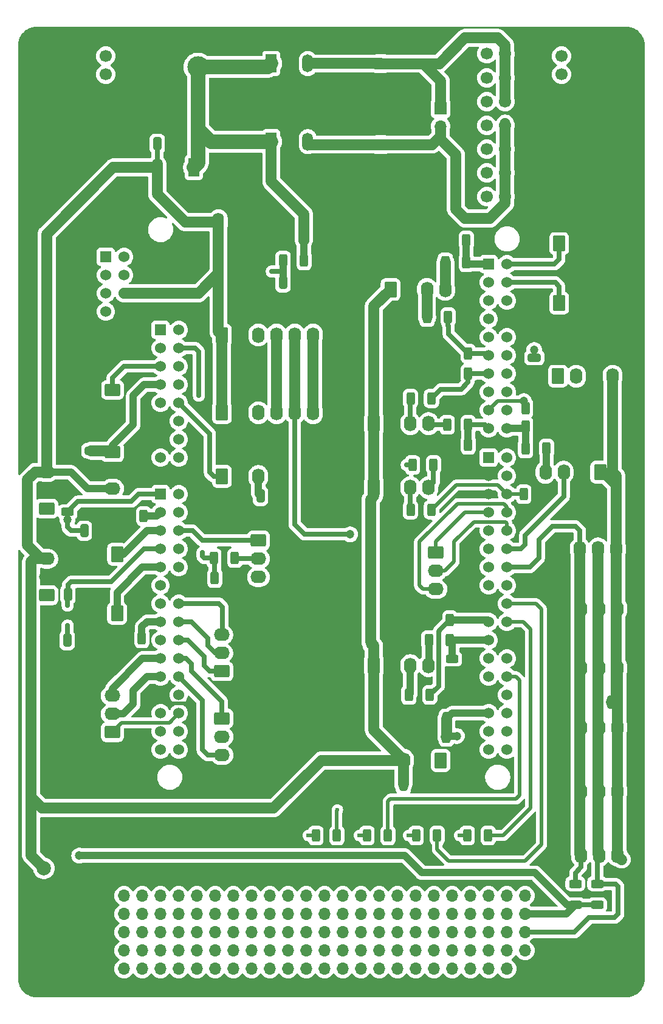
<source format=gbr>
%TF.GenerationSoftware,KiCad,Pcbnew,8.0.7-8.0.7-0~ubuntu22.04.1*%
%TF.CreationDate,2025-01-26T01:31:04+01:00*%
%TF.ProjectId,Electrobot_H755,456c6563-7472-46f6-926f-745f48373535,rev?*%
%TF.SameCoordinates,Original*%
%TF.FileFunction,Copper,L1,Top*%
%TF.FilePolarity,Positive*%
%FSLAX46Y46*%
G04 Gerber Fmt 4.6, Leading zero omitted, Abs format (unit mm)*
G04 Created by KiCad (PCBNEW 8.0.7-8.0.7-0~ubuntu22.04.1) date 2025-01-26 01:31:04*
%MOMM*%
%LPD*%
G01*
G04 APERTURE LIST*
G04 Aperture macros list*
%AMRoundRect*
0 Rectangle with rounded corners*
0 $1 Rounding radius*
0 $2 $3 $4 $5 $6 $7 $8 $9 X,Y pos of 4 corners*
0 Add a 4 corners polygon primitive as box body*
4,1,4,$2,$3,$4,$5,$6,$7,$8,$9,$2,$3,0*
0 Add four circle primitives for the rounded corners*
1,1,$1+$1,$2,$3*
1,1,$1+$1,$4,$5*
1,1,$1+$1,$6,$7*
1,1,$1+$1,$8,$9*
0 Add four rect primitives between the rounded corners*
20,1,$1+$1,$2,$3,$4,$5,0*
20,1,$1+$1,$4,$5,$6,$7,0*
20,1,$1+$1,$6,$7,$8,$9,0*
20,1,$1+$1,$8,$9,$2,$3,0*%
G04 Aperture macros list end*
%TA.AperFunction,SMDPad,CuDef*%
%ADD10RoundRect,0.250000X-0.325000X-0.650000X0.325000X-0.650000X0.325000X0.650000X-0.325000X0.650000X0*%
%TD*%
%TA.AperFunction,ComponentPad*%
%ADD11O,1.700000X1.700000*%
%TD*%
%TA.AperFunction,SMDPad,CuDef*%
%ADD12RoundRect,0.250000X0.312500X0.625000X-0.312500X0.625000X-0.312500X-0.625000X0.312500X-0.625000X0*%
%TD*%
%TA.AperFunction,SMDPad,CuDef*%
%ADD13RoundRect,0.250000X-0.312500X-0.625000X0.312500X-0.625000X0.312500X0.625000X-0.312500X0.625000X0*%
%TD*%
%TA.AperFunction,SMDPad,CuDef*%
%ADD14RoundRect,0.250000X0.325000X0.650000X-0.325000X0.650000X-0.325000X-0.650000X0.325000X-0.650000X0*%
%TD*%
%TA.AperFunction,SMDPad,CuDef*%
%ADD15RoundRect,0.250000X0.650000X-0.325000X0.650000X0.325000X-0.650000X0.325000X-0.650000X-0.325000X0*%
%TD*%
%TA.AperFunction,ComponentPad*%
%ADD16C,6.400000*%
%TD*%
%TA.AperFunction,SMDPad,CuDef*%
%ADD17RoundRect,0.250000X-0.625000X0.312500X-0.625000X-0.312500X0.625000X-0.312500X0.625000X0.312500X0*%
%TD*%
%TA.AperFunction,ComponentPad*%
%ADD18C,1.700000*%
%TD*%
%TA.AperFunction,ComponentPad*%
%ADD19R,1.530000X1.530000*%
%TD*%
%TA.AperFunction,ComponentPad*%
%ADD20C,1.530000*%
%TD*%
%TA.AperFunction,SMDPad,CuDef*%
%ADD21RoundRect,0.250000X0.625000X-0.312500X0.625000X0.312500X-0.625000X0.312500X-0.625000X-0.312500X0*%
%TD*%
%TA.AperFunction,SMDPad,CuDef*%
%ADD22RoundRect,0.250000X-0.650000X0.325000X-0.650000X-0.325000X0.650000X-0.325000X0.650000X0.325000X0*%
%TD*%
%TA.AperFunction,ComponentPad*%
%ADD23RoundRect,0.250000X-0.620000X-0.845000X0.620000X-0.845000X0.620000X0.845000X-0.620000X0.845000X0*%
%TD*%
%TA.AperFunction,ComponentPad*%
%ADD24O,1.740000X2.190000*%
%TD*%
%TA.AperFunction,ComponentPad*%
%ADD25RoundRect,0.250000X-0.845000X0.620000X-0.845000X-0.620000X0.845000X-0.620000X0.845000X0.620000X0*%
%TD*%
%TA.AperFunction,ComponentPad*%
%ADD26O,2.190000X1.740000*%
%TD*%
%TA.AperFunction,ComponentPad*%
%ADD27RoundRect,0.250000X0.845000X-0.620000X0.845000X0.620000X-0.845000X0.620000X-0.845000X-0.620000X0*%
%TD*%
%TA.AperFunction,ComponentPad*%
%ADD28R,1.500000X2.500000*%
%TD*%
%TA.AperFunction,ComponentPad*%
%ADD29O,1.500000X2.500000*%
%TD*%
%TA.AperFunction,ComponentPad*%
%ADD30O,2.600000X1.600000*%
%TD*%
%TA.AperFunction,ComponentPad*%
%ADD31RoundRect,0.250000X0.620000X0.845000X-0.620000X0.845000X-0.620000X-0.845000X0.620000X-0.845000X0*%
%TD*%
%TA.AperFunction,ComponentPad*%
%ADD32R,1.700000X1.700000*%
%TD*%
%TA.AperFunction,ComponentPad*%
%ADD33R,3.000000X3.000000*%
%TD*%
%TA.AperFunction,ComponentPad*%
%ADD34C,3.000000*%
%TD*%
%TA.AperFunction,ComponentPad*%
%ADD35O,1.600000X2.600000*%
%TD*%
%TA.AperFunction,ViaPad*%
%ADD36C,1.200000*%
%TD*%
%TA.AperFunction,ViaPad*%
%ADD37C,0.600000*%
%TD*%
%TA.AperFunction,ViaPad*%
%ADD38C,2.000000*%
%TD*%
%TA.AperFunction,Conductor*%
%ADD39C,1.500000*%
%TD*%
%TA.AperFunction,Conductor*%
%ADD40C,1.000000*%
%TD*%
%TA.AperFunction,Conductor*%
%ADD41C,0.200000*%
%TD*%
%TA.AperFunction,Conductor*%
%ADD42C,2.000000*%
%TD*%
%TA.AperFunction,Conductor*%
%ADD43C,0.700000*%
%TD*%
%TA.AperFunction,Conductor*%
%ADD44C,0.500000*%
%TD*%
G04 APERTURE END LIST*
D10*
%TO.P,C18,1*%
%TO.N,+5V*%
X113333000Y-95504000D03*
%TO.P,C18,2*%
%TO.N,GND*%
X116283000Y-95504000D03*
%TD*%
D11*
%TO.P,,*%
%TO.N,*%
X86360000Y-165100000D03*
%TD*%
%TO.P,,*%
%TO.N,*%
X111760000Y-162560000D03*
%TD*%
%TO.P,,*%
%TO.N,*%
X127000000Y-165100000D03*
%TD*%
%TO.P,,*%
%TO.N,*%
X127000000Y-157480000D03*
%TD*%
D12*
%TO.P,R34,1*%
%TO.N,Net-(J22-Pin_4)*%
X137606500Y-95250000D03*
%TO.P,R34,2*%
%TO.N,/RS232_3_RX*%
X134681500Y-95250000D03*
%TD*%
D10*
%TO.P,C3,1*%
%TO.N,GND*%
X120699000Y-132842000D03*
%TO.P,C3,2*%
%TO.N,/Eana1f*%
X123649000Y-132842000D03*
%TD*%
D11*
%TO.P,,*%
%TO.N,*%
X99060000Y-162560000D03*
%TD*%
%TO.P,,*%
%TO.N,*%
X104140000Y-160020000D03*
%TD*%
%TO.P,,*%
%TO.N,*%
X99060000Y-165100000D03*
%TD*%
D10*
%TO.P,C1,1*%
%TO.N,+5V*%
X83361000Y-52832000D03*
%TO.P,C1,2*%
%TO.N,GND*%
X86311000Y-52832000D03*
%TD*%
D11*
%TO.P,,*%
%TO.N,*%
X93980000Y-167640000D03*
%TD*%
%TO.P,,*%
%TO.N,*%
X132080000Y-160020000D03*
%TD*%
%TO.P,,*%
%TO.N,*%
X88900000Y-160020000D03*
%TD*%
D12*
%TO.P,R15,1*%
%TO.N,/CODER_4_B*%
X126684500Y-82042000D03*
%TO.P,R15,2*%
%TO.N,GND*%
X123759500Y-82042000D03*
%TD*%
D11*
%TO.P,,*%
%TO.N,*%
X86360000Y-167640000D03*
%TD*%
%TO.P,,*%
%TO.N,*%
X114300000Y-162560000D03*
%TD*%
%TO.P,,*%
%TO.N,*%
X106680000Y-160020000D03*
%TD*%
%TO.P,,*%
%TO.N,*%
X129540000Y-162560000D03*
%TD*%
%TO.P,,*%
%TO.N,*%
X106680000Y-167640000D03*
%TD*%
%TO.P,,*%
%TO.N,*%
X104140000Y-165100000D03*
%TD*%
D12*
%TO.P,R3,1*%
%TO.N,Net-(J7-Pin_4)*%
X121858500Y-97536000D03*
%TO.P,R3,2*%
%TO.N,/CODER_1_A*%
X118933500Y-97536000D03*
%TD*%
D11*
%TO.P,,*%
%TO.N,*%
X111760000Y-165100000D03*
%TD*%
%TO.P,,*%
%TO.N,*%
X116840000Y-165100000D03*
%TD*%
%TO.P,,*%
%TO.N,*%
X96520000Y-160020000D03*
%TD*%
%TO.P,,*%
%TO.N,*%
X91440000Y-157480000D03*
%TD*%
%TO.P,,*%
%TO.N,*%
X129540000Y-160020000D03*
%TD*%
%TO.P,,*%
%TO.N,*%
X83820000Y-162560000D03*
%TD*%
%TO.P,,*%
%TO.N,*%
X116840000Y-157480000D03*
%TD*%
D13*
%TO.P,R38,1*%
%TO.N,/Eana5f*%
X134681500Y-89662000D03*
%TO.P,R38,2*%
%TO.N,GND*%
X137606500Y-89662000D03*
%TD*%
D14*
%TO.P,C13,1*%
%TO.N,GND*%
X103837000Y-72136000D03*
%TO.P,C13,2*%
%TO.N,/VBATf*%
X100887000Y-72136000D03*
%TD*%
D11*
%TO.P,,*%
%TO.N,*%
X91440000Y-165100000D03*
%TD*%
%TO.P,,*%
%TO.N,*%
X119380000Y-160020000D03*
%TD*%
%TO.P,,*%
%TO.N,*%
X124460000Y-160020000D03*
%TD*%
D15*
%TO.P,C8,1*%
%TO.N,GND*%
X135890000Y-85549000D03*
%TO.P,C8,2*%
%TO.N,/Eana4f*%
X135890000Y-82599000D03*
%TD*%
D11*
%TO.P,,*%
%TO.N,*%
X132080000Y-167640000D03*
%TD*%
%TO.P,,*%
%TO.N,*%
X121920000Y-167640000D03*
%TD*%
D12*
%TO.P,R31,1*%
%TO.N,/VBATf*%
X81472500Y-104648000D03*
%TO.P,R31,2*%
%TO.N,GND*%
X78547500Y-104648000D03*
%TD*%
D11*
%TO.P,,*%
%TO.N,*%
X119380000Y-167640000D03*
%TD*%
%TO.P,,*%
%TO.N,*%
X124460000Y-162560000D03*
%TD*%
%TO.P,,*%
%TO.N,*%
X91440000Y-162560000D03*
%TD*%
%TO.P,,*%
%TO.N,*%
X99060000Y-160020000D03*
%TD*%
%TO.P,,*%
%TO.N,*%
X104140000Y-162560000D03*
%TD*%
%TO.P,,*%
%TO.N,*%
X104140000Y-157480000D03*
%TD*%
%TO.P,,*%
%TO.N,*%
X83820000Y-160020000D03*
%TD*%
%TO.P,,*%
%TO.N,*%
X88900000Y-165100000D03*
%TD*%
%TO.P,,*%
%TO.N,*%
X132080000Y-157480000D03*
%TD*%
%TO.P,,*%
%TO.N,*%
X109220000Y-167640000D03*
%TD*%
%TO.P,,*%
%TO.N,*%
X114300000Y-160020000D03*
%TD*%
%TO.P,,*%
%TO.N,*%
X116840000Y-160020000D03*
%TD*%
D13*
%TO.P,R5,1*%
%TO.N,Net-(J8-Pin_3)*%
X118643500Y-88293000D03*
%TO.P,R5,2*%
%TO.N,/CODER_2_B*%
X121568500Y-88293000D03*
%TD*%
D12*
%TO.P,R7,1*%
%TO.N,/CODER_2_B*%
X126684500Y-84836000D03*
%TO.P,R7,2*%
%TO.N,GND*%
X123759500Y-84836000D03*
%TD*%
D11*
%TO.P,,*%
%TO.N,*%
X93980000Y-160020000D03*
%TD*%
D13*
%TO.P,R2,1*%
%TO.N,/CODER_1_B*%
X134427500Y-101600000D03*
%TO.P,R2,2*%
%TO.N,GND*%
X137352500Y-101600000D03*
%TD*%
D11*
%TO.P,,*%
%TO.N,*%
X93980000Y-165100000D03*
%TD*%
%TO.P,,*%
%TO.N,*%
X119380000Y-157480000D03*
%TD*%
D12*
%TO.P,R13,1*%
%TO.N,/CODER_3_B*%
X124144500Y-119126000D03*
%TO.P,R13,2*%
%TO.N,GND*%
X121219500Y-119126000D03*
%TD*%
%TO.P,R16,1*%
%TO.N,/CODER_4_A*%
X126430500Y-66294000D03*
%TO.P,R16,2*%
%TO.N,GND*%
X123505500Y-66294000D03*
%TD*%
D14*
%TO.P,C20,1*%
%TO.N,+5V*%
X97741000Y-101854000D03*
%TO.P,C20,2*%
%TO.N,GND*%
X94791000Y-101854000D03*
%TD*%
D11*
%TO.P,,*%
%TO.N,*%
X83820000Y-165100000D03*
%TD*%
%TO.P,,*%
%TO.N,*%
X99060000Y-157480000D03*
%TD*%
%TO.P,,*%
%TO.N,*%
X86360000Y-162560000D03*
%TD*%
%TO.P,,*%
%TO.N,*%
X99060000Y-167640000D03*
%TD*%
%TO.P,,*%
%TO.N,*%
X96520000Y-162560000D03*
%TD*%
%TO.P,,*%
%TO.N,*%
X124460000Y-165100000D03*
%TD*%
D12*
%TO.P,R21,1*%
%TO.N,/LED6*%
X115508500Y-149098000D03*
%TO.P,R21,2*%
%TO.N,Net-(D3-A)*%
X112583500Y-149098000D03*
%TD*%
D11*
%TO.P,,*%
%TO.N,*%
X88900000Y-162560000D03*
%TD*%
D12*
%TO.P,R19,1*%
%TO.N,/LED4*%
X129478500Y-149098000D03*
%TO.P,R19,2*%
%TO.N,Net-(D1-A)*%
X126553500Y-149098000D03*
%TD*%
D16*
%TO.P,H2,1,1*%
%TO.N,GND*%
X68235000Y-166370000D03*
%TD*%
D11*
%TO.P,,*%
%TO.N,*%
X83820000Y-167640000D03*
%TD*%
%TO.P,,*%
%TO.N,*%
X106680000Y-162560000D03*
%TD*%
D17*
%TO.P,R14,1*%
%TO.N,/CODER_3_A*%
X124460000Y-124521500D03*
%TO.P,R14,2*%
%TO.N,GND*%
X124460000Y-127446500D03*
%TD*%
D13*
%TO.P,R12,1*%
%TO.N,Net-(J10-Pin_4)*%
X123505500Y-69342000D03*
%TO.P,R12,2*%
%TO.N,/CODER_4_A*%
X126430500Y-69342000D03*
%TD*%
D11*
%TO.P,,*%
%TO.N,*%
X121920000Y-157480000D03*
%TD*%
%TO.P,,*%
%TO.N,*%
X111760000Y-160020000D03*
%TD*%
%TO.P,,*%
%TO.N,*%
X101600000Y-165100000D03*
%TD*%
%TO.P,,*%
%TO.N,*%
X81280000Y-160020000D03*
%TD*%
%TO.P,,*%
%TO.N,*%
X91440000Y-167640000D03*
%TD*%
D16*
%TO.P,H4,1,1*%
%TO.N,GND*%
X147320000Y-166370000D03*
%TD*%
%TO.P,H1,1,1*%
%TO.N,GND*%
X68235000Y-40739000D03*
%TD*%
D11*
%TO.P,,*%
%TO.N,*%
X127000000Y-160020000D03*
%TD*%
%TO.P,,*%
%TO.N,*%
X109220000Y-160020000D03*
%TD*%
%TO.P,,*%
%TO.N,*%
X121920000Y-160020000D03*
%TD*%
%TO.P,,*%
%TO.N,*%
X83820000Y-157480000D03*
%TD*%
%TO.P,,*%
%TO.N,*%
X114300000Y-157480000D03*
%TD*%
D12*
%TO.P,R23,1*%
%TO.N,/Eana1f*%
X123636500Y-135382000D03*
%TO.P,R23,2*%
%TO.N,GND*%
X120711500Y-135382000D03*
%TD*%
D11*
%TO.P,,*%
%TO.N,*%
X116840000Y-162560000D03*
%TD*%
%TO.P,,*%
%TO.N,*%
X81280000Y-165100000D03*
%TD*%
D12*
%TO.P,R8,1*%
%TO.N,/CODER_2_A*%
X126684500Y-94742000D03*
%TO.P,R8,2*%
%TO.N,GND*%
X123759500Y-94742000D03*
%TD*%
D13*
%TO.P,R33,1*%
%TO.N,GND*%
X88453500Y-113284000D03*
%TO.P,R33,2*%
%TO.N,/RS232_2_RX*%
X91378500Y-113284000D03*
%TD*%
%TO.P,R10,1*%
%TO.N,Net-(J9-Pin_4)*%
X121219500Y-121920000D03*
%TO.P,R10,2*%
%TO.N,/CODER_3_A*%
X124144500Y-121920000D03*
%TD*%
D11*
%TO.P,,*%
%TO.N,*%
X101600000Y-162560000D03*
%TD*%
D18*
%TO.P,U1,CN2_1*%
%TO.N,N/C*%
X76200000Y-40640000D03*
%TO.P,U1,CN2_2*%
X76200000Y-43180000D03*
%TO.P,U1,CN3_1*%
X139700000Y-40640000D03*
%TO.P,U1,CN3_2*%
X139700000Y-43180000D03*
D19*
%TO.P,U1,CN7_1,PC6*%
%TO.N,/CODER_4_A*%
X129540000Y-69591000D03*
D20*
%TO.P,U1,CN7_2,PB8*%
%TO.N,/Etor3*%
X132080000Y-69591000D03*
%TO.P,U1,CN7_3,PB15*%
%TO.N,/Servo1_PWM*%
X129540000Y-72131000D03*
%TO.P,U1,CN7_4,PB9*%
%TO.N,/Etor4*%
X132080000Y-72131000D03*
%TO.P,U1,CN7_5,PB13*%
%TO.N,unconnected-(U1-PB13-PadCN7_5)*%
X129540000Y-74671000D03*
%TO.P,U1,CN7_6,AVDD*%
%TO.N,unconnected-(U1-AVDD-PadCN7_6)*%
X132080000Y-74671000D03*
%TO.P,U1,CN7_7,PB12*%
%TO.N,unconnected-(U1-PB12-PadCN7_7)*%
X129540000Y-77211000D03*
%TO.P,U1,CN7_8,GND*%
%TO.N,GND*%
X132080000Y-77211000D03*
%TO.P,U1,CN7_9,PA15*%
%TO.N,unconnected-(U1-PA15-PadCN7_9)*%
X129540000Y-79751000D03*
%TO.P,U1,CN7_10,PA5*%
%TO.N,/Servo3_PWM*%
X132080000Y-79751000D03*
%TO.P,U1,CN7_11,PC7*%
%TO.N,/CODER_4_B*%
X129540000Y-82291000D03*
%TO.P,U1,CN7_12,PA6*%
%TO.N,/Eana4f*%
X132080000Y-82291000D03*
%TO.P,U1,CN7_13,PB5*%
%TO.N,/CODER_2_B*%
X129540000Y-84831000D03*
%TO.P,U1,CN7_14,PB5*%
%TO.N,unconnected-(U1-PB5-PadCN7_14)*%
X132080000Y-84831000D03*
%TO.P,U1,CN7_15,PB3*%
%TO.N,/Servo2_PWM*%
X129540000Y-87371000D03*
%TO.P,U1,CN7_16,PD14*%
%TO.N,unconnected-(U1-PD14-PadCN7_16)*%
X132080000Y-87371000D03*
%TO.P,U1,CN7_17,PA4*%
%TO.N,/Eana5f*%
X129540000Y-89911000D03*
%TO.P,U1,CN7_18,PD15*%
%TO.N,unconnected-(U1-PD15-PadCN7_18)*%
X132080000Y-89911000D03*
%TO.P,U1,CN7_19,PB4*%
%TO.N,/CODER_2_A*%
X129540000Y-92451000D03*
%TO.P,U1,CN7_20,PG9*%
%TO.N,/RS232_3_RX*%
X132080000Y-92451000D03*
D19*
%TO.P,U1,CN8_1,NC*%
%TO.N,unconnected-(U1-NC-PadCN8_1)*%
X83820000Y-78735000D03*
D20*
%TO.P,U1,CN8_2,PC8*%
%TO.N,/SPI_CS1*%
X86360000Y-78735000D03*
%TO.P,U1,CN8_3,IOREF*%
%TO.N,unconnected-(U1-IOREF-PadCN8_3)*%
X83820000Y-81275000D03*
%TO.P,U1,CN8_4,PC9*%
%TO.N,/SPI_CS2*%
X86360000Y-81275000D03*
%TO.P,U1,CN8_5,~{RESET}*%
%TO.N,Net-(J36-Pin_1)*%
X83820000Y-83815000D03*
%TO.P,U1,CN8_6,PC10*%
%TO.N,/SPI_CLK*%
X86360000Y-83815000D03*
%TO.P,U1,CN8_7,+3.3V*%
%TO.N,+3.3V*%
X83820000Y-86355000D03*
%TO.P,U1,CN8_8,PC11*%
%TO.N,/SPI_MISO*%
X86360000Y-86355000D03*
%TO.P,U1,CN8_9,+5V*%
%TO.N,unconnected-(U1-+5V-PadCN8_9)*%
X83820000Y-88895000D03*
%TO.P,U1,CN8_10,PC12*%
%TO.N,/LED_RGB*%
X86360000Y-88895000D03*
%TO.P,U1,CN8_11,GND*%
%TO.N,GND*%
X83820000Y-91435000D03*
%TO.P,U1,CN8_12,PD2*%
%TO.N,unconnected-(U1-PD2-PadCN8_12)*%
X86360000Y-91435000D03*
%TO.P,U1,CN8_13,GND*%
%TO.N,GND*%
X83820000Y-93975000D03*
%TO.P,U1,CN8_14,PG10*%
%TO.N,unconnected-(U1-PG10-PadCN8_14)*%
X86360000Y-93975000D03*
%TO.P,U1,CN8_15,VIN*%
%TO.N,unconnected-(U1-VIN-PadCN8_15)*%
X83820000Y-96515000D03*
%TO.P,U1,CN8_16,PG8*%
%TO.N,unconnected-(U1-PG8-PadCN8_16)*%
X86360000Y-96515000D03*
D19*
%TO.P,U1,CN9_1,PA3*%
%TO.N,/Eana2f*%
X83820000Y-101595000D03*
D20*
%TO.P,U1,CN9_2,PD7*%
%TO.N,unconnected-(U1-PD7-PadCN9_2)*%
X86360000Y-101595000D03*
%TO.P,U1,CN9_3,PC0*%
%TO.N,/VBATf*%
X83820000Y-104135000D03*
%TO.P,U1,CN9_4,PD6*%
%TO.N,/RS232_2_RX*%
X86360000Y-104135000D03*
%TO.P,U1,CN9_5,PC3*%
%TO.N,/Etor2*%
X83820000Y-106675000D03*
%TO.P,U1,CN9_6,PD5*%
%TO.N,/RS232_2_TX*%
X86360000Y-106675000D03*
%TO.P,U1,CN9_7,PB1*%
%TO.N,/Eana3f*%
X83820000Y-109215000D03*
%TO.P,U1,CN9_8,PD4*%
%TO.N,/RS232_2_DIR*%
X86360000Y-109215000D03*
%TO.P,U1,CN9_9,PC2*%
%TO.N,/Etor1*%
X83820000Y-111755000D03*
%TO.P,U1,CN9_10,PD3*%
%TO.N,unconnected-(U1-PD3-PadCN9_10)*%
X86360000Y-111755000D03*
%TO.P,U1,CN9_11,PF11*%
%TO.N,unconnected-(U1-PF11-PadCN9_11)*%
X83820000Y-114295000D03*
%TO.P,U1,CN9_12,GND*%
%TO.N,GND*%
X86360000Y-114295000D03*
%TO.P,U1,CN9_13,PB2*%
%TO.N,unconnected-(U1-PB2-PadCN9_13)*%
X83820000Y-116835000D03*
%TO.P,U1,CN9_14,PE2*%
%TO.N,/Mot1_Sens1*%
X86360000Y-116835000D03*
%TO.P,U1,CN9_15,PE9*%
%TO.N,/CODER_1_A*%
X83820000Y-119375000D03*
%TO.P,U1,CN9_16,PE4*%
%TO.N,/Mot1_Sens2*%
X86360000Y-119375000D03*
%TO.P,U1,CN9_17,PB5*%
%TO.N,unconnected-(U1-PB5-PadCN9_17)*%
X83820000Y-121915000D03*
%TO.P,U1,CN9_18,PE5*%
%TO.N,/Mot1_PWM*%
X86360000Y-121915000D03*
%TO.P,U1,CN9_19,PF14*%
%TO.N,/Mot4_Sens1*%
X83820000Y-124455000D03*
%TO.P,U1,CN9_20,PE6*%
%TO.N,/Mot2_PWM*%
X86360000Y-124455000D03*
%TO.P,U1,CN9_21,PF15*%
%TO.N,/Mot4_Sens2*%
X83820000Y-126995000D03*
%TO.P,U1,CN9_22,PE3*%
%TO.N,/Mot2_Sens1*%
X86360000Y-126995000D03*
%TO.P,U1,CN9_23,GND*%
%TO.N,GND*%
X83820000Y-129535000D03*
%TO.P,U1,CN9_24,PF8*%
%TO.N,/Servo6_PWM*%
X86360000Y-129535000D03*
%TO.P,U1,CN9_25,PD0*%
%TO.N,unconnected-(U1-PD0-PadCN9_25)*%
X83820000Y-132075000D03*
%TO.P,U1,CN9_26,PF7*%
%TO.N,/Mot4_PWM*%
X86360000Y-132075000D03*
%TO.P,U1,CN9_27,PD1*%
%TO.N,unconnected-(U1-PD1-PadCN9_27)*%
X83820000Y-134615000D03*
%TO.P,U1,CN9_28,PF9*%
%TO.N,/Servo7_PWM*%
X86360000Y-134615000D03*
%TO.P,U1,CN9_29,PB14*%
%TO.N,unconnected-(U1-PB14-PadCN9_29)*%
X83820000Y-137155000D03*
%TO.P,U1,CN9_30,PD10*%
%TO.N,unconnected-(U1-PD10-PadCN9_30)*%
X86360000Y-137155000D03*
D19*
%TO.P,U1,CN10_1,VDDA*%
%TO.N,unconnected-(U1-VDDA-PadCN10_1)*%
X129540000Y-96515000D03*
D20*
%TO.P,U1,CN10_2,PG12*%
%TO.N,unconnected-(U1-PG12-PadCN10_2)*%
X132080000Y-96515000D03*
%TO.P,U1,CN10_3,AGND*%
%TO.N,GND*%
X129540000Y-99055000D03*
%TO.P,U1,CN10_4,PA8*%
%TO.N,unconnected-(U1-PA8-PadCN10_4)*%
X132080000Y-99055000D03*
%TO.P,U1,CN10_5,GND*%
%TO.N,GND*%
X129540000Y-101595000D03*
%TO.P,U1,CN10_6,PE11*%
%TO.N,/CODER_1_B*%
X132080000Y-101595000D03*
%TO.P,U1,CN10_7,PF6*%
%TO.N,/Mot3_PWM*%
X129540000Y-104135000D03*
%TO.P,U1,CN10_8,PE14*%
%TO.N,/Mot3_Sens1*%
X132080000Y-104135000D03*
%TO.P,U1,CN10_9,PF10*%
%TO.N,unconnected-(U1-PF10-PadCN10_9)*%
X129540000Y-106675000D03*
%TO.P,U1,CN10_10,PE13*%
%TO.N,/Mot3_Sens2*%
X132080000Y-106675000D03*
%TO.P,U1,CN10_11,PA2*%
%TO.N,unconnected-(U1-PA2-PadCN10_11)*%
X129540000Y-109215000D03*
%TO.P,U1,CN10_12,PG14*%
%TO.N,/RS232_3_TX*%
X132080000Y-109215000D03*
%TO.P,U1,CN10_13,PG6*%
%TO.N,unconnected-(U1-PG6-PadCN10_13)*%
X129540000Y-111755000D03*
%TO.P,U1,CN10_14,PB6*%
%TO.N,/I2C_SCL*%
X132080000Y-111755000D03*
%TO.P,U1,CN10_15,PB2*%
%TO.N,/SPI_MOSI*%
X129540000Y-114295000D03*
%TO.P,U1,CN10_16,PB7*%
%TO.N,/I2C_SDA*%
X132080000Y-114295000D03*
%TO.P,U1,CN10_17,GND*%
%TO.N,GND*%
X129540000Y-116835000D03*
%TO.P,U1,CN10_18,PE8*%
%TO.N,/LED5*%
X132080000Y-116835000D03*
%TO.P,U1,CN10_19,PD13*%
%TO.N,/CODER_3_B*%
X129540000Y-119375000D03*
%TO.P,U1,CN10_20,PE7*%
%TO.N,/LED4*%
X132080000Y-119375000D03*
%TO.P,U1,CN10_21,PD12*%
%TO.N,/CODER_3_A*%
X129540000Y-121915000D03*
%TO.P,U1,CN10_22,GND*%
%TO.N,GND*%
X132080000Y-121915000D03*
%TO.P,U1,CN10_23,PD11*%
%TO.N,/Mot2_Sens2*%
X129540000Y-124455000D03*
%TO.P,U1,CN10_24,PE10*%
%TO.N,unconnected-(U1-PE10-PadCN10_24)*%
X132080000Y-124455000D03*
%TO.P,U1,CN10_25,PE2*%
%TO.N,unconnected-(U1-PE2-PadCN10_25)*%
X129540000Y-126995000D03*
%TO.P,U1,CN10_26,PE12*%
%TO.N,/LED6*%
X132080000Y-126995000D03*
%TO.P,U1,CN10_27,GND*%
%TO.N,GND*%
X129540000Y-129535000D03*
%TO.P,U1,CN10_28,PE6*%
%TO.N,unconnected-(U1-PE6-PadCN10_28)*%
X132080000Y-129535000D03*
%TO.P,U1,CN10_29,PA0*%
%TO.N,/Eana1f*%
X129540000Y-132075000D03*
%TO.P,U1,CN10_30,PE15*%
%TO.N,/LED7*%
X132080000Y-132075000D03*
%TO.P,U1,CN10_31,PB0*%
%TO.N,unconnected-(U1-PB0-PadCN10_31)*%
X129540000Y-134615000D03*
%TO.P,U1,CN10_32,PB10*%
%TO.N,/Servo5_PWM*%
X132080000Y-134615000D03*
%TO.P,U1,CN10_33,PE0*%
%TO.N,unconnected-(U1-PE0-PadCN10_33)*%
X129540000Y-137155000D03*
%TO.P,U1,CN10_34,PB11*%
%TO.N,/Servo4_PWM*%
X132080000Y-137155000D03*
D19*
%TO.P,U1,CN11_1,PC10*%
%TO.N,unconnected-(U1-PC10-PadCN11_1)*%
X76200000Y-68575000D03*
D20*
%TO.P,U1,CN11_2,PC11*%
%TO.N,unconnected-(U1-PC11-PadCN11_2)*%
X78740000Y-68575000D03*
%TO.P,U1,CN11_3,PC12*%
%TO.N,unconnected-(U1-PC12-PadCN11_3)*%
X76200000Y-71115000D03*
%TO.P,U1,CN11_4,PD2*%
%TO.N,unconnected-(U1-PD2-PadCN11_4)*%
X78740000Y-71115000D03*
%TO.P,U1,CN11_5,+3V3_VDD*%
%TO.N,unconnected-(U1-+3V3_VDD-PadCN11_5)*%
X76200000Y-73655000D03*
%TO.P,U1,CN11_6,+5V_EXT*%
%TO.N,+5V*%
X78740000Y-73655000D03*
%TO.P,U1,CN11_7,BOOT0*%
%TO.N,unconnected-(U1-BOOT0-PadCN11_7)*%
X76200000Y-76195000D03*
%TO.P,U1,CN11_8,GND*%
%TO.N,GND*%
X78740000Y-76195000D03*
%TD*%
D11*
%TO.P,,*%
%TO.N,GND*%
X134620000Y-167640000D03*
%TD*%
%TO.P,,*%
%TO.N,*%
X93980000Y-157480000D03*
%TD*%
%TO.P,,*%
%TO.N,*%
X124460000Y-157480000D03*
%TD*%
%TO.P,,*%
%TO.N,*%
X78740000Y-160020000D03*
%TD*%
%TO.P,,*%
%TO.N,*%
X132080000Y-162560000D03*
%TD*%
%TO.P,,*%
%TO.N,*%
X114300000Y-165100000D03*
%TD*%
%TO.P,,*%
%TO.N,*%
X124460000Y-167640000D03*
%TD*%
%TO.P,,*%
%TO.N,*%
X101600000Y-157480000D03*
%TD*%
D10*
%TO.P,C15,1*%
%TO.N,+5V*%
X146607000Y-130556000D03*
%TO.P,C15,2*%
%TO.N,GND*%
X149557000Y-130556000D03*
%TD*%
D13*
%TO.P,R11,1*%
%TO.N,Net-(J10-Pin_3)*%
X120965500Y-76962000D03*
%TO.P,R11,2*%
%TO.N,/CODER_4_B*%
X123890500Y-76962000D03*
%TD*%
%TO.P,R9,1*%
%TO.N,Net-(J9-Pin_3)*%
X118425500Y-129540000D03*
%TO.P,R9,2*%
%TO.N,/CODER_3_B*%
X121350500Y-129540000D03*
%TD*%
D11*
%TO.P,,*%
%TO.N,+3.3V*%
X134620000Y-160020000D03*
%TD*%
D21*
%TO.P,R25,1*%
%TO.N,/Eana2f*%
X70866000Y-104078500D03*
%TO.P,R25,2*%
%TO.N,GND*%
X70866000Y-101153500D03*
%TD*%
D14*
%TO.P,C6,1*%
%TO.N,GND*%
X76151000Y-106680000D03*
%TO.P,C6,2*%
%TO.N,/Eana2f*%
X73201000Y-106680000D03*
%TD*%
D12*
%TO.P,R36,1*%
%TO.N,/LED7*%
X108396500Y-149098000D03*
%TO.P,R36,2*%
%TO.N,Net-(D4-A)*%
X105471500Y-149098000D03*
%TD*%
D22*
%TO.P,C5,1*%
%TO.N,/VBAT*%
X93726000Y-41959000D03*
%TO.P,C5,2*%
%TO.N,GND*%
X93726000Y-44909000D03*
%TD*%
D11*
%TO.P,,*%
%TO.N,*%
X78740000Y-157480000D03*
%TD*%
D14*
%TO.P,C9,1*%
%TO.N,GND*%
X120601000Y-141986000D03*
%TO.P,C9,2*%
%TO.N,+5V*%
X117651000Y-141986000D03*
%TD*%
D11*
%TO.P,,*%
%TO.N,*%
X86360000Y-160020000D03*
%TD*%
%TO.P,,*%
%TO.N,*%
X109220000Y-157480000D03*
%TD*%
%TO.P,,*%
%TO.N,*%
X81280000Y-162560000D03*
%TD*%
%TO.P,,*%
%TO.N,*%
X129540000Y-165100000D03*
%TD*%
%TO.P,,*%
%TO.N,*%
X78740000Y-162560000D03*
%TD*%
%TO.P,,*%
%TO.N,*%
X111760000Y-157480000D03*
%TD*%
D22*
%TO.P,C2,1*%
%TO.N,+3.3V*%
X74168000Y-95553000D03*
%TO.P,C2,2*%
%TO.N,GND*%
X74168000Y-98503000D03*
%TD*%
D11*
%TO.P,,*%
%TO.N,*%
X121920000Y-162560000D03*
%TD*%
%TO.P,,*%
%TO.N,*%
X114300000Y-167640000D03*
%TD*%
%TO.P,,*%
%TO.N,*%
X106680000Y-165100000D03*
%TD*%
%TO.P,,*%
%TO.N,*%
X129540000Y-167640000D03*
%TD*%
D12*
%TO.P,R35,1*%
%TO.N,GND*%
X137606500Y-92202000D03*
%TO.P,R35,2*%
%TO.N,/RS232_3_RX*%
X134681500Y-92202000D03*
%TD*%
D11*
%TO.P,,*%
%TO.N,*%
X109220000Y-165100000D03*
%TD*%
%TO.P,,*%
%TO.N,*%
X86360000Y-157480000D03*
%TD*%
%TO.P,,*%
%TO.N,*%
X88900000Y-167640000D03*
%TD*%
%TO.P,,*%
%TO.N,*%
X93980000Y-162560000D03*
%TD*%
%TO.P,,*%
%TO.N,*%
X91440000Y-160020000D03*
%TD*%
D13*
%TO.P,R27,1*%
%TO.N,/Eana3f*%
X70927500Y-115570000D03*
%TO.P,R27,2*%
%TO.N,GND*%
X73852500Y-115570000D03*
%TD*%
D11*
%TO.P,,*%
%TO.N,/I2C_SCL*%
X134620000Y-165100000D03*
%TD*%
%TO.P,,*%
%TO.N,*%
X119380000Y-165100000D03*
%TD*%
%TO.P,,*%
%TO.N,*%
X119380000Y-162560000D03*
%TD*%
D21*
%TO.P,R18,1*%
%TO.N,+3.3V*%
X144653000Y-158754000D03*
%TO.P,R18,2*%
%TO.N,/I2C_SDA*%
X144653000Y-155829000D03*
%TD*%
D11*
%TO.P,,*%
%TO.N,*%
X127000000Y-162560000D03*
%TD*%
D13*
%TO.P,R6,1*%
%TO.N,Net-(J8-Pin_4)*%
X123759500Y-91948000D03*
%TO.P,R6,2*%
%TO.N,/CODER_2_A*%
X126684500Y-91948000D03*
%TD*%
D11*
%TO.P,,*%
%TO.N,*%
X121920000Y-165100000D03*
%TD*%
D13*
%TO.P,R1,1*%
%TO.N,Net-(J7-Pin_3)*%
X118643500Y-103787000D03*
%TO.P,R1,2*%
%TO.N,/CODER_1_B*%
X121568500Y-103787000D03*
%TD*%
D12*
%TO.P,R20,1*%
%TO.N,/LED5*%
X122366500Y-149098000D03*
%TO.P,R20,2*%
%TO.N,Net-(D2-A)*%
X119441500Y-149098000D03*
%TD*%
D11*
%TO.P,,*%
%TO.N,*%
X129540000Y-157480000D03*
%TD*%
%TO.P,,*%
%TO.N,*%
X104140000Y-167640000D03*
%TD*%
D10*
%TO.P,C7,1*%
%TO.N,GND*%
X67867000Y-121920000D03*
%TO.P,C7,2*%
%TO.N,/Eana3f*%
X70817000Y-121920000D03*
%TD*%
D11*
%TO.P,,*%
%TO.N,*%
X96520000Y-165100000D03*
%TD*%
D10*
%TO.P,C19,1*%
%TO.N,+5V*%
X92251000Y-85090000D03*
%TO.P,C19,2*%
%TO.N,GND*%
X95201000Y-85090000D03*
%TD*%
D11*
%TO.P,,*%
%TO.N,*%
X127000000Y-167640000D03*
%TD*%
%TO.P,,*%
%TO.N,*%
X96520000Y-157480000D03*
%TD*%
%TO.P,,*%
%TO.N,+5V*%
X134620000Y-157480000D03*
%TD*%
%TO.P,,*%
%TO.N,*%
X132080000Y-165100000D03*
%TD*%
D12*
%TO.P,R32,1*%
%TO.N,Net-(J6-Pin_2)*%
X94172500Y-110490000D03*
%TO.P,R32,2*%
%TO.N,/RS232_2_RX*%
X91247500Y-110490000D03*
%TD*%
%TO.P,R30,1*%
%TO.N,/VBAT*%
X103824500Y-69088000D03*
%TO.P,R30,2*%
%TO.N,/VBATf*%
X100899500Y-69088000D03*
%TD*%
D21*
%TO.P,R17,1*%
%TO.N,+3.3V*%
X141605000Y-158754000D03*
%TO.P,R17,2*%
%TO.N,/I2C_SCL*%
X141605000Y-155829000D03*
%TD*%
D11*
%TO.P,,*%
%TO.N,*%
X78740000Y-165100000D03*
%TD*%
%TO.P,,*%
%TO.N,*%
X101600000Y-160020000D03*
%TD*%
%TO.P,,*%
%TO.N,*%
X116840000Y-167640000D03*
%TD*%
%TO.P,,*%
%TO.N,*%
X81280000Y-157480000D03*
%TD*%
%TO.P,,*%
%TO.N,*%
X78740000Y-167640000D03*
%TD*%
D10*
%TO.P,C14,1*%
%TO.N,+5V*%
X113079000Y-122174000D03*
%TO.P,C14,2*%
%TO.N,GND*%
X116029000Y-122174000D03*
%TD*%
D16*
%TO.P,H3,1,1*%
%TO.N,GND*%
X147320000Y-40739000D03*
%TD*%
D22*
%TO.P,C16,1*%
%TO.N,+5V*%
X81280000Y-73455000D03*
%TO.P,C16,2*%
%TO.N,GND*%
X81280000Y-76405000D03*
%TD*%
D11*
%TO.P,,*%
%TO.N,*%
X111760000Y-167640000D03*
%TD*%
%TO.P,,*%
%TO.N,*%
X109220000Y-162560000D03*
%TD*%
D12*
%TO.P,R4,1*%
%TO.N,/CODER_1_A*%
X81218500Y-121666000D03*
%TO.P,R4,2*%
%TO.N,GND*%
X78293500Y-121666000D03*
%TD*%
D11*
%TO.P,,*%
%TO.N,*%
X81280000Y-167640000D03*
%TD*%
%TO.P,,*%
%TO.N,/I2C_SDA*%
X134620000Y-162560000D03*
%TD*%
%TO.P,,*%
%TO.N,*%
X101600000Y-167640000D03*
%TD*%
%TO.P,,*%
%TO.N,*%
X88900000Y-157480000D03*
%TD*%
%TO.P,,*%
%TO.N,*%
X96520000Y-167640000D03*
%TD*%
%TO.P,,*%
%TO.N,*%
X106680000Y-157480000D03*
%TD*%
D23*
%TO.P,J12,1,Pin_1*%
%TO.N,GND*%
X139863000Y-151844000D03*
D24*
%TO.P,J12,2,Pin_2*%
%TO.N,/I2C_SCL*%
X142403000Y-151844000D03*
%TO.P,J12,3,Pin_3*%
%TO.N,/I2C_SDA*%
X144943000Y-151844000D03*
%TO.P,J12,4,Pin_4*%
%TO.N,+5V*%
X147483000Y-151844000D03*
%TD*%
D23*
%TO.P,J10,1,Pin_1*%
%TO.N,+5V*%
X115860000Y-73104000D03*
D24*
%TO.P,J10,2,Pin_2*%
%TO.N,GND*%
X118400000Y-73104000D03*
%TO.P,J10,3,Pin_3*%
%TO.N,Net-(J10-Pin_3)*%
X120940000Y-73104000D03*
%TO.P,J10,4,Pin_4*%
%TO.N,Net-(J10-Pin_4)*%
X123480000Y-73104000D03*
%TD*%
D23*
%TO.P,J31,1,Pin_1*%
%TO.N,/LED_RGB*%
X92365000Y-99139000D03*
D24*
%TO.P,J31,2,Pin_2*%
%TO.N,GND*%
X94905000Y-99139000D03*
%TO.P,J31,3,Pin_3*%
%TO.N,+5V*%
X97445000Y-99139000D03*
%TD*%
D25*
%TO.P,J4,1,Pin_1*%
%TO.N,/Mot3_PWM*%
X122174000Y-109728000D03*
D26*
%TO.P,J4,2,Pin_2*%
%TO.N,/Mot3_Sens2*%
X122174000Y-112268000D03*
%TO.P,J4,3,Pin_3*%
%TO.N,/Mot3_Sens1*%
X122174000Y-114808000D03*
%TD*%
D27*
%TO.P,J5,1,Pin_1*%
%TO.N,/Mot4_PWM*%
X77105000Y-134719000D03*
D26*
%TO.P,J5,2,Pin_2*%
%TO.N,/Mot4_Sens2*%
X77105000Y-132179000D03*
%TO.P,J5,3,Pin_3*%
%TO.N,/Mot4_Sens1*%
X77105000Y-129639000D03*
%TD*%
D27*
%TO.P,J2,1,Pin_1*%
%TO.N,/Mot1_PWM*%
X92345000Y-126238000D03*
D26*
%TO.P,J2,2,Pin_2*%
%TO.N,/Mot1_Sens2*%
X92345000Y-123698000D03*
%TO.P,J2,3,Pin_3*%
%TO.N,/Mot1_Sens1*%
X92345000Y-121158000D03*
%TD*%
D27*
%TO.P,J26,1,Pin_1*%
%TO.N,/Eana3*%
X67961000Y-115669000D03*
D26*
%TO.P,J26,2,Pin_2*%
%TO.N,GND*%
X67961000Y-113129000D03*
%TO.P,J26,3,Pin_3*%
%TO.N,+5V*%
X67961000Y-110589000D03*
%TD*%
D23*
%TO.P,J30,1,Pin_1*%
%TO.N,/Etor4*%
X139355000Y-75009000D03*
D24*
%TO.P,J30,2,Pin_2*%
%TO.N,GND*%
X141895000Y-75009000D03*
%TD*%
D23*
%TO.P,J29,1,Pin_1*%
%TO.N,/Etor3*%
X139355000Y-66734000D03*
D24*
%TO.P,J29,2,Pin_2*%
%TO.N,GND*%
X141895000Y-66734000D03*
%TD*%
D28*
%TO.P,U4,1,Vin*%
%TO.N,/VBAT*%
X99242500Y-41669000D03*
D29*
%TO.P,U4,2,GND*%
%TO.N,GND*%
X101782500Y-41669000D03*
%TO.P,U4,3,Vout*%
%TO.N,/+Vservo2*%
X104322500Y-41669000D03*
%TD*%
D23*
%TO.P,J11,1,Pin_1*%
%TO.N,GND*%
X139863000Y-125809000D03*
D24*
%TO.P,J11,2,Pin_2*%
%TO.N,/I2C_SCL*%
X142403000Y-125809000D03*
%TO.P,J11,3,Pin_3*%
%TO.N,/I2C_SDA*%
X144943000Y-125809000D03*
%TO.P,J11,4,Pin_4*%
%TO.N,+5V*%
X147483000Y-125809000D03*
%TD*%
D23*
%TO.P,J34,1,Pin_1*%
%TO.N,+5V*%
X92365000Y-90269000D03*
D24*
%TO.P,J34,2,Pin_2*%
%TO.N,GND*%
X94905000Y-90269000D03*
%TO.P,J34,3,Pin_3*%
%TO.N,/SPI_CS2*%
X97445000Y-90269000D03*
%TO.P,J34,4,Pin_4*%
%TO.N,/SPI_CLK*%
X99985000Y-90269000D03*
%TO.P,J34,5,Pin_5*%
%TO.N,/SPI_MOSI*%
X102525000Y-90269000D03*
%TO.P,J34,6,Pin_6*%
%TO.N,/SPI_MISO*%
X105065000Y-90269000D03*
%TD*%
D23*
%TO.P,J33,1,Pin_1*%
%TO.N,+5V*%
X92365000Y-79454000D03*
D24*
%TO.P,J33,2,Pin_2*%
%TO.N,GND*%
X94905000Y-79454000D03*
%TO.P,J33,3,Pin_3*%
%TO.N,/SPI_CS1*%
X97445000Y-79454000D03*
%TO.P,J33,4,Pin_4*%
%TO.N,/SPI_CLK*%
X99985000Y-79454000D03*
%TO.P,J33,5,Pin_5*%
%TO.N,/SPI_MOSI*%
X102525000Y-79454000D03*
%TO.P,J33,6,Pin_6*%
%TO.N,/SPI_MISO*%
X105065000Y-79454000D03*
%TD*%
D30*
%TO.P,C11,1*%
%TO.N,/+Vservo1*%
X114482500Y-52959000D03*
%TO.P,C11,2*%
%TO.N,GND*%
X114482500Y-56459000D03*
%TD*%
D23*
%TO.P,J14,1,Pin_1*%
%TO.N,GND*%
X139863000Y-117554000D03*
D24*
%TO.P,J14,2,Pin_2*%
%TO.N,/I2C_SCL*%
X142403000Y-117554000D03*
%TO.P,J14,3,Pin_3*%
%TO.N,/I2C_SDA*%
X144943000Y-117554000D03*
%TO.P,J14,4,Pin_4*%
%TO.N,+5V*%
X147483000Y-117554000D03*
%TD*%
D25*
%TO.P,J36,1,Pin_1*%
%TO.N,Net-(J36-Pin_1)*%
X77145000Y-87094000D03*
D26*
%TO.P,J36,2,Pin_2*%
%TO.N,GND*%
X77145000Y-89634000D03*
%TD*%
D18*
%TO.P,J24,1,Pin_1*%
%TO.N,/Servo7_PWM*%
X129286000Y-40318000D03*
%TO.P,J24,2,Pin_2*%
%TO.N,/+Vservo2*%
X131826000Y-40318000D03*
%TO.P,J24,3,Pin_3*%
%TO.N,GND*%
X134366000Y-40318000D03*
%TD*%
D23*
%TO.P,J13,1,Pin_1*%
%TO.N,GND*%
X139863000Y-142954000D03*
D24*
%TO.P,J13,2,Pin_2*%
%TO.N,/I2C_SCL*%
X142403000Y-142954000D03*
%TO.P,J13,3,Pin_3*%
%TO.N,/I2C_SDA*%
X144943000Y-142954000D03*
%TO.P,J13,4,Pin_4*%
%TO.N,+5V*%
X147483000Y-142954000D03*
%TD*%
D27*
%TO.P,J16,1,Pin_1*%
%TO.N,/Eana2*%
X67961000Y-103604000D03*
D26*
%TO.P,J16,2,Pin_2*%
%TO.N,GND*%
X67961000Y-101064000D03*
%TO.P,J16,3,Pin_3*%
%TO.N,+5V*%
X67961000Y-98524000D03*
%TD*%
D18*
%TO.P,J21,1,Pin_1*%
%TO.N,/Servo5_PWM*%
X129286000Y-46990000D03*
%TO.P,J21,2,Pin_2*%
%TO.N,/+Vservo2*%
X131826000Y-46990000D03*
%TO.P,J21,3,Pin_3*%
%TO.N,GND*%
X134366000Y-46990000D03*
%TD*%
D25*
%TO.P,J32,1,Pin_1*%
%TO.N,+3.3V*%
X77145000Y-95758000D03*
D26*
%TO.P,J32,2,Pin_2*%
%TO.N,GND*%
X77145000Y-98298000D03*
%TO.P,J32,3,Pin_3*%
%TO.N,+5V*%
X77145000Y-100838000D03*
%TD*%
D18*
%TO.P,J25,1,Pin_1*%
%TO.N,/Servo3_PWM*%
X129282500Y-53594000D03*
%TO.P,J25,2,Pin_2*%
%TO.N,/+Vservo1*%
X131822500Y-53594000D03*
%TO.P,J25,3,Pin_3*%
%TO.N,GND*%
X134362500Y-53594000D03*
%TD*%
%TO.P,J20,1,Pin_1*%
%TO.N,/Servo2_PWM*%
X129286000Y-56896000D03*
%TO.P,J20,2,Pin_2*%
%TO.N,/+Vservo1*%
X131826000Y-56896000D03*
%TO.P,J20,3,Pin_3*%
%TO.N,GND*%
X134366000Y-56896000D03*
%TD*%
D23*
%TO.P,J17,1,Pin_1*%
%TO.N,/Eana4*%
X139192000Y-85189000D03*
D24*
%TO.P,J17,2,Pin_2*%
%TO.N,/Eana5*%
X141732000Y-85189000D03*
%TO.P,J17,3,Pin_3*%
%TO.N,GND*%
X144272000Y-85189000D03*
%TO.P,J17,4,Pin_4*%
%TO.N,+5V*%
X146812000Y-85189000D03*
%TD*%
D31*
%TO.P,J22,1,Pin_1*%
%TO.N,+5V*%
X145070000Y-98544000D03*
D24*
%TO.P,J22,2,Pin_2*%
%TO.N,GND*%
X142530000Y-98544000D03*
%TO.P,J22,3,Pin_3*%
%TO.N,/RS232_3_TX*%
X139990000Y-98544000D03*
%TO.P,J22,4,Pin_4*%
%TO.N,Net-(J22-Pin_4)*%
X137450000Y-98544000D03*
%TD*%
D28*
%TO.P,U2,1,Vin*%
%TO.N,/VBAT*%
X88447500Y-56134000D03*
D29*
%TO.P,U2,2,GND*%
%TO.N,GND*%
X85907500Y-56134000D03*
%TO.P,U2,3,Vout*%
%TO.N,+5V*%
X83367500Y-56134000D03*
%TD*%
D25*
%TO.P,J6,1,Pin_1*%
%TO.N,/RS232_2_TX*%
X97465000Y-108049000D03*
D26*
%TO.P,J6,2,Pin_2*%
%TO.N,Net-(J6-Pin_2)*%
X97465000Y-110589000D03*
%TO.P,J6,3,Pin_3*%
%TO.N,/RS232_2_DIR*%
X97465000Y-113129000D03*
%TO.P,J6,4,Pin_4*%
%TO.N,GND*%
X97465000Y-115669000D03*
%TD*%
D32*
%TO.P,JP1,1,A*%
%TO.N,/+Vservo2*%
X122845000Y-47879000D03*
D11*
%TO.P,JP1,2,B*%
%TO.N,/+Vservo1*%
X122845000Y-50419000D03*
%TD*%
D23*
%TO.P,J35,1,Pin_1*%
%TO.N,GND*%
X139863000Y-134064000D03*
D24*
%TO.P,J35,2,Pin_2*%
%TO.N,/I2C_SCL*%
X142403000Y-134064000D03*
%TO.P,J35,3,Pin_3*%
%TO.N,/I2C_SDA*%
X144943000Y-134064000D03*
%TO.P,J35,4,Pin_4*%
%TO.N,+5V*%
X147483000Y-134064000D03*
%TD*%
D23*
%TO.P,J8,1,Pin_1*%
%TO.N,+5V*%
X113538000Y-91781000D03*
D24*
%TO.P,J8,2,Pin_2*%
%TO.N,GND*%
X116078000Y-91781000D03*
%TO.P,J8,3,Pin_3*%
%TO.N,Net-(J8-Pin_3)*%
X118618000Y-91781000D03*
%TO.P,J8,4,Pin_4*%
%TO.N,Net-(J8-Pin_4)*%
X121158000Y-91781000D03*
%TD*%
D18*
%TO.P,J23,1,Pin_1*%
%TO.N,/Servo6_PWM*%
X129286000Y-43654000D03*
%TO.P,J23,2,Pin_2*%
%TO.N,/+Vservo2*%
X131826000Y-43654000D03*
%TO.P,J23,3,Pin_3*%
%TO.N,GND*%
X134366000Y-43654000D03*
%TD*%
%TO.P,J19,1,Pin_1*%
%TO.N,/Servo4_PWM*%
X129286000Y-50292000D03*
%TO.P,J19,2,Pin_2*%
%TO.N,/+Vservo1*%
X131826000Y-50292000D03*
%TO.P,J19,3,Pin_3*%
%TO.N,GND*%
X134366000Y-50292000D03*
%TD*%
D23*
%TO.P,J7,1,Pin_1*%
%TO.N,+5V*%
X113538000Y-100671000D03*
D24*
%TO.P,J7,2,Pin_2*%
%TO.N,GND*%
X116078000Y-100671000D03*
%TO.P,J7,3,Pin_3*%
%TO.N,Net-(J7-Pin_3)*%
X118618000Y-100671000D03*
%TO.P,J7,4,Pin_4*%
%TO.N,Net-(J7-Pin_4)*%
X121158000Y-100671000D03*
%TD*%
D25*
%TO.P,J3,1,Pin_1*%
%TO.N,/Mot2_PWM*%
X92365000Y-132814000D03*
D26*
%TO.P,J3,2,Pin_2*%
%TO.N,/Mot2_Sens2*%
X92365000Y-135354000D03*
%TO.P,J3,3,Pin_3*%
%TO.N,/Mot2_Sens1*%
X92365000Y-137894000D03*
%TD*%
D33*
%TO.P,J1,1,-*%
%TO.N,GND*%
X84042500Y-42164000D03*
D34*
%TO.P,J1,2,+*%
%TO.N,/VBAT*%
X89042500Y-42164000D03*
%TD*%
D35*
%TO.P,C4,1*%
%TO.N,/VBAT*%
X103795000Y-65659000D03*
%TO.P,C4,2*%
%TO.N,GND*%
X107295000Y-65659000D03*
%TD*%
D30*
%TO.P,C12,1*%
%TO.N,/+Vservo2*%
X114482500Y-41684000D03*
%TO.P,C12,2*%
%TO.N,GND*%
X114482500Y-45184000D03*
%TD*%
D23*
%TO.P,J37,1,Pin_1*%
%TO.N,GND*%
X139700000Y-109220000D03*
D24*
%TO.P,J37,2,Pin_2*%
%TO.N,/I2C_SCL*%
X142240000Y-109220000D03*
%TO.P,J37,3,Pin_3*%
%TO.N,/I2C_SDA*%
X144780000Y-109220000D03*
%TO.P,J37,4,Pin_4*%
%TO.N,+5V*%
X147320000Y-109220000D03*
%TD*%
D31*
%TO.P,J15,1,Pin_1*%
%TO.N,/Eana1*%
X122845000Y-138656000D03*
D24*
%TO.P,J15,2,Pin_2*%
%TO.N,GND*%
X120305000Y-138656000D03*
%TO.P,J15,3,Pin_3*%
%TO.N,+5V*%
X117765000Y-138656000D03*
%TD*%
D18*
%TO.P,J18,1,Pin_1*%
%TO.N,/Servo1_PWM*%
X129286000Y-60198000D03*
%TO.P,J18,2,Pin_2*%
%TO.N,/+Vservo1*%
X131826000Y-60198000D03*
%TO.P,J18,3,Pin_3*%
%TO.N,GND*%
X134366000Y-60198000D03*
%TD*%
D28*
%TO.P,U3,1,Vin*%
%TO.N,/VBAT*%
X99242500Y-52546500D03*
D29*
%TO.P,U3,2,GND*%
%TO.N,GND*%
X101782500Y-52546500D03*
%TO.P,U3,3,Vout*%
%TO.N,/+Vservo1*%
X104322500Y-52546500D03*
%TD*%
D35*
%TO.P,C10,1*%
%TO.N,+5V*%
X91885000Y-63754000D03*
%TO.P,C10,2*%
%TO.N,GND*%
X95385000Y-63754000D03*
%TD*%
D23*
%TO.P,J9,1,Pin_1*%
%TO.N,+5V*%
X113538000Y-125456000D03*
D24*
%TO.P,J9,2,Pin_2*%
%TO.N,GND*%
X116078000Y-125456000D03*
%TO.P,J9,3,Pin_3*%
%TO.N,Net-(J9-Pin_3)*%
X118618000Y-125456000D03*
%TO.P,J9,4,Pin_4*%
%TO.N,Net-(J9-Pin_4)*%
X121158000Y-125456000D03*
%TD*%
D31*
%TO.P,J27,1,Pin_1*%
%TO.N,/Etor1*%
X77760000Y-118189000D03*
D24*
%TO.P,J27,2,Pin_2*%
%TO.N,GND*%
X75220000Y-118189000D03*
%TD*%
D31*
%TO.P,J28,1,Pin_1*%
%TO.N,/Etor2*%
X77760000Y-109954000D03*
D24*
%TO.P,J28,2,Pin_2*%
%TO.N,GND*%
X75220000Y-109954000D03*
%TD*%
D36*
%TO.N,GND*%
X88036400Y-130962400D03*
%TO.N,/Eana1f*%
X125095000Y-135255000D03*
%TO.N,/Eana2f*%
X70866000Y-105156000D03*
D37*
%TO.N,/Eana3f*%
X70866000Y-117094000D03*
X70866000Y-119888000D03*
D36*
%TO.N,/Eana4f*%
X135890000Y-81534000D03*
D37*
%TO.N,/VBATf*%
X99314000Y-70612000D03*
D36*
%TO.N,/Eana5f*%
X134416000Y-88646000D03*
D37*
%TO.N,Net-(D4-A)*%
X104394000Y-149098000D03*
D36*
%TO.N,/SPI_MOSI*%
X110236000Y-107188000D03*
D37*
%TO.N,/SPI_CS2*%
X89154000Y-87884000D03*
%TO.N,/CODER_1_A*%
X118110000Y-97536000D03*
%TO.N,/RS232_2_RX*%
X89662000Y-109728000D03*
%TO.N,/LED7*%
X108458000Y-145542000D03*
D38*
%TO.N,+5V*%
X67564000Y-153670000D03*
D36*
%TO.N,+3.3V*%
X72491600Y-151892000D03*
D37*
%TO.N,Net-(D1-A)*%
X125476000Y-149098000D03*
%TO.N,Net-(D2-A)*%
X118364000Y-149098000D03*
%TO.N,Net-(D3-A)*%
X111506000Y-149098000D03*
%TD*%
D39*
%TO.N,/VBAT*%
X99242500Y-58094500D02*
X103795000Y-62647000D01*
D40*
X103795000Y-69058500D02*
X103824500Y-69088000D01*
D41*
X93521000Y-42164000D02*
X93726000Y-41959000D01*
D42*
X98747500Y-42164000D02*
X99242500Y-41669000D01*
X89042500Y-50800000D02*
X89042500Y-55539000D01*
X99242500Y-52546500D02*
X90789000Y-52546500D01*
X89042500Y-55539000D02*
X88447500Y-56134000D01*
X89042500Y-42164000D02*
X89042500Y-50800000D01*
D39*
X99242500Y-52546500D02*
X99242500Y-58094500D01*
D40*
X103795000Y-65659000D02*
X103795000Y-69058500D01*
D42*
X89042500Y-42164000D02*
X98747500Y-42164000D01*
X90789000Y-52546500D02*
X89042500Y-50800000D01*
D39*
X103795000Y-62647000D02*
X103795000Y-65659000D01*
D40*
%TO.N,GND*%
X94905000Y-101740000D02*
X94791000Y-101854000D01*
D39*
X95385000Y-61730000D02*
X95385000Y-63754000D01*
X121219500Y-119126000D02*
X118110000Y-119126000D01*
X116078000Y-91781000D02*
X116078000Y-100671000D01*
D40*
X94905000Y-99139000D02*
X94905000Y-101740000D01*
D43*
X86311000Y-55730500D02*
X85907500Y-56134000D01*
D39*
X139863000Y-151844000D02*
X139863000Y-109383000D01*
X141895000Y-63917000D02*
X141895000Y-66734000D01*
X84836000Y-38354000D02*
X84042500Y-39147500D01*
X141895000Y-66734000D02*
X141895000Y-75009000D01*
D40*
X67961000Y-101064000D02*
X70776500Y-101064000D01*
D39*
X135912000Y-38840000D02*
X136398000Y-38354000D01*
X85907500Y-57884000D02*
X88348500Y-60325000D01*
X101782500Y-41669000D02*
X101854000Y-41597500D01*
D40*
X125252750Y-128288250D02*
X125252750Y-128239250D01*
D39*
X116029000Y-117045000D02*
X116029000Y-116586000D01*
D40*
X127508000Y-129540000D02*
X127513000Y-129535000D01*
D39*
X135844000Y-38840000D02*
X135912000Y-38840000D01*
D44*
X87824000Y-130750000D02*
X88036400Y-130962400D01*
D39*
X85907500Y-56134000D02*
X85907500Y-57884000D01*
X134366000Y-40318000D02*
X135844000Y-38840000D01*
X101346000Y-38354000D02*
X84836000Y-38354000D01*
X101782500Y-41669000D02*
X101782500Y-45212000D01*
X120711500Y-132854500D02*
X120699000Y-132842000D01*
X93980000Y-60325000D02*
X95385000Y-61730000D01*
X116078000Y-125456000D02*
X116078000Y-122223000D01*
D40*
X126553500Y-129540000D02*
X127508000Y-129540000D01*
D39*
X94905000Y-79454000D02*
X94905000Y-90269000D01*
X120711500Y-135382000D02*
X120711500Y-132854500D01*
X116078000Y-125456000D02*
X116078000Y-131953000D01*
X134366000Y-59944000D02*
X137922000Y-59944000D01*
X119507000Y-135382000D02*
X120305000Y-136180000D01*
D40*
X125252750Y-128239250D02*
X126553500Y-129540000D01*
D39*
X101854000Y-41597500D02*
X101854000Y-38862000D01*
X116078000Y-122223000D02*
X116029000Y-122174000D01*
X118110000Y-119126000D02*
X116029000Y-117045000D01*
D40*
X127513000Y-129535000D02*
X129540000Y-129535000D01*
D39*
X120601000Y-141986000D02*
X120601000Y-138952000D01*
X137922000Y-59944000D02*
X141895000Y-63917000D01*
X88348500Y-60325000D02*
X93980000Y-60325000D01*
X84042500Y-39147500D02*
X84042500Y-42164000D01*
X139863000Y-109383000D02*
X139700000Y-109220000D01*
X101479500Y-44909000D02*
X101782500Y-45212000D01*
X136398000Y-38354000D02*
X144935000Y-38354000D01*
X144935000Y-38354000D02*
X147320000Y-40739000D01*
D40*
X120699000Y-132842000D02*
X125252750Y-128288250D01*
D44*
X83820000Y-129535000D02*
X85035000Y-130750000D01*
D39*
X120305000Y-136180000D02*
X120305000Y-138656000D01*
D40*
X124460000Y-127446500D02*
X125252750Y-128239250D01*
D39*
X116078000Y-131953000D02*
X119507000Y-135382000D01*
D44*
X85035000Y-130750000D02*
X87824000Y-130750000D01*
D39*
X116029000Y-122174000D02*
X116029000Y-116586000D01*
X120601000Y-138952000D02*
X120305000Y-138656000D01*
X101782500Y-45212000D02*
X101782500Y-52546500D01*
D40*
X70776500Y-101064000D02*
X70866000Y-101153500D01*
D39*
X93726000Y-44909000D02*
X101479500Y-44909000D01*
D43*
X86311000Y-52832000D02*
X86311000Y-55730500D01*
D40*
X76940000Y-98503000D02*
X77145000Y-98298000D01*
X74168000Y-98503000D02*
X76940000Y-98503000D01*
D39*
X116029000Y-100720000D02*
X116078000Y-100671000D01*
X84042500Y-42164000D02*
X84074000Y-42164000D01*
D43*
X123759500Y-82042000D02*
X123759500Y-84836000D01*
D39*
X116029000Y-116586000D02*
X116029000Y-100720000D01*
X134366000Y-40318000D02*
X134366000Y-59944000D01*
X119507000Y-135382000D02*
X120711500Y-135382000D01*
X101854000Y-38862000D02*
X101346000Y-38354000D01*
X94905000Y-99139000D02*
X94905000Y-90269000D01*
%TO.N,/Eana1f*%
X123649000Y-135369500D02*
X123636500Y-135382000D01*
D40*
X127635000Y-132080000D02*
X127640000Y-132075000D01*
D39*
X123649000Y-132842000D02*
X123649000Y-135369500D01*
D40*
X127640000Y-132075000D02*
X129540000Y-132075000D01*
X123763500Y-135255000D02*
X123636500Y-135382000D01*
X123649000Y-132842000D02*
X124411000Y-132080000D01*
X124411000Y-132080000D02*
X127635000Y-132080000D01*
X125095000Y-135255000D02*
X123763500Y-135255000D01*
D43*
%TO.N,/Eana2f*%
X70866000Y-105156000D02*
X70866000Y-106172000D01*
X72328500Y-102616000D02*
X79756000Y-102616000D01*
X70866000Y-104078500D02*
X72328500Y-102616000D01*
X70866000Y-106172000D02*
X71374000Y-106680000D01*
X71374000Y-106680000D02*
X73201000Y-106680000D01*
X70866000Y-104078500D02*
X70866000Y-105156000D01*
X79756000Y-102616000D02*
X80777000Y-101595000D01*
X80777000Y-101595000D02*
X83820000Y-101595000D01*
%TO.N,/Eana3f*%
X70866000Y-117094000D02*
X70866000Y-115631500D01*
X70866000Y-115631500D02*
X70927500Y-115570000D01*
X70927500Y-114238500D02*
X70927500Y-115570000D01*
X70817000Y-121920000D02*
X70817000Y-119937000D01*
X81539000Y-109215000D02*
X76962000Y-113792000D01*
X71374000Y-113792000D02*
X70927500Y-114238500D01*
X76962000Y-113792000D02*
X71374000Y-113792000D01*
X70817000Y-119937000D02*
X70866000Y-119888000D01*
X83820000Y-109215000D02*
X81539000Y-109215000D01*
D44*
%TO.N,/Eana4f*%
X135890000Y-82599000D02*
X135890000Y-81534000D01*
D39*
%TO.N,/+Vservo1*%
X131826000Y-61146081D02*
X129726081Y-63246000D01*
X126238000Y-63246000D02*
X124968000Y-61976000D01*
X114482500Y-52959000D02*
X104735000Y-52959000D01*
X131826000Y-50035000D02*
X131826000Y-59944000D01*
X114482500Y-52959000D02*
X121666000Y-52959000D01*
X131826000Y-59944000D02*
X131826000Y-61146081D01*
X124968000Y-54356000D02*
X122845000Y-52233000D01*
X122845000Y-52233000D02*
X122845000Y-51780000D01*
X124968000Y-61976000D02*
X124968000Y-54356000D01*
X122845000Y-51780000D02*
X122845000Y-50419000D01*
X129726081Y-63246000D02*
X126238000Y-63246000D01*
X104735000Y-52959000D02*
X104322500Y-52546500D01*
X121666000Y-52959000D02*
X122845000Y-51780000D01*
%TO.N,/+Vservo2*%
X120424000Y-41684000D02*
X122845000Y-44105000D01*
X131826000Y-43654000D02*
X131826000Y-46990000D01*
X114482500Y-41684000D02*
X120424000Y-41684000D01*
X122654000Y-41684000D02*
X126238000Y-38100000D01*
X131826000Y-39116000D02*
X131826000Y-40318000D01*
X122845000Y-44105000D02*
X122845000Y-47879000D01*
X104322500Y-41669000D02*
X114467500Y-41669000D01*
X126238000Y-38100000D02*
X130810000Y-38100000D01*
X120424000Y-41684000D02*
X122654000Y-41684000D01*
X131826000Y-40318000D02*
X131826000Y-43654000D01*
X130810000Y-38100000D02*
X131826000Y-39116000D01*
X114467500Y-41669000D02*
X114482500Y-41684000D01*
D40*
%TO.N,/VBATf*%
X100899500Y-70612000D02*
X100899500Y-72123500D01*
X100899500Y-69088000D02*
X100899500Y-70612000D01*
X100899500Y-72123500D02*
X100887000Y-72136000D01*
X83307000Y-104648000D02*
X83820000Y-104135000D01*
D43*
X99314000Y-70612000D02*
X100899500Y-70612000D01*
D40*
X81472500Y-104648000D02*
X83307000Y-104648000D01*
D44*
%TO.N,/Eana5f*%
X130755000Y-88646000D02*
X134416000Y-88646000D01*
X129540000Y-89861000D02*
X130755000Y-88646000D01*
%TO.N,Net-(D4-A)*%
X105471500Y-149098000D02*
X104394000Y-149098000D01*
D43*
%TO.N,/RS232_2_TX*%
X89634000Y-108049000D02*
X88260000Y-106675000D01*
X97465000Y-108049000D02*
X89634000Y-108049000D01*
X88260000Y-106675000D02*
X86360000Y-106675000D01*
%TO.N,Net-(J6-Pin_2)*%
X94271500Y-110589000D02*
X94172500Y-110490000D01*
X97465000Y-110589000D02*
X94271500Y-110589000D01*
%TO.N,/RS232_3_TX*%
X134620000Y-107315000D02*
X134620000Y-108585000D01*
X134620000Y-108585000D02*
X133990000Y-109215000D01*
X139990000Y-98544000D02*
X139990000Y-101945000D01*
X139990000Y-101945000D02*
X134620000Y-107315000D01*
X133990000Y-109215000D02*
X132080000Y-109215000D01*
D40*
%TO.N,Net-(J22-Pin_4)*%
X137606500Y-95250000D02*
X137606500Y-98387500D01*
X137606500Y-98387500D02*
X137450000Y-98544000D01*
%TO.N,/Etor1*%
X77760000Y-118189000D02*
X77760000Y-115280000D01*
X81285000Y-111755000D02*
X83820000Y-111755000D01*
X77760000Y-115280000D02*
X81285000Y-111755000D01*
%TO.N,/Etor2*%
X78641000Y-109954000D02*
X81920000Y-106675000D01*
X81920000Y-106675000D02*
X83820000Y-106675000D01*
X77760000Y-109954000D02*
X78641000Y-109954000D01*
D43*
%TO.N,/Etor3*%
X138689000Y-69591000D02*
X139355000Y-68925000D01*
X132080000Y-69591000D02*
X138689000Y-69591000D01*
X139355000Y-68925000D02*
X139355000Y-66734000D01*
%TO.N,/Etor4*%
X132080000Y-72131000D02*
X138806000Y-72131000D01*
X139355000Y-72680000D02*
X139355000Y-75009000D01*
X138806000Y-72131000D02*
X139355000Y-72680000D01*
%TO.N,/LED_RGB*%
X91265000Y-99139000D02*
X92365000Y-99139000D01*
X90678000Y-98552000D02*
X91265000Y-99139000D01*
X90678000Y-93213000D02*
X90678000Y-98552000D01*
X86360000Y-88895000D02*
X90678000Y-93213000D01*
%TO.N,/SPI_MOSI*%
X103886000Y-107188000D02*
X110236000Y-107188000D01*
D39*
X102525000Y-79454000D02*
X102525000Y-90269000D01*
D43*
X102525000Y-105827000D02*
X102525000Y-104902000D01*
X103886000Y-107188000D02*
X102525000Y-105827000D01*
X102525000Y-104902000D02*
X102525000Y-90269000D01*
D39*
%TO.N,/SPI_MISO*%
X105065000Y-79454000D02*
X105065000Y-90269000D01*
%TO.N,/SPI_CLK*%
X99985000Y-79454000D02*
X99985000Y-90269000D01*
D43*
%TO.N,/SPI_CS2*%
X89154000Y-81788000D02*
X89154000Y-87884000D01*
X86360000Y-81275000D02*
X88641000Y-81275000D01*
X88641000Y-81275000D02*
X89154000Y-81788000D01*
%TO.N,Net-(J36-Pin_1)*%
X78740000Y-83820000D02*
X79502000Y-83820000D01*
X79507000Y-83815000D02*
X83820000Y-83815000D01*
X79502000Y-83820000D02*
X79507000Y-83815000D01*
X77145000Y-87094000D02*
X77145000Y-85415000D01*
X77145000Y-85415000D02*
X78740000Y-83820000D01*
D44*
%TO.N,/CODER_1_B*%
X125025500Y-100330000D02*
X130815000Y-100330000D01*
X134427500Y-101600000D02*
X132085000Y-101600000D01*
X121568500Y-103787000D02*
X125025500Y-100330000D01*
X130815000Y-100330000D02*
X132080000Y-101595000D01*
X132085000Y-101600000D02*
X132080000Y-101595000D01*
D43*
%TO.N,/CODER_1_A*%
X118110000Y-97536000D02*
X118933500Y-97536000D01*
D40*
X81218500Y-120076500D02*
X81920000Y-119375000D01*
X81218500Y-121666000D02*
X81218500Y-120076500D01*
X81920000Y-119375000D02*
X83820000Y-119375000D01*
D43*
%TO.N,/CODER_2_B*%
X121568500Y-88293000D02*
X122866500Y-86995000D01*
X126684500Y-84836000D02*
X129535000Y-84836000D01*
X126684500Y-86040500D02*
X126684500Y-84836000D01*
X122866500Y-86995000D02*
X125730000Y-86995000D01*
X129535000Y-84836000D02*
X129540000Y-84831000D01*
X125730000Y-86995000D02*
X126684500Y-86040500D01*
%TO.N,/CODER_2_A*%
X126684500Y-91948000D02*
X129037000Y-91948000D01*
X129037000Y-91948000D02*
X129540000Y-92451000D01*
D40*
X126684500Y-94742000D02*
X126684500Y-91948000D01*
D43*
%TO.N,/CODER_3_B*%
X121350500Y-129540000D02*
X122578000Y-128312500D01*
X122682000Y-120650000D02*
X122682000Y-120588500D01*
X122578000Y-128312500D02*
X122578000Y-120754000D01*
D40*
X124144500Y-119126000D02*
X129291000Y-119126000D01*
D43*
X122578000Y-120754000D02*
X122682000Y-120650000D01*
D40*
X129291000Y-119126000D02*
X129540000Y-119375000D01*
D43*
X122682000Y-120588500D02*
X124144500Y-119126000D01*
D40*
%TO.N,/CODER_3_A*%
X129535000Y-121920000D02*
X129540000Y-121915000D01*
X124460000Y-124521500D02*
X124460000Y-122235500D01*
X124460000Y-122235500D02*
X124144500Y-121920000D01*
X124144500Y-121920000D02*
X129535000Y-121920000D01*
D43*
%TO.N,/CODER_4_B*%
X126684500Y-82042000D02*
X123952000Y-79309500D01*
X123952000Y-78232000D02*
X123890500Y-78170500D01*
X126684500Y-82042000D02*
X129291000Y-82042000D01*
X129291000Y-82042000D02*
X129540000Y-82291000D01*
X123952000Y-79309500D02*
X123952000Y-78232000D01*
X123890500Y-78170500D02*
X123890500Y-76962000D01*
D40*
%TO.N,/CODER_4_A*%
X126430500Y-66294000D02*
X126430500Y-69342000D01*
X126679500Y-69591000D02*
X126430500Y-69342000D01*
X129540000Y-69591000D02*
X126679500Y-69591000D01*
D44*
%TO.N,/LED4*%
X131572000Y-149098000D02*
X129478500Y-149098000D01*
X134361000Y-119375000D02*
X132080000Y-119375000D01*
X135382000Y-120396000D02*
X134361000Y-119375000D01*
X135382000Y-145288000D02*
X131572000Y-149098000D01*
X135382000Y-120396000D02*
X135382000Y-145288000D01*
%TO.N,/LED5*%
X122366500Y-149098000D02*
X122366500Y-151068500D01*
X136139000Y-116835000D02*
X136906000Y-117602000D01*
X134620000Y-152654000D02*
X123952000Y-152654000D01*
X136906000Y-150368000D02*
X134620000Y-152654000D01*
X132080000Y-116835000D02*
X136139000Y-116835000D01*
X136906000Y-117602000D02*
X136906000Y-150368000D01*
X122366500Y-151068500D02*
X123952000Y-152654000D01*
%TO.N,/LED6*%
X133858000Y-143510000D02*
X133858000Y-127508000D01*
X115824000Y-144018000D02*
X115508500Y-144333500D01*
X133858000Y-127508000D02*
X133345000Y-126995000D01*
X115824000Y-144018000D02*
X133350000Y-144018000D01*
X133350000Y-144018000D02*
X133858000Y-143510000D01*
X115508500Y-144333500D02*
X115508500Y-149098000D01*
X133345000Y-126995000D02*
X132080000Y-126995000D01*
D43*
%TO.N,/RS232_2_RX*%
X89662000Y-109728000D02*
X89662000Y-110236000D01*
X91378500Y-110621000D02*
X91247500Y-110490000D01*
X89916000Y-110490000D02*
X91247500Y-110490000D01*
X89662000Y-110236000D02*
X89916000Y-110490000D01*
X91378500Y-113284000D02*
X91378500Y-110621000D01*
D40*
%TO.N,/RS232_3_RX*%
X134432500Y-92451000D02*
X134681500Y-92202000D01*
X132080000Y-92451000D02*
X134432500Y-92451000D01*
X134681500Y-95250000D02*
X134681500Y-92202000D01*
D44*
%TO.N,/LED7*%
X108396500Y-149098000D02*
X108396500Y-145603500D01*
X108396500Y-145603500D02*
X108458000Y-145542000D01*
D39*
%TO.N,+5V*%
X65786000Y-141478000D02*
X65786000Y-142494000D01*
X113538000Y-122633000D02*
X113079000Y-122174000D01*
X99568000Y-145288000D02*
X106200000Y-138656000D01*
X113538000Y-134429000D02*
X117765000Y-138656000D01*
X83367500Y-56134000D02*
X83367500Y-59872500D01*
X65278000Y-99568000D02*
X66322000Y-98524000D01*
X65278000Y-108712000D02*
X65278000Y-99568000D01*
X91885000Y-70866000D02*
X91885000Y-78974000D01*
D40*
X67961000Y-98524000D02*
X71346000Y-98524000D01*
D39*
X113538000Y-125456000D02*
X113538000Y-122633000D01*
X83367500Y-59872500D02*
X87249000Y-63754000D01*
X148082000Y-152443000D02*
X147483000Y-151844000D01*
X77216000Y-56134000D02*
X83367500Y-56134000D01*
X67961000Y-65389000D02*
X77216000Y-56134000D01*
X87249000Y-63754000D02*
X91885000Y-63754000D01*
X92710000Y-145288000D02*
X99568000Y-145288000D01*
X66195000Y-110589000D02*
X65786000Y-110998000D01*
X113538000Y-75426000D02*
X113538000Y-91781000D01*
X145070000Y-98544000D02*
X145534000Y-98544000D01*
X92710000Y-145288000D02*
X99060000Y-145288000D01*
X147320000Y-99060000D02*
X146812000Y-98552000D01*
X113538000Y-125456000D02*
X113538000Y-134429000D01*
D40*
X71346000Y-98524000D02*
X73660000Y-100838000D01*
D39*
X147320000Y-129843000D02*
X146607000Y-130556000D01*
X67961000Y-110589000D02*
X67155000Y-110589000D01*
X146812000Y-98552000D02*
X146812000Y-85189000D01*
X147320000Y-100330000D02*
X147320000Y-99060000D01*
X92365000Y-79454000D02*
X92365000Y-90269000D01*
X147483000Y-134064000D02*
X147483000Y-142954000D01*
X113079000Y-102313000D02*
X113079000Y-122174000D01*
X106200000Y-138656000D02*
X117765000Y-138656000D01*
X89096000Y-73655000D02*
X91885000Y-70866000D01*
X91885000Y-63754000D02*
X91885000Y-70866000D01*
X117651000Y-138770000D02*
X117765000Y-138656000D01*
X65786000Y-142494000D02*
X65786000Y-143764000D01*
X65786000Y-110998000D02*
X65786000Y-141478000D01*
X147320000Y-109220000D02*
X147320000Y-129843000D01*
X113538000Y-101854000D02*
X113079000Y-102313000D01*
X67310000Y-145288000D02*
X92710000Y-145288000D01*
X65786000Y-143764000D02*
X67310000Y-145288000D01*
X65786000Y-151892000D02*
X67564000Y-153670000D01*
X67961000Y-98524000D02*
X67961000Y-65389000D01*
D40*
X97445000Y-101558000D02*
X97741000Y-101854000D01*
X97445000Y-99139000D02*
X97445000Y-101558000D01*
D39*
X145534000Y-98544000D02*
X147320000Y-100330000D01*
X78740000Y-73655000D02*
X89096000Y-73655000D01*
X113538000Y-91781000D02*
X113538000Y-100671000D01*
X67961000Y-110589000D02*
X66195000Y-110589000D01*
X147320000Y-100330000D02*
X147320000Y-109220000D01*
D40*
X73660000Y-100838000D02*
X77145000Y-100838000D01*
D39*
X147483000Y-134064000D02*
X147483000Y-125809000D01*
D43*
X83361000Y-52832000D02*
X83361000Y-56127500D01*
D39*
X66322000Y-98524000D02*
X67961000Y-98524000D01*
X113538000Y-100671000D02*
X113538000Y-101854000D01*
X65786000Y-142494000D02*
X65786000Y-151892000D01*
D43*
X83361000Y-56127500D02*
X83367500Y-56134000D01*
D39*
X117651000Y-141986000D02*
X117651000Y-138770000D01*
X115860000Y-73104000D02*
X113538000Y-75426000D01*
X91885000Y-78974000D02*
X92365000Y-79454000D01*
D40*
X67961000Y-110589000D02*
X67409000Y-110589000D01*
D39*
X147483000Y-151844000D02*
X147483000Y-142954000D01*
X67155000Y-110589000D02*
X65278000Y-108712000D01*
D40*
%TO.N,+3.3V*%
X140339000Y-160020000D02*
X141605000Y-158754000D01*
D43*
X141605000Y-158754000D02*
X144653000Y-158754000D01*
D40*
X80010000Y-91948000D02*
X80010000Y-87884000D01*
X120243600Y-154279600D02*
X135991600Y-154279600D01*
D39*
X74168000Y-95553000D02*
X76940000Y-95553000D01*
D40*
X135991600Y-154279600D02*
X140466000Y-158754000D01*
D39*
X76940000Y-95553000D02*
X77145000Y-95758000D01*
D40*
X117856000Y-151892000D02*
X120243600Y-154279600D01*
X81539000Y-86355000D02*
X83820000Y-86355000D01*
X80010000Y-87884000D02*
X81539000Y-86355000D01*
X77145000Y-94813000D02*
X80010000Y-91948000D01*
X72491600Y-151892000D02*
X117856000Y-151892000D01*
X134620000Y-160020000D02*
X140339000Y-160020000D01*
X140466000Y-158754000D02*
X141605000Y-158754000D01*
X77145000Y-95758000D02*
X77145000Y-94813000D01*
D44*
%TO.N,Net-(D1-A)*%
X126553500Y-149098000D02*
X125476000Y-149098000D01*
%TO.N,Net-(D2-A)*%
X119441500Y-149098000D02*
X118364000Y-149098000D01*
%TO.N,Net-(D3-A)*%
X112583500Y-149098000D02*
X111506000Y-149098000D01*
D43*
%TO.N,/Mot1_Sens1*%
X91943000Y-116835000D02*
X92456000Y-117348000D01*
X92456000Y-117348000D02*
X92456000Y-121047000D01*
X92456000Y-121047000D02*
X92345000Y-121158000D01*
X86360000Y-116835000D02*
X91943000Y-116835000D01*
%TO.N,/Mot1_PWM*%
X86360000Y-121915000D02*
X87625000Y-121915000D01*
X89916000Y-124206000D02*
X89916000Y-125476000D01*
X90678000Y-126238000D02*
X92345000Y-126238000D01*
X89916000Y-125476000D02*
X90678000Y-126238000D01*
X87625000Y-121915000D02*
X89916000Y-124206000D01*
%TO.N,/Mot1_Sens2*%
X91440000Y-123698000D02*
X92345000Y-123698000D01*
X90424000Y-121666000D02*
X90424000Y-122682000D01*
X90424000Y-122682000D02*
X91440000Y-123698000D01*
X88133000Y-119375000D02*
X90424000Y-121666000D01*
X86360000Y-119375000D02*
X88133000Y-119375000D01*
%TO.N,/Mot2_PWM*%
X92365000Y-130465000D02*
X88138000Y-126238000D01*
X87371000Y-124455000D02*
X86360000Y-124455000D01*
X88138000Y-125222000D02*
X87371000Y-124455000D01*
X92365000Y-132814000D02*
X92365000Y-130465000D01*
X88138000Y-126238000D02*
X88138000Y-125222000D01*
%TO.N,/Mot2_Sens1*%
X89662000Y-137160000D02*
X90424000Y-137922000D01*
X86360000Y-126995000D02*
X89662000Y-130297000D01*
X90452000Y-137894000D02*
X92365000Y-137894000D01*
X89662000Y-130297000D02*
X89662000Y-137160000D01*
X90424000Y-137922000D02*
X90452000Y-137894000D01*
D44*
%TO.N,/Mot3_Sens1*%
X122174000Y-114808000D02*
X120396000Y-114808000D01*
X125172000Y-102920000D02*
X131622000Y-102920000D01*
X119888000Y-108204000D02*
X125172000Y-102920000D01*
X120396000Y-114808000D02*
X119888000Y-114300000D01*
X131622000Y-102920000D02*
X132080000Y-103378000D01*
X119888000Y-114300000D02*
X119888000Y-108204000D01*
X132080000Y-103378000D02*
X132080000Y-104135000D01*
%TO.N,/Mot3_Sens2*%
X122174000Y-112268000D02*
X123444000Y-112268000D01*
X127458000Y-105460000D02*
X131876000Y-105460000D01*
X123444000Y-112268000D02*
X124714000Y-110998000D01*
X131876000Y-105460000D02*
X132080000Y-105664000D01*
X132080000Y-105664000D02*
X132080000Y-106675000D01*
X124714000Y-110998000D02*
X124714000Y-108204000D01*
X124714000Y-108204000D02*
X127458000Y-105460000D01*
%TO.N,/Mot3_PWM*%
X126243000Y-104135000D02*
X129540000Y-104135000D01*
X122174000Y-109728000D02*
X122174000Y-108204000D01*
X122174000Y-108204000D02*
X126243000Y-104135000D01*
D40*
%TO.N,/Mot4_Sens1*%
X81285000Y-124455000D02*
X83820000Y-124455000D01*
X77105000Y-129639000D02*
X77105000Y-128635000D01*
X77105000Y-128635000D02*
X81285000Y-124455000D01*
%TO.N,/Mot4_Sens2*%
X78641000Y-132179000D02*
X80010000Y-130810000D01*
X80010000Y-128905000D02*
X81920000Y-126995000D01*
X77105000Y-132179000D02*
X78641000Y-132179000D01*
X80010000Y-130810000D02*
X80010000Y-128905000D01*
X81920000Y-126995000D02*
X83820000Y-126995000D01*
D44*
%TO.N,/Mot4_PWM*%
X77105000Y-134719000D02*
X78424000Y-133400000D01*
X85035000Y-133400000D02*
X86360000Y-132075000D01*
X78424000Y-133400000D02*
X85035000Y-133400000D01*
D43*
%TO.N,Net-(J7-Pin_3)*%
X118618000Y-103761500D02*
X118643500Y-103787000D01*
X118618000Y-100671000D02*
X118618000Y-103761500D01*
%TO.N,Net-(J7-Pin_4)*%
X121858500Y-99970500D02*
X121158000Y-100671000D01*
X121858500Y-97536000D02*
X121858500Y-99970500D01*
%TO.N,Net-(J8-Pin_3)*%
X118618000Y-88318500D02*
X118643500Y-88293000D01*
X118618000Y-91781000D02*
X118618000Y-88318500D01*
%TO.N,Net-(J8-Pin_4)*%
X123759500Y-91948000D02*
X121325000Y-91948000D01*
X121325000Y-91948000D02*
X121158000Y-91781000D01*
D40*
%TO.N,Net-(J9-Pin_4)*%
X121219500Y-125394500D02*
X121158000Y-125456000D01*
X121219500Y-121920000D02*
X121219500Y-125394500D01*
%TO.N,Net-(J9-Pin_3)*%
X118618000Y-129347500D02*
X118425500Y-129540000D01*
X118618000Y-125456000D02*
X118618000Y-129347500D01*
D39*
%TO.N,Net-(J10-Pin_3)*%
X120940000Y-73104000D02*
X120940000Y-76936500D01*
X120940000Y-76936500D02*
X120965500Y-76962000D01*
%TO.N,Net-(J10-Pin_4)*%
X123505500Y-69342000D02*
X123505500Y-73078500D01*
X123505500Y-73078500D02*
X123480000Y-73104000D01*
D43*
%TO.N,/I2C_SCL*%
X134620000Y-111760000D02*
X134615000Y-111755000D01*
D39*
X142240000Y-109220000D02*
X142240000Y-151681000D01*
D43*
X141605000Y-155829000D02*
X141605000Y-154305000D01*
X138430000Y-106045000D02*
X136525000Y-107950000D01*
X136525000Y-110490000D02*
X135255000Y-111760000D01*
X135255000Y-111760000D02*
X134620000Y-111760000D01*
X142403000Y-153507000D02*
X142403000Y-151844000D01*
X141605000Y-106045000D02*
X138430000Y-106045000D01*
X134615000Y-111755000D02*
X132080000Y-111755000D01*
D39*
X142240000Y-151681000D02*
X142403000Y-151844000D01*
D43*
X142240000Y-109220000D02*
X142240000Y-106680000D01*
X142240000Y-106680000D02*
X141605000Y-106045000D01*
X141605000Y-154305000D02*
X142403000Y-153507000D01*
X136525000Y-107950000D02*
X136525000Y-110490000D01*
%TO.N,/I2C_SDA*%
X144653000Y-155829000D02*
X147193000Y-155829000D01*
D39*
X144780000Y-151681000D02*
X144780000Y-109220000D01*
D43*
X144653000Y-152134000D02*
X144943000Y-151844000D01*
X141478000Y-162560000D02*
X134620000Y-162560000D01*
X147574000Y-156210000D02*
X147574000Y-160020000D01*
X144653000Y-155829000D02*
X144653000Y-152134000D01*
X143510000Y-160528000D02*
X141478000Y-162560000D01*
D39*
X144943000Y-151844000D02*
X144780000Y-151681000D01*
D43*
X147574000Y-160020000D02*
X147066000Y-160528000D01*
X147066000Y-160528000D02*
X143510000Y-160528000D01*
X147193000Y-155829000D02*
X147574000Y-156210000D01*
%TD*%
%TA.AperFunction,Conductor*%
%TO.N,GND*%
G36*
X148768736Y-36568726D02*
G01*
X149058796Y-36586271D01*
X149073659Y-36588076D01*
X149355798Y-36639780D01*
X149370335Y-36643363D01*
X149644172Y-36728695D01*
X149658163Y-36734000D01*
X149919743Y-36851727D01*
X149932989Y-36858680D01*
X150178465Y-37007075D01*
X150190776Y-37015573D01*
X150416573Y-37192473D01*
X150427781Y-37202403D01*
X150630596Y-37405218D01*
X150640526Y-37416426D01*
X150760481Y-37569538D01*
X150817422Y-37642217D01*
X150825928Y-37654540D01*
X150974316Y-37900004D01*
X150981275Y-37913263D01*
X151098997Y-38174831D01*
X151104306Y-38188832D01*
X151189635Y-38462663D01*
X151193219Y-38477201D01*
X151244923Y-38759340D01*
X151246728Y-38774205D01*
X151264274Y-39064263D01*
X151264500Y-39071750D01*
X151264500Y-169081249D01*
X151264274Y-169088736D01*
X151246728Y-169378794D01*
X151244923Y-169393659D01*
X151193219Y-169675798D01*
X151189635Y-169690336D01*
X151104306Y-169964167D01*
X151098997Y-169978168D01*
X150981275Y-170239736D01*
X150974316Y-170252995D01*
X150825928Y-170498459D01*
X150817422Y-170510782D01*
X150640526Y-170736573D01*
X150630596Y-170747781D01*
X150427781Y-170950596D01*
X150416573Y-170960526D01*
X150190782Y-171137422D01*
X150178459Y-171145928D01*
X149932995Y-171294316D01*
X149919736Y-171301275D01*
X149658168Y-171418997D01*
X149644167Y-171424306D01*
X149370336Y-171509635D01*
X149355798Y-171513219D01*
X149073659Y-171564923D01*
X149058794Y-171566728D01*
X148768736Y-171584274D01*
X148761249Y-171584500D01*
X66503751Y-171584500D01*
X66496264Y-171584274D01*
X66206205Y-171566728D01*
X66191340Y-171564923D01*
X65909201Y-171513219D01*
X65894663Y-171509635D01*
X65620832Y-171424306D01*
X65606831Y-171418997D01*
X65345263Y-171301275D01*
X65332004Y-171294316D01*
X65086540Y-171145928D01*
X65074217Y-171137422D01*
X64848426Y-170960526D01*
X64837218Y-170950596D01*
X64634403Y-170747781D01*
X64624473Y-170736573D01*
X64447573Y-170510776D01*
X64439075Y-170498465D01*
X64290680Y-170252989D01*
X64283727Y-170239743D01*
X64166000Y-169978163D01*
X64160693Y-169964167D01*
X64075364Y-169690336D01*
X64071780Y-169675798D01*
X64020076Y-169393659D01*
X64018271Y-169378794D01*
X64000726Y-169088736D01*
X64000500Y-169081249D01*
X64000500Y-109462783D01*
X64020185Y-109395744D01*
X64072989Y-109349989D01*
X64142147Y-109340045D01*
X64205703Y-109369070D01*
X64224815Y-109389894D01*
X64324172Y-109526646D01*
X64324174Y-109526648D01*
X64819862Y-110022336D01*
X64853347Y-110083659D01*
X64848363Y-110153351D01*
X64832499Y-110182902D01*
X64716478Y-110342591D01*
X64627115Y-110517973D01*
X64627114Y-110517976D01*
X64576821Y-110672766D01*
X64566291Y-110705172D01*
X64566290Y-110705177D01*
X64535500Y-110899577D01*
X64535500Y-151990422D01*
X64566290Y-152184826D01*
X64627117Y-152372030D01*
X64716476Y-152547405D01*
X64832172Y-152706646D01*
X64832174Y-152706648D01*
X66066801Y-153941275D01*
X66099325Y-153998515D01*
X66139935Y-154158876D01*
X66139935Y-154158877D01*
X66239826Y-154386606D01*
X66375833Y-154594782D01*
X66375836Y-154594785D01*
X66544256Y-154777738D01*
X66740491Y-154930474D01*
X66959190Y-155048828D01*
X67194386Y-155129571D01*
X67439665Y-155170500D01*
X67688335Y-155170500D01*
X67933614Y-155129571D01*
X68168810Y-155048828D01*
X68387509Y-154930474D01*
X68583744Y-154777738D01*
X68752164Y-154594785D01*
X68888173Y-154386607D01*
X68988063Y-154158881D01*
X69049108Y-153917821D01*
X69049767Y-153909869D01*
X69069643Y-153670005D01*
X69069643Y-153669994D01*
X69049109Y-153422187D01*
X69049107Y-153422175D01*
X68988063Y-153181118D01*
X68888173Y-152953393D01*
X68752166Y-152745217D01*
X68730557Y-152721744D01*
X68583744Y-152562262D01*
X68387509Y-152409526D01*
X68387507Y-152409525D01*
X68387506Y-152409524D01*
X68168811Y-152291172D01*
X68168802Y-152291169D01*
X67933617Y-152210429D01*
X67899924Y-152204807D01*
X67837039Y-152174356D01*
X67832653Y-152170179D01*
X67072819Y-151410345D01*
X67039334Y-151349022D01*
X67036500Y-151322664D01*
X67036500Y-149097996D01*
X103588435Y-149097996D01*
X103588435Y-149098003D01*
X103608630Y-149277249D01*
X103608631Y-149277254D01*
X103668211Y-149447523D01*
X103764184Y-149600262D01*
X103891738Y-149727816D01*
X103982080Y-149784582D01*
X104037903Y-149819658D01*
X104044478Y-149823789D01*
X104193108Y-149875797D01*
X104214745Y-149883368D01*
X104214750Y-149883369D01*
X104350668Y-149898683D01*
X104415082Y-149925749D01*
X104454490Y-149982897D01*
X104474186Y-150042334D01*
X104566288Y-150191656D01*
X104690344Y-150315712D01*
X104839666Y-150407814D01*
X105006203Y-150462999D01*
X105108991Y-150473500D01*
X105834008Y-150473499D01*
X105834016Y-150473498D01*
X105834019Y-150473498D01*
X105890302Y-150467748D01*
X105936797Y-150462999D01*
X106103334Y-150407814D01*
X106252656Y-150315712D01*
X106376712Y-150191656D01*
X106468814Y-150042334D01*
X106523999Y-149875797D01*
X106534500Y-149773009D01*
X106534499Y-148422992D01*
X106534498Y-148422983D01*
X107333500Y-148422983D01*
X107333500Y-149773001D01*
X107333501Y-149773018D01*
X107344000Y-149875796D01*
X107344001Y-149875799D01*
X107379491Y-149982898D01*
X107399186Y-150042334D01*
X107491288Y-150191656D01*
X107615344Y-150315712D01*
X107764666Y-150407814D01*
X107931203Y-150462999D01*
X108033991Y-150473500D01*
X108759008Y-150473499D01*
X108759016Y-150473498D01*
X108759019Y-150473498D01*
X108815302Y-150467748D01*
X108861797Y-150462999D01*
X109028334Y-150407814D01*
X109177656Y-150315712D01*
X109301712Y-150191656D01*
X109393814Y-150042334D01*
X109448999Y-149875797D01*
X109459500Y-149773009D01*
X109459499Y-149097996D01*
X110700435Y-149097996D01*
X110700435Y-149098003D01*
X110720630Y-149277249D01*
X110720631Y-149277254D01*
X110780211Y-149447523D01*
X110876184Y-149600262D01*
X111003738Y-149727816D01*
X111094080Y-149784582D01*
X111149903Y-149819658D01*
X111156478Y-149823789D01*
X111305108Y-149875797D01*
X111326745Y-149883368D01*
X111326750Y-149883369D01*
X111462668Y-149898683D01*
X111527082Y-149925749D01*
X111566490Y-149982897D01*
X111586186Y-150042334D01*
X111678288Y-150191656D01*
X111802344Y-150315712D01*
X111951666Y-150407814D01*
X112118203Y-150462999D01*
X112220991Y-150473500D01*
X112946008Y-150473499D01*
X112946016Y-150473498D01*
X112946019Y-150473498D01*
X113002302Y-150467748D01*
X113048797Y-150462999D01*
X113215334Y-150407814D01*
X113364656Y-150315712D01*
X113488712Y-150191656D01*
X113580814Y-150042334D01*
X113635999Y-149875797D01*
X113646500Y-149773009D01*
X113646499Y-148422992D01*
X113635999Y-148320203D01*
X113580814Y-148153666D01*
X113488712Y-148004344D01*
X113364656Y-147880288D01*
X113215334Y-147788186D01*
X113048797Y-147733001D01*
X113048795Y-147733000D01*
X112946010Y-147722500D01*
X112220998Y-147722500D01*
X112220980Y-147722501D01*
X112118203Y-147733000D01*
X112118200Y-147733001D01*
X111951668Y-147788185D01*
X111951663Y-147788187D01*
X111802342Y-147880289D01*
X111678289Y-148004342D01*
X111586185Y-148153667D01*
X111566489Y-148213103D01*
X111526715Y-148270547D01*
X111462668Y-148297316D01*
X111326749Y-148312630D01*
X111326745Y-148312631D01*
X111156476Y-148372211D01*
X111003737Y-148468184D01*
X110876184Y-148595737D01*
X110780211Y-148748476D01*
X110720631Y-148918745D01*
X110720630Y-148918750D01*
X110700435Y-149097996D01*
X109459499Y-149097996D01*
X109459499Y-148422992D01*
X109448999Y-148320203D01*
X109393814Y-148153666D01*
X109301712Y-148004344D01*
X109183319Y-147885951D01*
X109149834Y-147824628D01*
X109147000Y-147798270D01*
X109147000Y-145985795D01*
X109166007Y-145919822D01*
X109183788Y-145891524D01*
X109215492Y-145800920D01*
X109243368Y-145721255D01*
X109243369Y-145721249D01*
X109263565Y-145542003D01*
X109263565Y-145541996D01*
X109243369Y-145362750D01*
X109243368Y-145362745D01*
X109243078Y-145361917D01*
X109183789Y-145192478D01*
X109087816Y-145039738D01*
X108960262Y-144912184D01*
X108928935Y-144892500D01*
X108807523Y-144816211D01*
X108637254Y-144756631D01*
X108637249Y-144756630D01*
X108458004Y-144736435D01*
X108457996Y-144736435D01*
X108278750Y-144756630D01*
X108278745Y-144756631D01*
X108108476Y-144816211D01*
X107955737Y-144912184D01*
X107828184Y-145039737D01*
X107732210Y-145192478D01*
X107672632Y-145362745D01*
X107664652Y-145433562D01*
X107663049Y-145443867D01*
X107646000Y-145529577D01*
X107646000Y-147798270D01*
X107626315Y-147865309D01*
X107609681Y-147885951D01*
X107491289Y-148004342D01*
X107399187Y-148153663D01*
X107399186Y-148153667D01*
X107344001Y-148320203D01*
X107344001Y-148320204D01*
X107344000Y-148320204D01*
X107333500Y-148422983D01*
X106534498Y-148422983D01*
X106523999Y-148320203D01*
X106468814Y-148153666D01*
X106376712Y-148004344D01*
X106252656Y-147880288D01*
X106103334Y-147788186D01*
X105936797Y-147733001D01*
X105936795Y-147733000D01*
X105834010Y-147722500D01*
X105108998Y-147722500D01*
X105108980Y-147722501D01*
X105006203Y-147733000D01*
X105006200Y-147733001D01*
X104839668Y-147788185D01*
X104839663Y-147788187D01*
X104690342Y-147880289D01*
X104566289Y-148004342D01*
X104474185Y-148153667D01*
X104454489Y-148213103D01*
X104414715Y-148270547D01*
X104350668Y-148297316D01*
X104214749Y-148312630D01*
X104214745Y-148312631D01*
X104044476Y-148372211D01*
X103891737Y-148468184D01*
X103764184Y-148595737D01*
X103668211Y-148748476D01*
X103608631Y-148918745D01*
X103608630Y-148918750D01*
X103588435Y-149097996D01*
X67036500Y-149097996D01*
X67036500Y-146655955D01*
X67056185Y-146588916D01*
X67108989Y-146543161D01*
X67178147Y-146533217D01*
X67179899Y-146533482D01*
X67211579Y-146538500D01*
X67211583Y-146538500D01*
X99666422Y-146538500D01*
X99860826Y-146507709D01*
X100048026Y-146446884D01*
X100223405Y-146357524D01*
X100382646Y-146241828D01*
X106681655Y-139942819D01*
X106742978Y-139909334D01*
X106769336Y-139906500D01*
X116276500Y-139906500D01*
X116343539Y-139926185D01*
X116389294Y-139978989D01*
X116400500Y-140030500D01*
X116400500Y-142084422D01*
X116431290Y-142278826D01*
X116492116Y-142466025D01*
X116492119Y-142466032D01*
X116561985Y-142603153D01*
X116575500Y-142659443D01*
X116575500Y-142686000D01*
X116575501Y-142686018D01*
X116586001Y-142788797D01*
X116586001Y-142788799D01*
X116641185Y-142955331D01*
X116641186Y-142955334D01*
X116717096Y-143078405D01*
X116735536Y-143145796D01*
X116714613Y-143212459D01*
X116660971Y-143257229D01*
X116611557Y-143267500D01*
X115750080Y-143267500D01*
X115605092Y-143296340D01*
X115605082Y-143296343D01*
X115468511Y-143352912D01*
X115468498Y-143352919D01*
X115345584Y-143435048D01*
X115345580Y-143435051D01*
X114925550Y-143855080D01*
X114925544Y-143855088D01*
X114876312Y-143928768D01*
X114876313Y-143928769D01*
X114843421Y-143977996D01*
X114843414Y-143978008D01*
X114786842Y-144114586D01*
X114786840Y-144114592D01*
X114758000Y-144259579D01*
X114758000Y-147798270D01*
X114738315Y-147865309D01*
X114721681Y-147885951D01*
X114603289Y-148004342D01*
X114511187Y-148153663D01*
X114511186Y-148153667D01*
X114456001Y-148320203D01*
X114456001Y-148320204D01*
X114456000Y-148320204D01*
X114445500Y-148422983D01*
X114445500Y-149773001D01*
X114445501Y-149773018D01*
X114456000Y-149875796D01*
X114456001Y-149875799D01*
X114491491Y-149982898D01*
X114511186Y-150042334D01*
X114603288Y-150191656D01*
X114727344Y-150315712D01*
X114876666Y-150407814D01*
X115043203Y-150462999D01*
X115145991Y-150473500D01*
X115871008Y-150473499D01*
X115871016Y-150473498D01*
X115871019Y-150473498D01*
X115927302Y-150467748D01*
X115973797Y-150462999D01*
X116140334Y-150407814D01*
X116289656Y-150315712D01*
X116413712Y-150191656D01*
X116505814Y-150042334D01*
X116560999Y-149875797D01*
X116571500Y-149773009D01*
X116571499Y-149097996D01*
X117558435Y-149097996D01*
X117558435Y-149098003D01*
X117578630Y-149277249D01*
X117578631Y-149277254D01*
X117638211Y-149447523D01*
X117734184Y-149600262D01*
X117861738Y-149727816D01*
X117952080Y-149784582D01*
X118007903Y-149819658D01*
X118014478Y-149823789D01*
X118163108Y-149875797D01*
X118184745Y-149883368D01*
X118184750Y-149883369D01*
X118320668Y-149898683D01*
X118385082Y-149925749D01*
X118424490Y-149982897D01*
X118444186Y-150042334D01*
X118536288Y-150191656D01*
X118660344Y-150315712D01*
X118809666Y-150407814D01*
X118976203Y-150462999D01*
X119078991Y-150473500D01*
X119804008Y-150473499D01*
X119804016Y-150473498D01*
X119804019Y-150473498D01*
X119860302Y-150467748D01*
X119906797Y-150462999D01*
X120073334Y-150407814D01*
X120222656Y-150315712D01*
X120346712Y-150191656D01*
X120438814Y-150042334D01*
X120493999Y-149875797D01*
X120504500Y-149773009D01*
X120504499Y-148422992D01*
X120493999Y-148320203D01*
X120438814Y-148153666D01*
X120346712Y-148004344D01*
X120222656Y-147880288D01*
X120073334Y-147788186D01*
X119906797Y-147733001D01*
X119906795Y-147733000D01*
X119804010Y-147722500D01*
X119078998Y-147722500D01*
X119078980Y-147722501D01*
X118976203Y-147733000D01*
X118976200Y-147733001D01*
X118809668Y-147788185D01*
X118809663Y-147788187D01*
X118660342Y-147880289D01*
X118536289Y-148004342D01*
X118444185Y-148153667D01*
X118424489Y-148213103D01*
X118384715Y-148270547D01*
X118320668Y-148297316D01*
X118184749Y-148312630D01*
X118184745Y-148312631D01*
X118014476Y-148372211D01*
X117861737Y-148468184D01*
X117734184Y-148595737D01*
X117638211Y-148748476D01*
X117578631Y-148918745D01*
X117578630Y-148918750D01*
X117558435Y-149097996D01*
X116571499Y-149097996D01*
X116571499Y-148422992D01*
X116560999Y-148320203D01*
X116505814Y-148153666D01*
X116413712Y-148004344D01*
X116295319Y-147885951D01*
X116261834Y-147824628D01*
X116259000Y-147798270D01*
X116259000Y-144892500D01*
X116278685Y-144825461D01*
X116331489Y-144779706D01*
X116383000Y-144768500D01*
X133423920Y-144768500D01*
X133521462Y-144749096D01*
X133568913Y-144739658D01*
X133705495Y-144683084D01*
X133754729Y-144650186D01*
X133828416Y-144600952D01*
X134129308Y-144300059D01*
X134419819Y-144009549D01*
X134481142Y-143976064D01*
X134550834Y-143981048D01*
X134606767Y-144022920D01*
X134631184Y-144088384D01*
X134631500Y-144097230D01*
X134631500Y-144925770D01*
X134611815Y-144992809D01*
X134595181Y-145013451D01*
X131297451Y-148311181D01*
X131236128Y-148344666D01*
X131209770Y-148347500D01*
X130629585Y-148347500D01*
X130562546Y-148327815D01*
X130516791Y-148275011D01*
X130511879Y-148262504D01*
X130475814Y-148153666D01*
X130383712Y-148004344D01*
X130259656Y-147880288D01*
X130110334Y-147788186D01*
X129943797Y-147733001D01*
X129943795Y-147733000D01*
X129841010Y-147722500D01*
X129115998Y-147722500D01*
X129115980Y-147722501D01*
X129013203Y-147733000D01*
X129013200Y-147733001D01*
X128846668Y-147788185D01*
X128846663Y-147788187D01*
X128697342Y-147880289D01*
X128573289Y-148004342D01*
X128481187Y-148153663D01*
X128481186Y-148153667D01*
X128426001Y-148320203D01*
X128426001Y-148320204D01*
X128426000Y-148320204D01*
X128415500Y-148422983D01*
X128415500Y-149773001D01*
X128415501Y-149773018D01*
X128426000Y-149875796D01*
X128426001Y-149875799D01*
X128461491Y-149982898D01*
X128481186Y-150042334D01*
X128573288Y-150191656D01*
X128697344Y-150315712D01*
X128846666Y-150407814D01*
X129013203Y-150462999D01*
X129115991Y-150473500D01*
X129841008Y-150473499D01*
X129841016Y-150473498D01*
X129841019Y-150473498D01*
X129897302Y-150467748D01*
X129943797Y-150462999D01*
X130110334Y-150407814D01*
X130259656Y-150315712D01*
X130383712Y-150191656D01*
X130475814Y-150042334D01*
X130511879Y-149933494D01*
X130551652Y-149876051D01*
X130616167Y-149849228D01*
X130629585Y-149848500D01*
X131645920Y-149848500D01*
X131743462Y-149829096D01*
X131790913Y-149819658D01*
X131927495Y-149763084D01*
X131980277Y-149727816D01*
X132050416Y-149680952D01*
X134002386Y-147728981D01*
X135943819Y-145787549D01*
X136005142Y-145754064D01*
X136074834Y-145759048D01*
X136130767Y-145800920D01*
X136155184Y-145866384D01*
X136155500Y-145875230D01*
X136155500Y-150005770D01*
X136135815Y-150072809D01*
X136119181Y-150093451D01*
X134345451Y-151867181D01*
X134284128Y-151900666D01*
X134257770Y-151903500D01*
X124314229Y-151903500D01*
X124247190Y-151883815D01*
X124226548Y-151867181D01*
X123153319Y-150793951D01*
X123119834Y-150732628D01*
X123117000Y-150706270D01*
X123117000Y-150397730D01*
X123136685Y-150330691D01*
X123153319Y-150310049D01*
X123169285Y-150294083D01*
X123271712Y-150191656D01*
X123363814Y-150042334D01*
X123418999Y-149875797D01*
X123429500Y-149773009D01*
X123429499Y-149097996D01*
X124670435Y-149097996D01*
X124670435Y-149098003D01*
X124690630Y-149277249D01*
X124690631Y-149277254D01*
X124750211Y-149447523D01*
X124846184Y-149600262D01*
X124973738Y-149727816D01*
X125064080Y-149784582D01*
X125119903Y-149819658D01*
X125126478Y-149823789D01*
X125275108Y-149875797D01*
X125296745Y-149883368D01*
X125296750Y-149883369D01*
X125432668Y-149898683D01*
X125497082Y-149925749D01*
X125536490Y-149982897D01*
X125556186Y-150042334D01*
X125648288Y-150191656D01*
X125772344Y-150315712D01*
X125921666Y-150407814D01*
X126088203Y-150462999D01*
X126190991Y-150473500D01*
X126916008Y-150473499D01*
X126916016Y-150473498D01*
X126916019Y-150473498D01*
X126972302Y-150467748D01*
X127018797Y-150462999D01*
X127185334Y-150407814D01*
X127334656Y-150315712D01*
X127458712Y-150191656D01*
X127550814Y-150042334D01*
X127605999Y-149875797D01*
X127616500Y-149773009D01*
X127616499Y-148422992D01*
X127605999Y-148320203D01*
X127550814Y-148153666D01*
X127458712Y-148004344D01*
X127334656Y-147880288D01*
X127185334Y-147788186D01*
X127018797Y-147733001D01*
X127018795Y-147733000D01*
X126916010Y-147722500D01*
X126190998Y-147722500D01*
X126190980Y-147722501D01*
X126088203Y-147733000D01*
X126088200Y-147733001D01*
X125921668Y-147788185D01*
X125921663Y-147788187D01*
X125772342Y-147880289D01*
X125648289Y-148004342D01*
X125556185Y-148153667D01*
X125536489Y-148213103D01*
X125496715Y-148270547D01*
X125432668Y-148297316D01*
X125296749Y-148312630D01*
X125296745Y-148312631D01*
X125126476Y-148372211D01*
X124973737Y-148468184D01*
X124846184Y-148595737D01*
X124750211Y-148748476D01*
X124690631Y-148918745D01*
X124690630Y-148918750D01*
X124670435Y-149097996D01*
X123429499Y-149097996D01*
X123429499Y-148422992D01*
X123418999Y-148320203D01*
X123363814Y-148153666D01*
X123271712Y-148004344D01*
X123147656Y-147880288D01*
X122998334Y-147788186D01*
X122831797Y-147733001D01*
X122831795Y-147733000D01*
X122729010Y-147722500D01*
X122003998Y-147722500D01*
X122003980Y-147722501D01*
X121901203Y-147733000D01*
X121901200Y-147733001D01*
X121734668Y-147788185D01*
X121734663Y-147788187D01*
X121585342Y-147880289D01*
X121461289Y-148004342D01*
X121369187Y-148153663D01*
X121369186Y-148153667D01*
X121314001Y-148320203D01*
X121314001Y-148320204D01*
X121314000Y-148320204D01*
X121303500Y-148422983D01*
X121303500Y-149773001D01*
X121303501Y-149773018D01*
X121314000Y-149875796D01*
X121314001Y-149875799D01*
X121369185Y-150042331D01*
X121369187Y-150042336D01*
X121461289Y-150191657D01*
X121579681Y-150310049D01*
X121613166Y-150371372D01*
X121616000Y-150397730D01*
X121616000Y-151142418D01*
X121616000Y-151142420D01*
X121615999Y-151142420D01*
X121644840Y-151287407D01*
X121644843Y-151287417D01*
X121701413Y-151423990D01*
X121701414Y-151423991D01*
X121701416Y-151423995D01*
X121707949Y-151433772D01*
X121712869Y-151441135D01*
X121712870Y-151441138D01*
X121783546Y-151546914D01*
X121783552Y-151546921D01*
X123304052Y-153067419D01*
X123337537Y-153128742D01*
X123332553Y-153198433D01*
X123290681Y-153254367D01*
X123225217Y-153278784D01*
X123216371Y-153279100D01*
X120709383Y-153279100D01*
X120642344Y-153259415D01*
X120621702Y-153242781D01*
X118640209Y-151261289D01*
X118640206Y-151261285D01*
X118640206Y-151261286D01*
X118633139Y-151254219D01*
X118633139Y-151254218D01*
X118493782Y-151114861D01*
X118493781Y-151114860D01*
X118493780Y-151114859D01*
X118329920Y-151005371D01*
X118329907Y-151005364D01*
X118198540Y-150950951D01*
X118198539Y-150950951D01*
X118147836Y-150929949D01*
X118147828Y-150929947D01*
X118000797Y-150900701D01*
X117969959Y-150894567D01*
X117954542Y-150891500D01*
X117954541Y-150891500D01*
X72978631Y-150891500D01*
X72933837Y-150883127D01*
X72839074Y-150846416D01*
X72794056Y-150828976D01*
X72593576Y-150791500D01*
X72389624Y-150791500D01*
X72189144Y-150828976D01*
X72189141Y-150828976D01*
X72189141Y-150828977D01*
X71998964Y-150902651D01*
X71998957Y-150902655D01*
X71825560Y-151010017D01*
X71825558Y-151010019D01*
X71674837Y-151147418D01*
X71551927Y-151310178D01*
X71461022Y-151492739D01*
X71461017Y-151492752D01*
X71405202Y-151688917D01*
X71386385Y-151891999D01*
X71386385Y-151892000D01*
X71405202Y-152095082D01*
X71461017Y-152291247D01*
X71461022Y-152291260D01*
X71551927Y-152473821D01*
X71674837Y-152636581D01*
X71825558Y-152773980D01*
X71825560Y-152773982D01*
X71917440Y-152830871D01*
X71998963Y-152881348D01*
X72189144Y-152955024D01*
X72389624Y-152992500D01*
X72389626Y-152992500D01*
X72593574Y-152992500D01*
X72593576Y-152992500D01*
X72794056Y-152955024D01*
X72933837Y-152900873D01*
X72978631Y-152892500D01*
X117390218Y-152892500D01*
X117457257Y-152912185D01*
X117477898Y-152928818D01*
X119466460Y-154917381D01*
X119466461Y-154917382D01*
X119560261Y-155011182D01*
X119605819Y-155056740D01*
X119769679Y-155166228D01*
X119769692Y-155166235D01*
X119898433Y-155219561D01*
X119941344Y-155237335D01*
X119951764Y-155241651D01*
X120048412Y-155260875D01*
X120096735Y-155270487D01*
X120145058Y-155280100D01*
X120145059Y-155280100D01*
X120145060Y-155280100D01*
X120342140Y-155280100D01*
X135525818Y-155280100D01*
X135592857Y-155299785D01*
X135613499Y-155316419D01*
X139104899Y-158807819D01*
X139138384Y-158869142D01*
X139133400Y-158938834D01*
X139091528Y-158994767D01*
X139026064Y-159019184D01*
X139017218Y-159019500D01*
X135580758Y-159019500D01*
X135513719Y-158999815D01*
X135493077Y-158983181D01*
X135491402Y-158981506D01*
X135491396Y-158981501D01*
X135305842Y-158851575D01*
X135262217Y-158796998D01*
X135255023Y-158727500D01*
X135286546Y-158665145D01*
X135305842Y-158648425D01*
X135328026Y-158632891D01*
X135491401Y-158518495D01*
X135658495Y-158351401D01*
X135794035Y-158157830D01*
X135893903Y-157943663D01*
X135955063Y-157715408D01*
X135975659Y-157480000D01*
X135955063Y-157244592D01*
X135893903Y-157016337D01*
X135794035Y-156802171D01*
X135788425Y-156794158D01*
X135658494Y-156608597D01*
X135491402Y-156441506D01*
X135491395Y-156441501D01*
X135297834Y-156305967D01*
X135297830Y-156305965D01*
X135272804Y-156294295D01*
X135083663Y-156206097D01*
X135083659Y-156206096D01*
X135083655Y-156206094D01*
X134855413Y-156144938D01*
X134855403Y-156144936D01*
X134620001Y-156124341D01*
X134619999Y-156124341D01*
X134384596Y-156144936D01*
X134384586Y-156144938D01*
X134156344Y-156206094D01*
X134156335Y-156206098D01*
X133942171Y-156305964D01*
X133942169Y-156305965D01*
X133748597Y-156441505D01*
X133581505Y-156608597D01*
X133451575Y-156794158D01*
X133396998Y-156837783D01*
X133327500Y-156844977D01*
X133265145Y-156813454D01*
X133248425Y-156794158D01*
X133118494Y-156608597D01*
X132951402Y-156441506D01*
X132951395Y-156441501D01*
X132757834Y-156305967D01*
X132757830Y-156305965D01*
X132732804Y-156294295D01*
X132543663Y-156206097D01*
X132543659Y-156206096D01*
X132543655Y-156206094D01*
X132315413Y-156144938D01*
X132315403Y-156144936D01*
X132080001Y-156124341D01*
X132079999Y-156124341D01*
X131844596Y-156144936D01*
X131844586Y-156144938D01*
X131616344Y-156206094D01*
X131616335Y-156206098D01*
X131402171Y-156305964D01*
X131402169Y-156305965D01*
X131208597Y-156441505D01*
X131041505Y-156608597D01*
X130911575Y-156794158D01*
X130856998Y-156837783D01*
X130787500Y-156844977D01*
X130725145Y-156813454D01*
X130708425Y-156794158D01*
X130578494Y-156608597D01*
X130411402Y-156441506D01*
X130411395Y-156441501D01*
X130217834Y-156305967D01*
X130217830Y-156305965D01*
X130192804Y-156294295D01*
X130003663Y-156206097D01*
X130003659Y-156206096D01*
X130003655Y-156206094D01*
X129775413Y-156144938D01*
X129775403Y-156144936D01*
X129540001Y-156124341D01*
X129539999Y-156124341D01*
X129304596Y-156144936D01*
X129304586Y-156144938D01*
X129076344Y-156206094D01*
X129076335Y-156206098D01*
X128862171Y-156305964D01*
X128862169Y-156305965D01*
X128668597Y-156441505D01*
X128501505Y-156608597D01*
X128371575Y-156794158D01*
X128316998Y-156837783D01*
X128247500Y-156844977D01*
X128185145Y-156813454D01*
X128168425Y-156794158D01*
X128038494Y-156608597D01*
X127871402Y-156441506D01*
X127871395Y-156441501D01*
X127677834Y-156305967D01*
X127677830Y-156305965D01*
X127652804Y-156294295D01*
X127463663Y-156206097D01*
X127463659Y-156206096D01*
X127463655Y-156206094D01*
X127235413Y-156144938D01*
X127235403Y-156144936D01*
X127000001Y-156124341D01*
X126999999Y-156124341D01*
X126764596Y-156144936D01*
X126764586Y-156144938D01*
X126536344Y-156206094D01*
X126536335Y-156206098D01*
X126322171Y-156305964D01*
X126322169Y-156305965D01*
X126128597Y-156441505D01*
X125961505Y-156608597D01*
X125831575Y-156794158D01*
X125776998Y-156837783D01*
X125707500Y-156844977D01*
X125645145Y-156813454D01*
X125628425Y-156794158D01*
X125498494Y-156608597D01*
X125331402Y-156441506D01*
X125331395Y-156441501D01*
X125137834Y-156305967D01*
X125137830Y-156305965D01*
X125112804Y-156294295D01*
X124923663Y-156206097D01*
X124923659Y-156206096D01*
X124923655Y-156206094D01*
X124695413Y-156144938D01*
X124695403Y-156144936D01*
X124460001Y-156124341D01*
X124459999Y-156124341D01*
X124224596Y-156144936D01*
X124224586Y-156144938D01*
X123996344Y-156206094D01*
X123996335Y-156206098D01*
X123782171Y-156305964D01*
X123782169Y-156305965D01*
X123588597Y-156441505D01*
X123421505Y-156608597D01*
X123291575Y-156794158D01*
X123236998Y-156837783D01*
X123167500Y-156844977D01*
X123105145Y-156813454D01*
X123088425Y-156794158D01*
X122958494Y-156608597D01*
X122791402Y-156441506D01*
X122791395Y-156441501D01*
X122597834Y-156305967D01*
X122597830Y-156305965D01*
X122572804Y-156294295D01*
X122383663Y-156206097D01*
X122383659Y-156206096D01*
X122383655Y-156206094D01*
X122155413Y-156144938D01*
X122155403Y-156144936D01*
X121920001Y-156124341D01*
X121919999Y-156124341D01*
X121684596Y-156144936D01*
X121684586Y-156144938D01*
X121456344Y-156206094D01*
X121456335Y-156206098D01*
X121242171Y-156305964D01*
X121242169Y-156305965D01*
X121048597Y-156441505D01*
X120881505Y-156608597D01*
X120751575Y-156794158D01*
X120696998Y-156837783D01*
X120627500Y-156844977D01*
X120565145Y-156813454D01*
X120548425Y-156794158D01*
X120418494Y-156608597D01*
X120251402Y-156441506D01*
X120251395Y-156441501D01*
X120057834Y-156305967D01*
X120057830Y-156305965D01*
X120032804Y-156294295D01*
X119843663Y-156206097D01*
X119843659Y-156206096D01*
X119843655Y-156206094D01*
X119615413Y-156144938D01*
X119615403Y-156144936D01*
X119380001Y-156124341D01*
X119379999Y-156124341D01*
X119144596Y-156144936D01*
X119144586Y-156144938D01*
X118916344Y-156206094D01*
X118916335Y-156206098D01*
X118702171Y-156305964D01*
X118702169Y-156305965D01*
X118508597Y-156441505D01*
X118341505Y-156608597D01*
X118211575Y-156794158D01*
X118156998Y-156837783D01*
X118087500Y-156844977D01*
X118025145Y-156813454D01*
X118008425Y-156794158D01*
X117878494Y-156608597D01*
X117711402Y-156441506D01*
X117711395Y-156441501D01*
X117517834Y-156305967D01*
X117517830Y-156305965D01*
X117492804Y-156294295D01*
X117303663Y-156206097D01*
X117303659Y-156206096D01*
X117303655Y-156206094D01*
X117075413Y-156144938D01*
X117075403Y-156144936D01*
X116840001Y-156124341D01*
X116839999Y-156124341D01*
X116604596Y-156144936D01*
X116604586Y-156144938D01*
X116376344Y-156206094D01*
X116376335Y-156206098D01*
X116162171Y-156305964D01*
X116162169Y-156305965D01*
X115968597Y-156441505D01*
X115801505Y-156608597D01*
X115671575Y-156794158D01*
X115616998Y-156837783D01*
X115547500Y-156844977D01*
X115485145Y-156813454D01*
X115468425Y-156794158D01*
X115338494Y-156608597D01*
X115171402Y-156441506D01*
X115171395Y-156441501D01*
X114977834Y-156305967D01*
X114977830Y-156305965D01*
X114952804Y-156294295D01*
X114763663Y-156206097D01*
X114763659Y-156206096D01*
X114763655Y-156206094D01*
X114535413Y-156144938D01*
X114535403Y-156144936D01*
X114300001Y-156124341D01*
X114299999Y-156124341D01*
X114064596Y-156144936D01*
X114064586Y-156144938D01*
X113836344Y-156206094D01*
X113836335Y-156206098D01*
X113622171Y-156305964D01*
X113622169Y-156305965D01*
X113428597Y-156441505D01*
X113261505Y-156608597D01*
X113131575Y-156794158D01*
X113076998Y-156837783D01*
X113007500Y-156844977D01*
X112945145Y-156813454D01*
X112928425Y-156794158D01*
X112798494Y-156608597D01*
X112631402Y-156441506D01*
X112631395Y-156441501D01*
X112437834Y-156305967D01*
X112437830Y-156305965D01*
X112412804Y-156294295D01*
X112223663Y-156206097D01*
X112223659Y-156206096D01*
X112223655Y-156206094D01*
X111995413Y-156144938D01*
X111995403Y-156144936D01*
X111760001Y-156124341D01*
X111759999Y-156124341D01*
X111524596Y-156144936D01*
X111524586Y-156144938D01*
X111296344Y-156206094D01*
X111296335Y-156206098D01*
X111082171Y-156305964D01*
X111082169Y-156305965D01*
X110888597Y-156441505D01*
X110721505Y-156608597D01*
X110591575Y-156794158D01*
X110536998Y-156837783D01*
X110467500Y-156844977D01*
X110405145Y-156813454D01*
X110388425Y-156794158D01*
X110258494Y-156608597D01*
X110091402Y-156441506D01*
X110091395Y-156441501D01*
X109897834Y-156305967D01*
X109897830Y-156305965D01*
X109872804Y-156294295D01*
X109683663Y-156206097D01*
X109683659Y-156206096D01*
X109683655Y-156206094D01*
X109455413Y-156144938D01*
X109455403Y-156144936D01*
X109220001Y-156124341D01*
X109219999Y-156124341D01*
X108984596Y-156144936D01*
X108984586Y-156144938D01*
X108756344Y-156206094D01*
X108756335Y-156206098D01*
X108542171Y-156305964D01*
X108542169Y-156305965D01*
X108348597Y-156441505D01*
X108181505Y-156608597D01*
X108051575Y-156794158D01*
X107996998Y-156837783D01*
X107927500Y-156844977D01*
X107865145Y-156813454D01*
X107848425Y-156794158D01*
X107718494Y-156608597D01*
X107551402Y-156441506D01*
X107551395Y-156441501D01*
X107357834Y-156305967D01*
X107357830Y-156305965D01*
X107332804Y-156294295D01*
X107143663Y-156206097D01*
X107143659Y-156206096D01*
X107143655Y-156206094D01*
X106915413Y-156144938D01*
X106915403Y-156144936D01*
X106680001Y-156124341D01*
X106679999Y-156124341D01*
X106444596Y-156144936D01*
X106444586Y-156144938D01*
X106216344Y-156206094D01*
X106216335Y-156206098D01*
X106002171Y-156305964D01*
X106002169Y-156305965D01*
X105808597Y-156441505D01*
X105641505Y-156608597D01*
X105511575Y-156794158D01*
X105456998Y-156837783D01*
X105387500Y-156844977D01*
X105325145Y-156813454D01*
X105308425Y-156794158D01*
X105178494Y-156608597D01*
X105011402Y-156441506D01*
X105011395Y-156441501D01*
X104817834Y-156305967D01*
X104817830Y-156305965D01*
X104792804Y-156294295D01*
X104603663Y-156206097D01*
X104603659Y-156206096D01*
X104603655Y-156206094D01*
X104375413Y-156144938D01*
X104375403Y-156144936D01*
X104140001Y-156124341D01*
X104139999Y-156124341D01*
X103904596Y-156144936D01*
X103904586Y-156144938D01*
X103676344Y-156206094D01*
X103676335Y-156206098D01*
X103462171Y-156305964D01*
X103462169Y-156305965D01*
X103268597Y-156441505D01*
X103101505Y-156608597D01*
X102971575Y-156794158D01*
X102916998Y-156837783D01*
X102847500Y-156844977D01*
X102785145Y-156813454D01*
X102768425Y-156794158D01*
X102638494Y-156608597D01*
X102471402Y-156441506D01*
X102471395Y-156441501D01*
X102277834Y-156305967D01*
X102277830Y-156305965D01*
X102252804Y-156294295D01*
X102063663Y-156206097D01*
X102063659Y-156206096D01*
X102063655Y-156206094D01*
X101835413Y-156144938D01*
X101835403Y-156144936D01*
X101600001Y-156124341D01*
X101599999Y-156124341D01*
X101364596Y-156144936D01*
X101364586Y-156144938D01*
X101136344Y-156206094D01*
X101136335Y-156206098D01*
X100922171Y-156305964D01*
X100922169Y-156305965D01*
X100728597Y-156441505D01*
X100561505Y-156608597D01*
X100431575Y-156794158D01*
X100376998Y-156837783D01*
X100307500Y-156844977D01*
X100245145Y-156813454D01*
X100228425Y-156794158D01*
X100098494Y-156608597D01*
X99931402Y-156441506D01*
X99931395Y-156441501D01*
X99737834Y-156305967D01*
X99737830Y-156305965D01*
X99712804Y-156294295D01*
X99523663Y-156206097D01*
X99523659Y-156206096D01*
X99523655Y-156206094D01*
X99295413Y-156144938D01*
X99295403Y-156144936D01*
X99060001Y-156124341D01*
X99059999Y-156124341D01*
X98824596Y-156144936D01*
X98824586Y-156144938D01*
X98596344Y-156206094D01*
X98596335Y-156206098D01*
X98382171Y-156305964D01*
X98382169Y-156305965D01*
X98188597Y-156441505D01*
X98021505Y-156608597D01*
X97891575Y-156794158D01*
X97836998Y-156837783D01*
X97767500Y-156844977D01*
X97705145Y-156813454D01*
X97688425Y-156794158D01*
X97558494Y-156608597D01*
X97391402Y-156441506D01*
X97391395Y-156441501D01*
X97197834Y-156305967D01*
X97197830Y-156305965D01*
X97172804Y-156294295D01*
X96983663Y-156206097D01*
X96983659Y-156206096D01*
X96983655Y-156206094D01*
X96755413Y-156144938D01*
X96755403Y-156144936D01*
X96520001Y-156124341D01*
X96519999Y-156124341D01*
X96284596Y-156144936D01*
X96284586Y-156144938D01*
X96056344Y-156206094D01*
X96056335Y-156206098D01*
X95842171Y-156305964D01*
X95842169Y-156305965D01*
X95648597Y-156441505D01*
X95481505Y-156608597D01*
X95351575Y-156794158D01*
X95296998Y-156837783D01*
X95227500Y-156844977D01*
X95165145Y-156813454D01*
X95148425Y-156794158D01*
X95018494Y-156608597D01*
X94851402Y-156441506D01*
X94851395Y-156441501D01*
X94657834Y-156305967D01*
X94657830Y-156305965D01*
X94632804Y-156294295D01*
X94443663Y-156206097D01*
X94443659Y-156206096D01*
X94443655Y-156206094D01*
X94215413Y-156144938D01*
X94215403Y-156144936D01*
X93980001Y-156124341D01*
X93979999Y-156124341D01*
X93744596Y-156144936D01*
X93744586Y-156144938D01*
X93516344Y-156206094D01*
X93516335Y-156206098D01*
X93302171Y-156305964D01*
X93302169Y-156305965D01*
X93108597Y-156441505D01*
X92941505Y-156608597D01*
X92811575Y-156794158D01*
X92756998Y-156837783D01*
X92687500Y-156844977D01*
X92625145Y-156813454D01*
X92608425Y-156794158D01*
X92478494Y-156608597D01*
X92311402Y-156441506D01*
X92311395Y-156441501D01*
X92117834Y-156305967D01*
X92117830Y-156305965D01*
X92092804Y-156294295D01*
X91903663Y-156206097D01*
X91903659Y-156206096D01*
X91903655Y-156206094D01*
X91675413Y-156144938D01*
X91675403Y-156144936D01*
X91440001Y-156124341D01*
X91439999Y-156124341D01*
X91204596Y-156144936D01*
X91204586Y-156144938D01*
X90976344Y-156206094D01*
X90976335Y-156206098D01*
X90762171Y-156305964D01*
X90762169Y-156305965D01*
X90568597Y-156441505D01*
X90401505Y-156608597D01*
X90271575Y-156794158D01*
X90216998Y-156837783D01*
X90147500Y-156844977D01*
X90085145Y-156813454D01*
X90068425Y-156794158D01*
X89938494Y-156608597D01*
X89771402Y-156441506D01*
X89771395Y-156441501D01*
X89577834Y-156305967D01*
X89577830Y-156305965D01*
X89552804Y-156294295D01*
X89363663Y-156206097D01*
X89363659Y-156206096D01*
X89363655Y-156206094D01*
X89135413Y-156144938D01*
X89135403Y-156144936D01*
X88900001Y-156124341D01*
X88899999Y-156124341D01*
X88664596Y-156144936D01*
X88664586Y-156144938D01*
X88436344Y-156206094D01*
X88436335Y-156206098D01*
X88222171Y-156305964D01*
X88222169Y-156305965D01*
X88028597Y-156441505D01*
X87861505Y-156608597D01*
X87731575Y-156794158D01*
X87676998Y-156837783D01*
X87607500Y-156844977D01*
X87545145Y-156813454D01*
X87528425Y-156794158D01*
X87398494Y-156608597D01*
X87231402Y-156441506D01*
X87231395Y-156441501D01*
X87037834Y-156305967D01*
X87037830Y-156305965D01*
X87012804Y-156294295D01*
X86823663Y-156206097D01*
X86823659Y-156206096D01*
X86823655Y-156206094D01*
X86595413Y-156144938D01*
X86595403Y-156144936D01*
X86360001Y-156124341D01*
X86359999Y-156124341D01*
X86124596Y-156144936D01*
X86124586Y-156144938D01*
X85896344Y-156206094D01*
X85896335Y-156206098D01*
X85682171Y-156305964D01*
X85682169Y-156305965D01*
X85488597Y-156441505D01*
X85321505Y-156608597D01*
X85191575Y-156794158D01*
X85136998Y-156837783D01*
X85067500Y-156844977D01*
X85005145Y-156813454D01*
X84988425Y-156794158D01*
X84858494Y-156608597D01*
X84691402Y-156441506D01*
X84691395Y-156441501D01*
X84497834Y-156305967D01*
X84497830Y-156305965D01*
X84472804Y-156294295D01*
X84283663Y-156206097D01*
X84283659Y-156206096D01*
X84283655Y-156206094D01*
X84055413Y-156144938D01*
X84055403Y-156144936D01*
X83820001Y-156124341D01*
X83819999Y-156124341D01*
X83584596Y-156144936D01*
X83584586Y-156144938D01*
X83356344Y-156206094D01*
X83356335Y-156206098D01*
X83142171Y-156305964D01*
X83142169Y-156305965D01*
X82948597Y-156441505D01*
X82781505Y-156608597D01*
X82651575Y-156794158D01*
X82596998Y-156837783D01*
X82527500Y-156844977D01*
X82465145Y-156813454D01*
X82448425Y-156794158D01*
X82318494Y-156608597D01*
X82151402Y-156441506D01*
X82151395Y-156441501D01*
X81957834Y-156305967D01*
X81957830Y-156305965D01*
X81932804Y-156294295D01*
X81743663Y-156206097D01*
X81743659Y-156206096D01*
X81743655Y-156206094D01*
X81515413Y-156144938D01*
X81515403Y-156144936D01*
X81280001Y-156124341D01*
X81279999Y-156124341D01*
X81044596Y-156144936D01*
X81044586Y-156144938D01*
X80816344Y-156206094D01*
X80816335Y-156206098D01*
X80602171Y-156305964D01*
X80602169Y-156305965D01*
X80408597Y-156441505D01*
X80241505Y-156608597D01*
X80111575Y-156794158D01*
X80056998Y-156837783D01*
X79987500Y-156844977D01*
X79925145Y-156813454D01*
X79908425Y-156794158D01*
X79778494Y-156608597D01*
X79611402Y-156441506D01*
X79611395Y-156441501D01*
X79417834Y-156305967D01*
X79417830Y-156305965D01*
X79392804Y-156294295D01*
X79203663Y-156206097D01*
X79203659Y-156206096D01*
X79203655Y-156206094D01*
X78975413Y-156144938D01*
X78975403Y-156144936D01*
X78740001Y-156124341D01*
X78739999Y-156124341D01*
X78504596Y-156144936D01*
X78504586Y-156144938D01*
X78276344Y-156206094D01*
X78276335Y-156206098D01*
X78062171Y-156305964D01*
X78062169Y-156305965D01*
X77868597Y-156441505D01*
X77701505Y-156608597D01*
X77565965Y-156802169D01*
X77565964Y-156802171D01*
X77466098Y-157016335D01*
X77466094Y-157016344D01*
X77404938Y-157244586D01*
X77404936Y-157244596D01*
X77384341Y-157479999D01*
X77384341Y-157480000D01*
X77404936Y-157715403D01*
X77404938Y-157715413D01*
X77466094Y-157943655D01*
X77466096Y-157943659D01*
X77466097Y-157943663D01*
X77549358Y-158122217D01*
X77565965Y-158157830D01*
X77565967Y-158157834D01*
X77657601Y-158288700D01*
X77701501Y-158351396D01*
X77701506Y-158351402D01*
X77868597Y-158518493D01*
X77868603Y-158518498D01*
X78054158Y-158648425D01*
X78097783Y-158703002D01*
X78104977Y-158772500D01*
X78073454Y-158834855D01*
X78054158Y-158851575D01*
X77868597Y-158981505D01*
X77701505Y-159148597D01*
X77565965Y-159342169D01*
X77565964Y-159342171D01*
X77466098Y-159556335D01*
X77466094Y-159556344D01*
X77404938Y-159784586D01*
X77404936Y-159784596D01*
X77384341Y-160019999D01*
X77384341Y-160020000D01*
X77404936Y-160255403D01*
X77404938Y-160255413D01*
X77466094Y-160483655D01*
X77466096Y-160483659D01*
X77466097Y-160483663D01*
X77542527Y-160647567D01*
X77565965Y-160697830D01*
X77565967Y-160697834D01*
X77635502Y-160797139D01*
X77701501Y-160891396D01*
X77701506Y-160891402D01*
X77868597Y-161058493D01*
X77868603Y-161058498D01*
X78054158Y-161188425D01*
X78097783Y-161243002D01*
X78104977Y-161312500D01*
X78073454Y-161374855D01*
X78054158Y-161391575D01*
X77868597Y-161521505D01*
X77701505Y-161688597D01*
X77565965Y-161882169D01*
X77565964Y-161882171D01*
X77466098Y-162096335D01*
X77466094Y-162096344D01*
X77404938Y-162324586D01*
X77404936Y-162324596D01*
X77384341Y-162559999D01*
X77384341Y-162560000D01*
X77404936Y-162795403D01*
X77404938Y-162795413D01*
X77466094Y-163023655D01*
X77466096Y-163023659D01*
X77466097Y-163023663D01*
X77470000Y-163032032D01*
X77565965Y-163237830D01*
X77565967Y-163237834D01*
X77619093Y-163313705D01*
X77701501Y-163431396D01*
X77701506Y-163431402D01*
X77868597Y-163598493D01*
X77868603Y-163598498D01*
X78054158Y-163728425D01*
X78097783Y-163783002D01*
X78104977Y-163852500D01*
X78073454Y-163914855D01*
X78054158Y-163931575D01*
X77868597Y-164061505D01*
X77701505Y-164228597D01*
X77565965Y-164422169D01*
X77565964Y-164422171D01*
X77466098Y-164636335D01*
X77466094Y-164636344D01*
X77404938Y-164864586D01*
X77404936Y-164864596D01*
X77384341Y-165099999D01*
X77384341Y-165100000D01*
X77404936Y-165335403D01*
X77404938Y-165335413D01*
X77466094Y-165563655D01*
X77466096Y-165563659D01*
X77466097Y-165563663D01*
X77470000Y-165572032D01*
X77565965Y-165777830D01*
X77565967Y-165777834D01*
X77674281Y-165932521D01*
X77701501Y-165971396D01*
X77701506Y-165971402D01*
X77868597Y-166138493D01*
X77868603Y-166138498D01*
X78054158Y-166268425D01*
X78097783Y-166323002D01*
X78104977Y-166392500D01*
X78073454Y-166454855D01*
X78054158Y-166471575D01*
X77868597Y-166601505D01*
X77701505Y-166768597D01*
X77565965Y-166962169D01*
X77565964Y-166962171D01*
X77466098Y-167176335D01*
X77466094Y-167176344D01*
X77404938Y-167404586D01*
X77404936Y-167404596D01*
X77384341Y-167639999D01*
X77384341Y-167640000D01*
X77404936Y-167875403D01*
X77404938Y-167875413D01*
X77466094Y-168103655D01*
X77466096Y-168103659D01*
X77466097Y-168103663D01*
X77470000Y-168112032D01*
X77565965Y-168317830D01*
X77565967Y-168317834D01*
X77674281Y-168472521D01*
X77701505Y-168511401D01*
X77868599Y-168678495D01*
X77965384Y-168746265D01*
X78062165Y-168814032D01*
X78062167Y-168814033D01*
X78062170Y-168814035D01*
X78276337Y-168913903D01*
X78504592Y-168975063D01*
X78692918Y-168991539D01*
X78739999Y-168995659D01*
X78740000Y-168995659D01*
X78740001Y-168995659D01*
X78779234Y-168992226D01*
X78975408Y-168975063D01*
X79203663Y-168913903D01*
X79417830Y-168814035D01*
X79611401Y-168678495D01*
X79778495Y-168511401D01*
X79908425Y-168325842D01*
X79963002Y-168282217D01*
X80032500Y-168275023D01*
X80094855Y-168306546D01*
X80111575Y-168325842D01*
X80241500Y-168511395D01*
X80241505Y-168511401D01*
X80408599Y-168678495D01*
X80505384Y-168746265D01*
X80602165Y-168814032D01*
X80602167Y-168814033D01*
X80602170Y-168814035D01*
X80816337Y-168913903D01*
X81044592Y-168975063D01*
X81232918Y-168991539D01*
X81279999Y-168995659D01*
X81280000Y-168995659D01*
X81280001Y-168995659D01*
X81319234Y-168992226D01*
X81515408Y-168975063D01*
X81743663Y-168913903D01*
X81957830Y-168814035D01*
X82151401Y-168678495D01*
X82318495Y-168511401D01*
X82448425Y-168325842D01*
X82503002Y-168282217D01*
X82572500Y-168275023D01*
X82634855Y-168306546D01*
X82651575Y-168325842D01*
X82781500Y-168511395D01*
X82781505Y-168511401D01*
X82948599Y-168678495D01*
X83045384Y-168746265D01*
X83142165Y-168814032D01*
X83142167Y-168814033D01*
X83142170Y-168814035D01*
X83356337Y-168913903D01*
X83584592Y-168975063D01*
X83772918Y-168991539D01*
X83819999Y-168995659D01*
X83820000Y-168995659D01*
X83820001Y-168995659D01*
X83859234Y-168992226D01*
X84055408Y-168975063D01*
X84283663Y-168913903D01*
X84497830Y-168814035D01*
X84691401Y-168678495D01*
X84858495Y-168511401D01*
X84988425Y-168325842D01*
X85043002Y-168282217D01*
X85112500Y-168275023D01*
X85174855Y-168306546D01*
X85191575Y-168325842D01*
X85321500Y-168511395D01*
X85321505Y-168511401D01*
X85488599Y-168678495D01*
X85585384Y-168746265D01*
X85682165Y-168814032D01*
X85682167Y-168814033D01*
X85682170Y-168814035D01*
X85896337Y-168913903D01*
X86124592Y-168975063D01*
X86312918Y-168991539D01*
X86359999Y-168995659D01*
X86360000Y-168995659D01*
X86360001Y-168995659D01*
X86399234Y-168992226D01*
X86595408Y-168975063D01*
X86823663Y-168913903D01*
X87037830Y-168814035D01*
X87231401Y-168678495D01*
X87398495Y-168511401D01*
X87528425Y-168325842D01*
X87583002Y-168282217D01*
X87652500Y-168275023D01*
X87714855Y-168306546D01*
X87731575Y-168325842D01*
X87861500Y-168511395D01*
X87861505Y-168511401D01*
X88028599Y-168678495D01*
X88125384Y-168746265D01*
X88222165Y-168814032D01*
X88222167Y-168814033D01*
X88222170Y-168814035D01*
X88436337Y-168913903D01*
X88664592Y-168975063D01*
X88852918Y-168991539D01*
X88899999Y-168995659D01*
X88900000Y-168995659D01*
X88900001Y-168995659D01*
X88939234Y-168992226D01*
X89135408Y-168975063D01*
X89363663Y-168913903D01*
X89577830Y-168814035D01*
X89771401Y-168678495D01*
X89938495Y-168511401D01*
X90068425Y-168325842D01*
X90123002Y-168282217D01*
X90192500Y-168275023D01*
X90254855Y-168306546D01*
X90271575Y-168325842D01*
X90401500Y-168511395D01*
X90401505Y-168511401D01*
X90568599Y-168678495D01*
X90665384Y-168746265D01*
X90762165Y-168814032D01*
X90762167Y-168814033D01*
X90762170Y-168814035D01*
X90976337Y-168913903D01*
X91204592Y-168975063D01*
X91392918Y-168991539D01*
X91439999Y-168995659D01*
X91440000Y-168995659D01*
X91440001Y-168995659D01*
X91479234Y-168992226D01*
X91675408Y-168975063D01*
X91903663Y-168913903D01*
X92117830Y-168814035D01*
X92311401Y-168678495D01*
X92478495Y-168511401D01*
X92608425Y-168325842D01*
X92663002Y-168282217D01*
X92732500Y-168275023D01*
X92794855Y-168306546D01*
X92811575Y-168325842D01*
X92941500Y-168511395D01*
X92941505Y-168511401D01*
X93108599Y-168678495D01*
X93205384Y-168746265D01*
X93302165Y-168814032D01*
X93302167Y-168814033D01*
X93302170Y-168814035D01*
X93516337Y-168913903D01*
X93744592Y-168975063D01*
X93932918Y-168991539D01*
X93979999Y-168995659D01*
X93980000Y-168995659D01*
X93980001Y-168995659D01*
X94019234Y-168992226D01*
X94215408Y-168975063D01*
X94443663Y-168913903D01*
X94657830Y-168814035D01*
X94851401Y-168678495D01*
X95018495Y-168511401D01*
X95148425Y-168325842D01*
X95203002Y-168282217D01*
X95272500Y-168275023D01*
X95334855Y-168306546D01*
X95351575Y-168325842D01*
X95481500Y-168511395D01*
X95481505Y-168511401D01*
X95648599Y-168678495D01*
X95745384Y-168746265D01*
X95842165Y-168814032D01*
X95842167Y-168814033D01*
X95842170Y-168814035D01*
X96056337Y-168913903D01*
X96284592Y-168975063D01*
X96472918Y-168991539D01*
X96519999Y-168995659D01*
X96520000Y-168995659D01*
X96520001Y-168995659D01*
X96559234Y-168992226D01*
X96755408Y-168975063D01*
X96983663Y-168913903D01*
X97197830Y-168814035D01*
X97391401Y-168678495D01*
X97558495Y-168511401D01*
X97688425Y-168325842D01*
X97743002Y-168282217D01*
X97812500Y-168275023D01*
X97874855Y-168306546D01*
X97891575Y-168325842D01*
X98021500Y-168511395D01*
X98021505Y-168511401D01*
X98188599Y-168678495D01*
X98285384Y-168746265D01*
X98382165Y-168814032D01*
X98382167Y-168814033D01*
X98382170Y-168814035D01*
X98596337Y-168913903D01*
X98824592Y-168975063D01*
X99012918Y-168991539D01*
X99059999Y-168995659D01*
X99060000Y-168995659D01*
X99060001Y-168995659D01*
X99099234Y-168992226D01*
X99295408Y-168975063D01*
X99523663Y-168913903D01*
X99737830Y-168814035D01*
X99931401Y-168678495D01*
X100098495Y-168511401D01*
X100228425Y-168325842D01*
X100283002Y-168282217D01*
X100352500Y-168275023D01*
X100414855Y-168306546D01*
X100431575Y-168325842D01*
X100561500Y-168511395D01*
X100561505Y-168511401D01*
X100728599Y-168678495D01*
X100825384Y-168746265D01*
X100922165Y-168814032D01*
X100922167Y-168814033D01*
X100922170Y-168814035D01*
X101136337Y-168913903D01*
X101364592Y-168975063D01*
X101552918Y-168991539D01*
X101599999Y-168995659D01*
X101600000Y-168995659D01*
X101600001Y-168995659D01*
X101639234Y-168992226D01*
X101835408Y-168975063D01*
X102063663Y-168913903D01*
X102277830Y-168814035D01*
X102471401Y-168678495D01*
X102638495Y-168511401D01*
X102768425Y-168325842D01*
X102823002Y-168282217D01*
X102892500Y-168275023D01*
X102954855Y-168306546D01*
X102971575Y-168325842D01*
X103101500Y-168511395D01*
X103101505Y-168511401D01*
X103268599Y-168678495D01*
X103365384Y-168746265D01*
X103462165Y-168814032D01*
X103462167Y-168814033D01*
X103462170Y-168814035D01*
X103676337Y-168913903D01*
X103904592Y-168975063D01*
X104092918Y-168991539D01*
X104139999Y-168995659D01*
X104140000Y-168995659D01*
X104140001Y-168995659D01*
X104179234Y-168992226D01*
X104375408Y-168975063D01*
X104603663Y-168913903D01*
X104817830Y-168814035D01*
X105011401Y-168678495D01*
X105178495Y-168511401D01*
X105308425Y-168325842D01*
X105363002Y-168282217D01*
X105432500Y-168275023D01*
X105494855Y-168306546D01*
X105511575Y-168325842D01*
X105641500Y-168511395D01*
X105641505Y-168511401D01*
X105808599Y-168678495D01*
X105905384Y-168746265D01*
X106002165Y-168814032D01*
X106002167Y-168814033D01*
X106002170Y-168814035D01*
X106216337Y-168913903D01*
X106444592Y-168975063D01*
X106632918Y-168991539D01*
X106679999Y-168995659D01*
X106680000Y-168995659D01*
X106680001Y-168995659D01*
X106719234Y-168992226D01*
X106915408Y-168975063D01*
X107143663Y-168913903D01*
X107357830Y-168814035D01*
X107551401Y-168678495D01*
X107718495Y-168511401D01*
X107848425Y-168325842D01*
X107903002Y-168282217D01*
X107972500Y-168275023D01*
X108034855Y-168306546D01*
X108051575Y-168325842D01*
X108181500Y-168511395D01*
X108181505Y-168511401D01*
X108348599Y-168678495D01*
X108445384Y-168746265D01*
X108542165Y-168814032D01*
X108542167Y-168814033D01*
X108542170Y-168814035D01*
X108756337Y-168913903D01*
X108984592Y-168975063D01*
X109172918Y-168991539D01*
X109219999Y-168995659D01*
X109220000Y-168995659D01*
X109220001Y-168995659D01*
X109259234Y-168992226D01*
X109455408Y-168975063D01*
X109683663Y-168913903D01*
X109897830Y-168814035D01*
X110091401Y-168678495D01*
X110258495Y-168511401D01*
X110388425Y-168325842D01*
X110443002Y-168282217D01*
X110512500Y-168275023D01*
X110574855Y-168306546D01*
X110591575Y-168325842D01*
X110721500Y-168511395D01*
X110721505Y-168511401D01*
X110888599Y-168678495D01*
X110985384Y-168746265D01*
X111082165Y-168814032D01*
X111082167Y-168814033D01*
X111082170Y-168814035D01*
X111296337Y-168913903D01*
X111524592Y-168975063D01*
X111712918Y-168991539D01*
X111759999Y-168995659D01*
X111760000Y-168995659D01*
X111760001Y-168995659D01*
X111799234Y-168992226D01*
X111995408Y-168975063D01*
X112223663Y-168913903D01*
X112437830Y-168814035D01*
X112631401Y-168678495D01*
X112798495Y-168511401D01*
X112928425Y-168325842D01*
X112983002Y-168282217D01*
X113052500Y-168275023D01*
X113114855Y-168306546D01*
X113131575Y-168325842D01*
X113261500Y-168511395D01*
X113261505Y-168511401D01*
X113428599Y-168678495D01*
X113525384Y-168746265D01*
X113622165Y-168814032D01*
X113622167Y-168814033D01*
X113622170Y-168814035D01*
X113836337Y-168913903D01*
X114064592Y-168975063D01*
X114252918Y-168991539D01*
X114299999Y-168995659D01*
X114300000Y-168995659D01*
X114300001Y-168995659D01*
X114339234Y-168992226D01*
X114535408Y-168975063D01*
X114763663Y-168913903D01*
X114977830Y-168814035D01*
X115171401Y-168678495D01*
X115338495Y-168511401D01*
X115468425Y-168325842D01*
X115523002Y-168282217D01*
X115592500Y-168275023D01*
X115654855Y-168306546D01*
X115671575Y-168325842D01*
X115801500Y-168511395D01*
X115801505Y-168511401D01*
X115968599Y-168678495D01*
X116065384Y-168746265D01*
X116162165Y-168814032D01*
X116162167Y-168814033D01*
X116162170Y-168814035D01*
X116376337Y-168913903D01*
X116604592Y-168975063D01*
X116792918Y-168991539D01*
X116839999Y-168995659D01*
X116840000Y-168995659D01*
X116840001Y-168995659D01*
X116879234Y-168992226D01*
X117075408Y-168975063D01*
X117303663Y-168913903D01*
X117517830Y-168814035D01*
X117711401Y-168678495D01*
X117878495Y-168511401D01*
X118008425Y-168325842D01*
X118063002Y-168282217D01*
X118132500Y-168275023D01*
X118194855Y-168306546D01*
X118211575Y-168325842D01*
X118341500Y-168511395D01*
X118341505Y-168511401D01*
X118508599Y-168678495D01*
X118605384Y-168746265D01*
X118702165Y-168814032D01*
X118702167Y-168814033D01*
X118702170Y-168814035D01*
X118916337Y-168913903D01*
X119144592Y-168975063D01*
X119332918Y-168991539D01*
X119379999Y-168995659D01*
X119380000Y-168995659D01*
X119380001Y-168995659D01*
X119419234Y-168992226D01*
X119615408Y-168975063D01*
X119843663Y-168913903D01*
X120057830Y-168814035D01*
X120251401Y-168678495D01*
X120418495Y-168511401D01*
X120548425Y-168325842D01*
X120603002Y-168282217D01*
X120672500Y-168275023D01*
X120734855Y-168306546D01*
X120751575Y-168325842D01*
X120881500Y-168511395D01*
X120881505Y-168511401D01*
X121048599Y-168678495D01*
X121145384Y-168746265D01*
X121242165Y-168814032D01*
X121242167Y-168814033D01*
X121242170Y-168814035D01*
X121456337Y-168913903D01*
X121684592Y-168975063D01*
X121872918Y-168991539D01*
X121919999Y-168995659D01*
X121920000Y-168995659D01*
X121920001Y-168995659D01*
X121959234Y-168992226D01*
X122155408Y-168975063D01*
X122383663Y-168913903D01*
X122597830Y-168814035D01*
X122791401Y-168678495D01*
X122958495Y-168511401D01*
X123088425Y-168325842D01*
X123143002Y-168282217D01*
X123212500Y-168275023D01*
X123274855Y-168306546D01*
X123291575Y-168325842D01*
X123421500Y-168511395D01*
X123421505Y-168511401D01*
X123588599Y-168678495D01*
X123685384Y-168746265D01*
X123782165Y-168814032D01*
X123782167Y-168814033D01*
X123782170Y-168814035D01*
X123996337Y-168913903D01*
X124224592Y-168975063D01*
X124412918Y-168991539D01*
X124459999Y-168995659D01*
X124460000Y-168995659D01*
X124460001Y-168995659D01*
X124499234Y-168992226D01*
X124695408Y-168975063D01*
X124923663Y-168913903D01*
X125137830Y-168814035D01*
X125331401Y-168678495D01*
X125498495Y-168511401D01*
X125628425Y-168325842D01*
X125683002Y-168282217D01*
X125752500Y-168275023D01*
X125814855Y-168306546D01*
X125831575Y-168325842D01*
X125961500Y-168511395D01*
X125961505Y-168511401D01*
X126128599Y-168678495D01*
X126225384Y-168746265D01*
X126322165Y-168814032D01*
X126322167Y-168814033D01*
X126322170Y-168814035D01*
X126536337Y-168913903D01*
X126764592Y-168975063D01*
X126952918Y-168991539D01*
X126999999Y-168995659D01*
X127000000Y-168995659D01*
X127000001Y-168995659D01*
X127039234Y-168992226D01*
X127235408Y-168975063D01*
X127463663Y-168913903D01*
X127677830Y-168814035D01*
X127871401Y-168678495D01*
X128038495Y-168511401D01*
X128168425Y-168325842D01*
X128223002Y-168282217D01*
X128292500Y-168275023D01*
X128354855Y-168306546D01*
X128371575Y-168325842D01*
X128501500Y-168511395D01*
X128501505Y-168511401D01*
X128668599Y-168678495D01*
X128765384Y-168746265D01*
X128862165Y-168814032D01*
X128862167Y-168814033D01*
X128862170Y-168814035D01*
X129076337Y-168913903D01*
X129304592Y-168975063D01*
X129492918Y-168991539D01*
X129539999Y-168995659D01*
X129540000Y-168995659D01*
X129540001Y-168995659D01*
X129579234Y-168992226D01*
X129775408Y-168975063D01*
X130003663Y-168913903D01*
X130217830Y-168814035D01*
X130411401Y-168678495D01*
X130578495Y-168511401D01*
X130708425Y-168325842D01*
X130763002Y-168282217D01*
X130832500Y-168275023D01*
X130894855Y-168306546D01*
X130911575Y-168325842D01*
X131041500Y-168511395D01*
X131041505Y-168511401D01*
X131208599Y-168678495D01*
X131305384Y-168746265D01*
X131402165Y-168814032D01*
X131402167Y-168814033D01*
X131402170Y-168814035D01*
X131616337Y-168913903D01*
X131844592Y-168975063D01*
X132032918Y-168991539D01*
X132079999Y-168995659D01*
X132080000Y-168995659D01*
X132080001Y-168995659D01*
X132119234Y-168992226D01*
X132315408Y-168975063D01*
X132543663Y-168913903D01*
X132757830Y-168814035D01*
X132951401Y-168678495D01*
X133118495Y-168511401D01*
X133254035Y-168317830D01*
X133353903Y-168103663D01*
X133415063Y-167875408D01*
X133435659Y-167640000D01*
X133415063Y-167404592D01*
X133353903Y-167176337D01*
X133254035Y-166962171D01*
X133248425Y-166954158D01*
X133118494Y-166768597D01*
X132951402Y-166601506D01*
X132951396Y-166601501D01*
X132765842Y-166471575D01*
X132722217Y-166416998D01*
X132715023Y-166347500D01*
X132746546Y-166285145D01*
X132765842Y-166268425D01*
X132788026Y-166252891D01*
X132951401Y-166138495D01*
X133118495Y-165971401D01*
X133248425Y-165785842D01*
X133303002Y-165742217D01*
X133372500Y-165735023D01*
X133434855Y-165766546D01*
X133451575Y-165785842D01*
X133581500Y-165971395D01*
X133581505Y-165971401D01*
X133748599Y-166138495D01*
X133845384Y-166206265D01*
X133942165Y-166274032D01*
X133942167Y-166274033D01*
X133942170Y-166274035D01*
X134156337Y-166373903D01*
X134384592Y-166435063D01*
X134572918Y-166451539D01*
X134619999Y-166455659D01*
X134620000Y-166455659D01*
X134620001Y-166455659D01*
X134659234Y-166452226D01*
X134855408Y-166435063D01*
X135083663Y-166373903D01*
X135297830Y-166274035D01*
X135491401Y-166138495D01*
X135658495Y-165971401D01*
X135794035Y-165777830D01*
X135893903Y-165563663D01*
X135955063Y-165335408D01*
X135975659Y-165100000D01*
X135955063Y-164864592D01*
X135893903Y-164636337D01*
X135794035Y-164422171D01*
X135788425Y-164414158D01*
X135658494Y-164228597D01*
X135491402Y-164061506D01*
X135491396Y-164061501D01*
X135305842Y-163931575D01*
X135262217Y-163876998D01*
X135255023Y-163807500D01*
X135286546Y-163745145D01*
X135305842Y-163728425D01*
X135328026Y-163712891D01*
X135491401Y-163598495D01*
X135643078Y-163446818D01*
X135704401Y-163413334D01*
X135730759Y-163410500D01*
X141561768Y-163410500D01*
X141561769Y-163410499D01*
X141616538Y-163399605D01*
X141726074Y-163377818D01*
X141726078Y-163377816D01*
X141726082Y-163377816D01*
X141771415Y-163359037D01*
X141880863Y-163313704D01*
X142020162Y-163220627D01*
X143825970Y-161414819D01*
X143887293Y-161381334D01*
X143913651Y-161378500D01*
X147149768Y-161378500D01*
X147149769Y-161378499D01*
X147204538Y-161367605D01*
X147314074Y-161345818D01*
X147314078Y-161345816D01*
X147314082Y-161345816D01*
X147359415Y-161327037D01*
X147468863Y-161281704D01*
X147608162Y-161188627D01*
X148234626Y-160562162D01*
X148327703Y-160422863D01*
X148373692Y-160311836D01*
X148391816Y-160268082D01*
X148424500Y-160103767D01*
X148424500Y-156126233D01*
X148391816Y-155961918D01*
X148327703Y-155807137D01*
X148234626Y-155667838D01*
X148116162Y-155549374D01*
X148033268Y-155466480D01*
X147735165Y-155168375D01*
X147735161Y-155168372D01*
X147595866Y-155075297D01*
X147595863Y-155075296D01*
X147486416Y-155029962D01*
X147486414Y-155029961D01*
X147441086Y-155011185D01*
X147441074Y-155011182D01*
X147276771Y-154978500D01*
X147276767Y-154978500D01*
X145852730Y-154978500D01*
X145785691Y-154958815D01*
X145765049Y-154942181D01*
X145746657Y-154923789D01*
X145746656Y-154923788D01*
X145597334Y-154831686D01*
X145597333Y-154831685D01*
X145597332Y-154831685D01*
X145588493Y-154828756D01*
X145531049Y-154788982D01*
X145504228Y-154724465D01*
X145503500Y-154711051D01*
X145503500Y-153397545D01*
X145523185Y-153330506D01*
X145571203Y-153287061D01*
X145661299Y-153241157D01*
X145835821Y-153114359D01*
X145988359Y-152961821D01*
X146112682Y-152790704D01*
X146168012Y-152748040D01*
X146237626Y-152742061D01*
X146299420Y-152774667D01*
X146313315Y-152790702D01*
X146437641Y-152961821D01*
X146590179Y-153114359D01*
X146764701Y-153241157D01*
X146956911Y-153339092D01*
X147162074Y-153405754D01*
X147254664Y-153420418D01*
X147283008Y-153424908D01*
X147336495Y-153447062D01*
X147426595Y-153512524D01*
X147509454Y-153554742D01*
X147601969Y-153601882D01*
X147601971Y-153601882D01*
X147601974Y-153601884D01*
X147702318Y-153634487D01*
X147789173Y-153662709D01*
X147983579Y-153693500D01*
X147983584Y-153693500D01*
X148180422Y-153693500D01*
X148374826Y-153662709D01*
X148562026Y-153601884D01*
X148737405Y-153512524D01*
X148896646Y-153396828D01*
X149035828Y-153257646D01*
X149151524Y-153098405D01*
X149240884Y-152923026D01*
X149301709Y-152735826D01*
X149306330Y-152706648D01*
X149332500Y-152541422D01*
X149332500Y-152344578D01*
X149301709Y-152150173D01*
X149256619Y-152011401D01*
X149240884Y-151962974D01*
X149240882Y-151962971D01*
X149240882Y-151962969D01*
X149151523Y-151787594D01*
X149145582Y-151779417D01*
X149035828Y-151628354D01*
X148869735Y-151462261D01*
X148836250Y-151400938D01*
X148834949Y-151394018D01*
X148819754Y-151298074D01*
X148816291Y-151287417D01*
X148800484Y-151238767D01*
X148753092Y-151092911D01*
X148750488Y-151087801D01*
X148747014Y-151080981D01*
X148733500Y-151024689D01*
X148733500Y-143773309D01*
X148747014Y-143717017D01*
X148753092Y-143705089D01*
X148819754Y-143499926D01*
X148834752Y-143405230D01*
X148853500Y-143286866D01*
X148853500Y-142621133D01*
X148828932Y-142466023D01*
X148819754Y-142408074D01*
X148753092Y-142202911D01*
X148750488Y-142197801D01*
X148747014Y-142190981D01*
X148733500Y-142134689D01*
X148733500Y-134883309D01*
X148747014Y-134827017D01*
X148753092Y-134815089D01*
X148819754Y-134609926D01*
X148843313Y-134461179D01*
X148853500Y-134396866D01*
X148853500Y-133731133D01*
X148819754Y-133518077D01*
X148819754Y-133518074D01*
X148753092Y-133312911D01*
X148750488Y-133307801D01*
X148747014Y-133300981D01*
X148733500Y-133244689D01*
X148733500Y-126628309D01*
X148747014Y-126572017D01*
X148753092Y-126560089D01*
X148819754Y-126354926D01*
X148838857Y-126234314D01*
X148853500Y-126141866D01*
X148853500Y-125476133D01*
X148826023Y-125302656D01*
X148819754Y-125263074D01*
X148753092Y-125057911D01*
X148655157Y-124865701D01*
X148621586Y-124819494D01*
X148594182Y-124781775D01*
X148570702Y-124715969D01*
X148570500Y-124708890D01*
X148570500Y-118654109D01*
X148590185Y-118587070D01*
X148594182Y-118581223D01*
X148655157Y-118497299D01*
X148753092Y-118305089D01*
X148819754Y-118099926D01*
X148845853Y-117935143D01*
X148853500Y-117886866D01*
X148853500Y-117221133D01*
X148819754Y-117008077D01*
X148819754Y-117008074D01*
X148753092Y-116802911D01*
X148655157Y-116610701D01*
X148594182Y-116526775D01*
X148570702Y-116460969D01*
X148570500Y-116453890D01*
X148570500Y-110039309D01*
X148584014Y-109983017D01*
X148590092Y-109971089D01*
X148656754Y-109765926D01*
X148690289Y-109554195D01*
X148690500Y-109552866D01*
X148690500Y-108887133D01*
X148656754Y-108674077D01*
X148656754Y-108674074D01*
X148590092Y-108468911D01*
X148587488Y-108463801D01*
X148584014Y-108456981D01*
X148570500Y-108400689D01*
X148570500Y-98961577D01*
X148547416Y-98815835D01*
X148539709Y-98767173D01*
X148519945Y-98706348D01*
X148519945Y-98706347D01*
X148478885Y-98579977D01*
X148478884Y-98579975D01*
X148389524Y-98404595D01*
X148273828Y-98245354D01*
X148134646Y-98106172D01*
X148098819Y-98070345D01*
X148065334Y-98009022D01*
X148062500Y-97982664D01*
X148062500Y-86008309D01*
X148076014Y-85952017D01*
X148082092Y-85940089D01*
X148148754Y-85734926D01*
X148167939Y-85613796D01*
X148182500Y-85521866D01*
X148182500Y-84856133D01*
X148158058Y-84701819D01*
X148148754Y-84643074D01*
X148082092Y-84437911D01*
X147984157Y-84245701D01*
X147857359Y-84071179D01*
X147704821Y-83918641D01*
X147530299Y-83791843D01*
X147338089Y-83693908D01*
X147132926Y-83627246D01*
X147132924Y-83627245D01*
X147132922Y-83627245D01*
X146919866Y-83593500D01*
X146919861Y-83593500D01*
X146704139Y-83593500D01*
X146704134Y-83593500D01*
X146491077Y-83627245D01*
X146285908Y-83693909D01*
X146093700Y-83791843D01*
X145994129Y-83864186D01*
X145919179Y-83918641D01*
X145919177Y-83918643D01*
X145919176Y-83918643D01*
X145766643Y-84071176D01*
X145766643Y-84071177D01*
X145766641Y-84071179D01*
X145712186Y-84146129D01*
X145639843Y-84245700D01*
X145541909Y-84437908D01*
X145475245Y-84643077D01*
X145441500Y-84856133D01*
X145441500Y-85521866D01*
X145475099Y-85734001D01*
X145475246Y-85734926D01*
X145541908Y-85940089D01*
X145547985Y-85952017D01*
X145561500Y-86008309D01*
X145561500Y-96824500D01*
X145541815Y-96891539D01*
X145489011Y-96937294D01*
X145437500Y-96948500D01*
X144399998Y-96948500D01*
X144399981Y-96948501D01*
X144297203Y-96959000D01*
X144297200Y-96959001D01*
X144130668Y-97014185D01*
X144130663Y-97014187D01*
X143981342Y-97106289D01*
X143857289Y-97230342D01*
X143765187Y-97379663D01*
X143765185Y-97379668D01*
X143749774Y-97426176D01*
X143710001Y-97546203D01*
X143710001Y-97546204D01*
X143710000Y-97546204D01*
X143699500Y-97648983D01*
X143699500Y-99439001D01*
X143699501Y-99439018D01*
X143710000Y-99541796D01*
X143710001Y-99541799D01*
X143765185Y-99708331D01*
X143765187Y-99708336D01*
X143784922Y-99740332D01*
X143857288Y-99857656D01*
X143981344Y-99981712D01*
X144130666Y-100073814D01*
X144297203Y-100128999D01*
X144399991Y-100139500D01*
X145309663Y-100139499D01*
X145376702Y-100159183D01*
X145397344Y-100175818D01*
X146033181Y-100811655D01*
X146066666Y-100872978D01*
X146069500Y-100899336D01*
X146069500Y-108056577D01*
X146049815Y-108123616D01*
X145997011Y-108169371D01*
X145927853Y-108179315D01*
X145864297Y-108150290D01*
X145845183Y-108129464D01*
X145825359Y-108102179D01*
X145672823Y-107949643D01*
X145672821Y-107949641D01*
X145498299Y-107822843D01*
X145306089Y-107724908D01*
X145100926Y-107658246D01*
X145100924Y-107658245D01*
X145100922Y-107658245D01*
X144887866Y-107624500D01*
X144887861Y-107624500D01*
X144672139Y-107624500D01*
X144672134Y-107624500D01*
X144459077Y-107658245D01*
X144459074Y-107658246D01*
X144294195Y-107711819D01*
X144253908Y-107724909D01*
X144061700Y-107822843D01*
X143986973Y-107877136D01*
X143887179Y-107949641D01*
X143887177Y-107949643D01*
X143887176Y-107949643D01*
X143734643Y-108102176D01*
X143734643Y-108102177D01*
X143734641Y-108102179D01*
X143669573Y-108191737D01*
X143610318Y-108273294D01*
X143554988Y-108315959D01*
X143485374Y-108321938D01*
X143423579Y-108289332D01*
X143409682Y-108273294D01*
X143350427Y-108191737D01*
X143285359Y-108102179D01*
X143132821Y-107949641D01*
X143132820Y-107949640D01*
X143129376Y-107946196D01*
X143130405Y-107945166D01*
X143095773Y-107892106D01*
X143090500Y-107856330D01*
X143090500Y-106596232D01*
X143090499Y-106596228D01*
X143062290Y-106454410D01*
X143057816Y-106431918D01*
X143052915Y-106420086D01*
X143032245Y-106370183D01*
X142993707Y-106277143D01*
X142993700Y-106277130D01*
X142900627Y-106137838D01*
X142900624Y-106137834D01*
X142147165Y-105384375D01*
X142147161Y-105384372D01*
X142007866Y-105291297D01*
X142007863Y-105291296D01*
X141886647Y-105241087D01*
X141886645Y-105241086D01*
X141853086Y-105227185D01*
X141853074Y-105227182D01*
X141688771Y-105194500D01*
X141688767Y-105194500D01*
X138346233Y-105194500D01*
X138320757Y-105199567D01*
X138244154Y-105214804D01*
X138174563Y-105208575D01*
X138119386Y-105165712D01*
X138096142Y-105099822D01*
X138112210Y-105031825D01*
X138132279Y-105005509D01*
X140650627Y-102487162D01*
X140743704Y-102347863D01*
X140748183Y-102337051D01*
X140799509Y-102213137D01*
X140807816Y-102193082D01*
X140840500Y-102028767D01*
X140840500Y-99907668D01*
X140860185Y-99840629D01*
X140879767Y-99818195D01*
X140879376Y-99817804D01*
X140956848Y-99740332D01*
X141035359Y-99661821D01*
X141162157Y-99487299D01*
X141260092Y-99295089D01*
X141326754Y-99089926D01*
X141346153Y-98967443D01*
X141360500Y-98876866D01*
X141360500Y-98211133D01*
X141326754Y-97998077D01*
X141326754Y-97998074D01*
X141260092Y-97792911D01*
X141162157Y-97600701D01*
X141035359Y-97426179D01*
X140882821Y-97273641D01*
X140708299Y-97146843D01*
X140516089Y-97048908D01*
X140310926Y-96982246D01*
X140310924Y-96982245D01*
X140310922Y-96982245D01*
X140097866Y-96948500D01*
X140097861Y-96948500D01*
X139882139Y-96948500D01*
X139882134Y-96948500D01*
X139669077Y-96982245D01*
X139463908Y-97048909D01*
X139271700Y-97146843D01*
X139237492Y-97171697D01*
X139097179Y-97273641D01*
X139097177Y-97273643D01*
X139097176Y-97273643D01*
X138944643Y-97426176D01*
X138944643Y-97426177D01*
X138944641Y-97426179D01*
X138874782Y-97522331D01*
X138831318Y-97582154D01*
X138775988Y-97624819D01*
X138706374Y-97630798D01*
X138644579Y-97598192D01*
X138610222Y-97537353D01*
X138607000Y-97509268D01*
X138607000Y-96204728D01*
X138613294Y-96165724D01*
X138615025Y-96160500D01*
X138658999Y-96027797D01*
X138669500Y-95925009D01*
X138669499Y-94574992D01*
X138658999Y-94472203D01*
X138603814Y-94305666D01*
X138511712Y-94156344D01*
X138387656Y-94032288D01*
X138238334Y-93940186D01*
X138071797Y-93885001D01*
X138071795Y-93885000D01*
X137969010Y-93874500D01*
X137243998Y-93874500D01*
X137243980Y-93874501D01*
X137141203Y-93885000D01*
X137141200Y-93885001D01*
X136974668Y-93940185D01*
X136974663Y-93940187D01*
X136825342Y-94032289D01*
X136701289Y-94156342D01*
X136609187Y-94305663D01*
X136609185Y-94305668D01*
X136581349Y-94389670D01*
X136554001Y-94472203D01*
X136554001Y-94472204D01*
X136554000Y-94472204D01*
X136543500Y-94574983D01*
X136543500Y-95925001D01*
X136543501Y-95925018D01*
X136554000Y-96027796D01*
X136554001Y-96027799D01*
X136599706Y-96165725D01*
X136606000Y-96204729D01*
X136606000Y-97174989D01*
X136586315Y-97242028D01*
X136560205Y-97269682D01*
X136560884Y-97270477D01*
X136557176Y-97273643D01*
X136404643Y-97426176D01*
X136404643Y-97426177D01*
X136404641Y-97426179D01*
X136385712Y-97452233D01*
X136277843Y-97600700D01*
X136179909Y-97792908D01*
X136113245Y-97998077D01*
X136079500Y-98211133D01*
X136079500Y-98876866D01*
X136113109Y-99089062D01*
X136113246Y-99089926D01*
X136173574Y-99275596D01*
X136179909Y-99295091D01*
X136245289Y-99423407D01*
X136277843Y-99487299D01*
X136404641Y-99661821D01*
X136557179Y-99814359D01*
X136731701Y-99941157D01*
X136923911Y-100039092D01*
X137129074Y-100105754D01*
X137208973Y-100118408D01*
X137342134Y-100139500D01*
X137342139Y-100139500D01*
X137557866Y-100139500D01*
X137676230Y-100120752D01*
X137770926Y-100105754D01*
X137976089Y-100039092D01*
X138168299Y-99941157D01*
X138342821Y-99814359D01*
X138495359Y-99661821D01*
X138619682Y-99490704D01*
X138675012Y-99448040D01*
X138744626Y-99442061D01*
X138806420Y-99474667D01*
X138820315Y-99490702D01*
X138944641Y-99661821D01*
X138944643Y-99661823D01*
X139100624Y-99817804D01*
X139099589Y-99818838D01*
X139134218Y-99871861D01*
X139139500Y-99907668D01*
X139139500Y-101541348D01*
X139119815Y-101608387D01*
X139103181Y-101629029D01*
X133959375Y-106772834D01*
X133959372Y-106772838D01*
X133866297Y-106912133D01*
X133866296Y-106912136D01*
X133836150Y-106984916D01*
X133836150Y-106984917D01*
X133802184Y-107066917D01*
X133802182Y-107066925D01*
X133769500Y-107231228D01*
X133769500Y-108181349D01*
X133749815Y-108248388D01*
X133733181Y-108269030D01*
X133674030Y-108328181D01*
X133612707Y-108361666D01*
X133586349Y-108364500D01*
X133070549Y-108364500D01*
X133003510Y-108344815D01*
X132982868Y-108328181D01*
X132896555Y-108241868D01*
X132884139Y-108233174D01*
X132715167Y-108114858D01*
X132591907Y-108057381D01*
X132539468Y-108011210D01*
X132520316Y-107944017D01*
X132540531Y-107877136D01*
X132591908Y-107832618D01*
X132664738Y-107798657D01*
X132715167Y-107775142D01*
X132896555Y-107648132D01*
X133053132Y-107491555D01*
X133180142Y-107310167D01*
X133273723Y-107109480D01*
X133331035Y-106895591D01*
X133350334Y-106675000D01*
X133331035Y-106454409D01*
X133273723Y-106240520D01*
X133261574Y-106214467D01*
X133217717Y-106120414D01*
X133180142Y-106039833D01*
X133053132Y-105858445D01*
X132896555Y-105701868D01*
X132896552Y-105701866D01*
X132896550Y-105701864D01*
X132883374Y-105692638D01*
X132839751Y-105638061D01*
X132831491Y-105596103D01*
X132831097Y-105596142D01*
X132830694Y-105592051D01*
X132830500Y-105591065D01*
X132830500Y-105590080D01*
X132819328Y-105533919D01*
X132819328Y-105533917D01*
X132801659Y-105445088D01*
X132756164Y-105335255D01*
X132752887Y-105327345D01*
X132745416Y-105257877D01*
X132776689Y-105195396D01*
X132796318Y-105178318D01*
X132896555Y-105108132D01*
X133053132Y-104951555D01*
X133180142Y-104770167D01*
X133273723Y-104569480D01*
X133331035Y-104355591D01*
X133350334Y-104135000D01*
X133331035Y-103914409D01*
X133273723Y-103700520D01*
X133261574Y-103674467D01*
X133221533Y-103588597D01*
X133180142Y-103499833D01*
X133053132Y-103318445D01*
X132896555Y-103161868D01*
X132896550Y-103161864D01*
X132896547Y-103161862D01*
X132794118Y-103090139D01*
X132750681Y-103036018D01*
X132746532Y-103026001D01*
X132745084Y-103022505D01*
X132692418Y-102943684D01*
X132692418Y-102943683D01*
X132662950Y-102899581D01*
X132659083Y-102894869D01*
X132660729Y-102893517D01*
X132631867Y-102840660D01*
X132636851Y-102770968D01*
X132678723Y-102715035D01*
X132700625Y-102701922D01*
X132715167Y-102695142D01*
X132896555Y-102568132D01*
X133053132Y-102411555D01*
X133058860Y-102403375D01*
X133113438Y-102359751D01*
X133160434Y-102350500D01*
X133276415Y-102350500D01*
X133343454Y-102370185D01*
X133389209Y-102422989D01*
X133394118Y-102435489D01*
X133409471Y-102481819D01*
X133430185Y-102544331D01*
X133430187Y-102544336D01*
X133444864Y-102568131D01*
X133522288Y-102693656D01*
X133646344Y-102817712D01*
X133795666Y-102909814D01*
X133962203Y-102964999D01*
X134064991Y-102975500D01*
X134790008Y-102975499D01*
X134790016Y-102975498D01*
X134790019Y-102975498D01*
X134846302Y-102969748D01*
X134892797Y-102964999D01*
X135059334Y-102909814D01*
X135208656Y-102817712D01*
X135332712Y-102693656D01*
X135424814Y-102544334D01*
X135479999Y-102377797D01*
X135490500Y-102275009D01*
X135490499Y-100924992D01*
X135488557Y-100905985D01*
X135479999Y-100822203D01*
X135479998Y-100822200D01*
X135471523Y-100796625D01*
X135424814Y-100655666D01*
X135332712Y-100506344D01*
X135208656Y-100382288D01*
X135094551Y-100311908D01*
X135059336Y-100290187D01*
X135059331Y-100290185D01*
X135057862Y-100289698D01*
X134892797Y-100235001D01*
X134892795Y-100235000D01*
X134790010Y-100224500D01*
X134064998Y-100224500D01*
X134064980Y-100224501D01*
X133962203Y-100235000D01*
X133962200Y-100235001D01*
X133795668Y-100290185D01*
X133795663Y-100290187D01*
X133646342Y-100382289D01*
X133522289Y-100506342D01*
X133430187Y-100655663D01*
X133430186Y-100655666D01*
X133400750Y-100744500D01*
X133394121Y-100764504D01*
X133354348Y-100821949D01*
X133289833Y-100848772D01*
X133276415Y-100849500D01*
X133167436Y-100849500D01*
X133100397Y-100829815D01*
X133065862Y-100796625D01*
X133064860Y-100795194D01*
X133053132Y-100778445D01*
X132896555Y-100621868D01*
X132715167Y-100494858D01*
X132591907Y-100437381D01*
X132539468Y-100391210D01*
X132520316Y-100324017D01*
X132540531Y-100257136D01*
X132591908Y-100212618D01*
X132715167Y-100155142D01*
X132896555Y-100028132D01*
X133053132Y-99871555D01*
X133180142Y-99690167D01*
X133273723Y-99489480D01*
X133331035Y-99275591D01*
X133350334Y-99055000D01*
X133349864Y-99049633D01*
X133342161Y-98961577D01*
X133331035Y-98834409D01*
X133273723Y-98620520D01*
X133180142Y-98419833D01*
X133053132Y-98238445D01*
X132896555Y-98081868D01*
X132715167Y-97954858D01*
X132591907Y-97897381D01*
X132539468Y-97851210D01*
X132520316Y-97784017D01*
X132540531Y-97717136D01*
X132591908Y-97672618D01*
X132715167Y-97615142D01*
X132896555Y-97488132D01*
X133053132Y-97331555D01*
X133180142Y-97150167D01*
X133273723Y-96949480D01*
X133331035Y-96735591D01*
X133350334Y-96515000D01*
X133331035Y-96294409D01*
X133273723Y-96080520D01*
X133261574Y-96054467D01*
X133201211Y-95925016D01*
X133180142Y-95879833D01*
X133053132Y-95698445D01*
X132896555Y-95541868D01*
X132715167Y-95414858D01*
X132715163Y-95414856D01*
X132514486Y-95321279D01*
X132514475Y-95321275D01*
X132300592Y-95263965D01*
X132300585Y-95263964D01*
X132080002Y-95244666D01*
X132079998Y-95244666D01*
X131859414Y-95263964D01*
X131859407Y-95263965D01*
X131645524Y-95321275D01*
X131645513Y-95321279D01*
X131444836Y-95414856D01*
X131444834Y-95414857D01*
X131263444Y-95541868D01*
X131106868Y-95698444D01*
X131031074Y-95806690D01*
X130976497Y-95850315D01*
X130906998Y-95857507D01*
X130844644Y-95825985D01*
X130809230Y-95765755D01*
X130805499Y-95735566D01*
X130805499Y-95702129D01*
X130805498Y-95702123D01*
X130805497Y-95702116D01*
X130799091Y-95642517D01*
X130761551Y-95541868D01*
X130748797Y-95507671D01*
X130748793Y-95507664D01*
X130662547Y-95392455D01*
X130662544Y-95392452D01*
X130547335Y-95306206D01*
X130547328Y-95306202D01*
X130412482Y-95255908D01*
X130412483Y-95255908D01*
X130352883Y-95249501D01*
X130352881Y-95249500D01*
X130352873Y-95249500D01*
X130352864Y-95249500D01*
X128727129Y-95249500D01*
X128727123Y-95249501D01*
X128667516Y-95255908D01*
X128532671Y-95306202D01*
X128532664Y-95306206D01*
X128417455Y-95392452D01*
X128417452Y-95392455D01*
X128331206Y-95507664D01*
X128331202Y-95507671D01*
X128280908Y-95642517D01*
X128274896Y-95698444D01*
X128274501Y-95702123D01*
X128274500Y-95702135D01*
X128274500Y-97327870D01*
X128274501Y-97327876D01*
X128280908Y-97387483D01*
X128331202Y-97522328D01*
X128331206Y-97522335D01*
X128417452Y-97637544D01*
X128417455Y-97637547D01*
X128532664Y-97723793D01*
X128532671Y-97723797D01*
X128667517Y-97774091D01*
X128667516Y-97774091D01*
X128674444Y-97774835D01*
X128727127Y-97780500D01*
X130352872Y-97780499D01*
X130412483Y-97774091D01*
X130547331Y-97723796D01*
X130662546Y-97637546D01*
X130748796Y-97522331D01*
X130799091Y-97387483D01*
X130805500Y-97327873D01*
X130805499Y-97294434D01*
X130825182Y-97227398D01*
X130877984Y-97181642D01*
X130947143Y-97171697D01*
X131010699Y-97200720D01*
X131031073Y-97223311D01*
X131106862Y-97331547D01*
X131106868Y-97331555D01*
X131263445Y-97488132D01*
X131444833Y-97615142D01*
X131465586Y-97624819D01*
X131568091Y-97672618D01*
X131620531Y-97718790D01*
X131639683Y-97785983D01*
X131619467Y-97852865D01*
X131568091Y-97897382D01*
X131444836Y-97954856D01*
X131444834Y-97954857D01*
X131263444Y-98081868D01*
X131106868Y-98238444D01*
X130979857Y-98419834D01*
X130979856Y-98419836D01*
X130886279Y-98620513D01*
X130886275Y-98620524D01*
X130828965Y-98834407D01*
X130828964Y-98834414D01*
X130809666Y-99054998D01*
X130809666Y-99055001D01*
X130828964Y-99275585D01*
X130828966Y-99275596D01*
X130868572Y-99423407D01*
X130866909Y-99493257D01*
X130827746Y-99551119D01*
X130763518Y-99578623D01*
X130748797Y-99579500D01*
X124951580Y-99579500D01*
X124806592Y-99608340D01*
X124806582Y-99608343D01*
X124670011Y-99664912D01*
X124669998Y-99664919D01*
X124547084Y-99747048D01*
X124547080Y-99747051D01*
X122515206Y-101778925D01*
X122453883Y-101812410D01*
X122384191Y-101807426D01*
X122328258Y-101765554D01*
X122303841Y-101700090D01*
X122318693Y-101631817D01*
X122327204Y-101618362D01*
X122330157Y-101614299D01*
X122428092Y-101422089D01*
X122494754Y-101216926D01*
X122521002Y-101051203D01*
X122528500Y-101003866D01*
X122528500Y-100536249D01*
X122548185Y-100469210D01*
X122549398Y-100467358D01*
X122612202Y-100373365D01*
X122612202Y-100373364D01*
X122612204Y-100373362D01*
X122669722Y-100234500D01*
X122676316Y-100218582D01*
X122677503Y-100212618D01*
X122708999Y-100054271D01*
X122709000Y-100054268D01*
X122709000Y-98735730D01*
X122728685Y-98668691D01*
X122745319Y-98648049D01*
X122763712Y-98629656D01*
X122855814Y-98480334D01*
X122910999Y-98313797D01*
X122921500Y-98211009D01*
X122921499Y-96860992D01*
X122910999Y-96758203D01*
X122855814Y-96591666D01*
X122763712Y-96442344D01*
X122639656Y-96318288D01*
X122490334Y-96226186D01*
X122323797Y-96171001D01*
X122323795Y-96171000D01*
X122221010Y-96160500D01*
X121495998Y-96160500D01*
X121495980Y-96160501D01*
X121393203Y-96171000D01*
X121393200Y-96171001D01*
X121226668Y-96226185D01*
X121226663Y-96226187D01*
X121077342Y-96318289D01*
X120953289Y-96442342D01*
X120861187Y-96591663D01*
X120861185Y-96591668D01*
X120848981Y-96628499D01*
X120806001Y-96758203D01*
X120806001Y-96758204D01*
X120806000Y-96758204D01*
X120795500Y-96860983D01*
X120795500Y-98211001D01*
X120795501Y-98211018D01*
X120806000Y-98313796D01*
X120806001Y-98313799D01*
X120857176Y-98468233D01*
X120861186Y-98480334D01*
X120947655Y-98620524D01*
X120953289Y-98629657D01*
X120971681Y-98648049D01*
X121005166Y-98709372D01*
X121008000Y-98735730D01*
X121008000Y-98976268D01*
X120988315Y-99043307D01*
X120935511Y-99089062D01*
X120903398Y-99098741D01*
X120837077Y-99109245D01*
X120631908Y-99175909D01*
X120439700Y-99273843D01*
X120340129Y-99346186D01*
X120265179Y-99400641D01*
X120265177Y-99400643D01*
X120265176Y-99400643D01*
X120112643Y-99553176D01*
X120112643Y-99553177D01*
X120112641Y-99553179D01*
X120101940Y-99567908D01*
X119988318Y-99724294D01*
X119932988Y-99766959D01*
X119863374Y-99772938D01*
X119801579Y-99740332D01*
X119787682Y-99724294D01*
X119756344Y-99681162D01*
X119663359Y-99553179D01*
X119510821Y-99400641D01*
X119336299Y-99273843D01*
X119144089Y-99175908D01*
X119074906Y-99153429D01*
X119017233Y-99113992D01*
X118990035Y-99049633D01*
X119001950Y-98980787D01*
X119049194Y-98929311D01*
X119113226Y-98911499D01*
X119296008Y-98911499D01*
X119296016Y-98911498D01*
X119296019Y-98911498D01*
X119352302Y-98905748D01*
X119398797Y-98900999D01*
X119565334Y-98845814D01*
X119714656Y-98753712D01*
X119838712Y-98629656D01*
X119930814Y-98480334D01*
X119985999Y-98313797D01*
X119996500Y-98211009D01*
X119996499Y-96860992D01*
X119985999Y-96758203D01*
X119930814Y-96591666D01*
X119838712Y-96442344D01*
X119714656Y-96318288D01*
X119565334Y-96226186D01*
X119398797Y-96171001D01*
X119398795Y-96171000D01*
X119296010Y-96160500D01*
X118570998Y-96160500D01*
X118570980Y-96160501D01*
X118468203Y-96171000D01*
X118468200Y-96171001D01*
X118301668Y-96226185D01*
X118301663Y-96226187D01*
X118152342Y-96318289D01*
X118028289Y-96442342D01*
X117985829Y-96511182D01*
X117936186Y-96591666D01*
X117924975Y-96625500D01*
X117917251Y-96648808D01*
X117877478Y-96706252D01*
X117846998Y-96724364D01*
X117707139Y-96782295D01*
X117567837Y-96875373D01*
X117449373Y-96993837D01*
X117356295Y-97133139D01*
X117292184Y-97287917D01*
X117292182Y-97287925D01*
X117259500Y-97452228D01*
X117259500Y-97619771D01*
X117292182Y-97784074D01*
X117292184Y-97784082D01*
X117356295Y-97938860D01*
X117449373Y-98078162D01*
X117567837Y-98196626D01*
X117630424Y-98238445D01*
X117707137Y-98289703D01*
X117707138Y-98289703D01*
X117707139Y-98289704D01*
X117707141Y-98289705D01*
X117765309Y-98313799D01*
X117846998Y-98347635D01*
X117901401Y-98391476D01*
X117917249Y-98423188D01*
X117936186Y-98480334D01*
X118028288Y-98629656D01*
X118152344Y-98753712D01*
X118301666Y-98845814D01*
X118354000Y-98863155D01*
X118411444Y-98902927D01*
X118438268Y-98967443D01*
X118425953Y-99036219D01*
X118378411Y-99087419D01*
X118334397Y-99103334D01*
X118297074Y-99109246D01*
X118091908Y-99175909D01*
X117899700Y-99273843D01*
X117800129Y-99346186D01*
X117725179Y-99400641D01*
X117725177Y-99400643D01*
X117725176Y-99400643D01*
X117572643Y-99553176D01*
X117572643Y-99553177D01*
X117572641Y-99553179D01*
X117561940Y-99567908D01*
X117445843Y-99727700D01*
X117347909Y-99919908D01*
X117281245Y-100125077D01*
X117247500Y-100338133D01*
X117247500Y-101003866D01*
X117281245Y-101216922D01*
X117281246Y-101216926D01*
X117347908Y-101422089D01*
X117445843Y-101614299D01*
X117572641Y-101788821D01*
X117572643Y-101788823D01*
X117728624Y-101944804D01*
X117727589Y-101945838D01*
X117762218Y-101998861D01*
X117767500Y-102034668D01*
X117767500Y-102613299D01*
X117747815Y-102680338D01*
X117740767Y-102690209D01*
X117738289Y-102693341D01*
X117646187Y-102842663D01*
X117646185Y-102842668D01*
X117627326Y-102899581D01*
X117591001Y-103009203D01*
X117591001Y-103009204D01*
X117591000Y-103009204D01*
X117580500Y-103111983D01*
X117580500Y-104462001D01*
X117580501Y-104462018D01*
X117591000Y-104564796D01*
X117591001Y-104564799D01*
X117601185Y-104595531D01*
X117646186Y-104731334D01*
X117738288Y-104880656D01*
X117862344Y-105004712D01*
X118011666Y-105096814D01*
X118178203Y-105151999D01*
X118280991Y-105162500D01*
X119006008Y-105162499D01*
X119006016Y-105162498D01*
X119006019Y-105162498D01*
X119069659Y-105155997D01*
X119108797Y-105151999D01*
X119275334Y-105096814D01*
X119424656Y-105004712D01*
X119548712Y-104880656D01*
X119640814Y-104731334D01*
X119695999Y-104564797D01*
X119706500Y-104462009D01*
X119706499Y-103111992D01*
X119703851Y-103086074D01*
X119695999Y-103009203D01*
X119695998Y-103009200D01*
X119686051Y-102979181D01*
X119640814Y-102842666D01*
X119548712Y-102693344D01*
X119504819Y-102649451D01*
X119471334Y-102588128D01*
X119468500Y-102561770D01*
X119468500Y-102034668D01*
X119488185Y-101967629D01*
X119507767Y-101945195D01*
X119507376Y-101944804D01*
X119558534Y-101893646D01*
X119663359Y-101788821D01*
X119787682Y-101617704D01*
X119843012Y-101575040D01*
X119912626Y-101569061D01*
X119974420Y-101601667D01*
X119988315Y-101617702D01*
X120112641Y-101788821D01*
X120265179Y-101941359D01*
X120439701Y-102068157D01*
X120631911Y-102166092D01*
X120837074Y-102232754D01*
X120837077Y-102232754D01*
X120837078Y-102232755D01*
X120902106Y-102243054D01*
X120965241Y-102272983D01*
X121002173Y-102332294D01*
X121001175Y-102402157D01*
X120962566Y-102460390D01*
X120942637Y-102473109D01*
X120942813Y-102473395D01*
X120936667Y-102477185D01*
X120936666Y-102477186D01*
X120857255Y-102526167D01*
X120787342Y-102569289D01*
X120663289Y-102693342D01*
X120571187Y-102842663D01*
X120571185Y-102842668D01*
X120552326Y-102899581D01*
X120516001Y-103009203D01*
X120516001Y-103009204D01*
X120516000Y-103009204D01*
X120505500Y-103111983D01*
X120505500Y-104462001D01*
X120505501Y-104462018D01*
X120516000Y-104564796D01*
X120516001Y-104564799D01*
X120526185Y-104595531D01*
X120571186Y-104731334D01*
X120663288Y-104880656D01*
X120787344Y-105004712D01*
X120936666Y-105096814D01*
X121103203Y-105151999D01*
X121205991Y-105162500D01*
X121568771Y-105162499D01*
X121635809Y-105182183D01*
X121681564Y-105234987D01*
X121691508Y-105304146D01*
X121662483Y-105367701D01*
X121656451Y-105374180D01*
X119305052Y-107725578D01*
X119305049Y-107725581D01*
X119271934Y-107775141D01*
X119271935Y-107775142D01*
X119222914Y-107848508D01*
X119166343Y-107985082D01*
X119166342Y-107985087D01*
X119137500Y-108130079D01*
X119137500Y-108130082D01*
X119137500Y-114373918D01*
X119137500Y-114373920D01*
X119137499Y-114373920D01*
X119166340Y-114518907D01*
X119166343Y-114518917D01*
X119222914Y-114655492D01*
X119252745Y-114700137D01*
X119252746Y-114700140D01*
X119305046Y-114778414D01*
X119305052Y-114778421D01*
X119708089Y-115181456D01*
X119813048Y-115286415D01*
X119813049Y-115286416D01*
X119917584Y-115390951D01*
X119917585Y-115390952D01*
X120040498Y-115473080D01*
X120040511Y-115473087D01*
X120177082Y-115529656D01*
X120177087Y-115529658D01*
X120177091Y-115529658D01*
X120177092Y-115529659D01*
X120322079Y-115558500D01*
X120322082Y-115558500D01*
X120737057Y-115558500D01*
X120804096Y-115578185D01*
X120837374Y-115609613D01*
X120903641Y-115700821D01*
X121056179Y-115853359D01*
X121230701Y-115980157D01*
X121422911Y-116078092D01*
X121628074Y-116144754D01*
X121707973Y-116157408D01*
X121841134Y-116178500D01*
X121841139Y-116178500D01*
X122506866Y-116178500D01*
X122625230Y-116159752D01*
X122719926Y-116144754D01*
X122925089Y-116078092D01*
X123117299Y-115980157D01*
X123291821Y-115853359D01*
X123444359Y-115700821D01*
X123571157Y-115526299D01*
X123669092Y-115334089D01*
X123735754Y-115128926D01*
X123750752Y-115034230D01*
X123769500Y-114915866D01*
X123769500Y-114700133D01*
X123740796Y-114518907D01*
X123735754Y-114487074D01*
X123669092Y-114281911D01*
X123571157Y-114089701D01*
X123444359Y-113915179D01*
X123291821Y-113762641D01*
X123120704Y-113638317D01*
X123078040Y-113582988D01*
X123072061Y-113513374D01*
X123104667Y-113451580D01*
X123120702Y-113437684D01*
X123291821Y-113313359D01*
X123444359Y-113160821D01*
X123524277Y-113050821D01*
X123579604Y-113008157D01*
X123600389Y-113002094D01*
X123662913Y-112989658D01*
X123799495Y-112933084D01*
X123848729Y-112900186D01*
X123922416Y-112850952D01*
X125296951Y-111476416D01*
X125379084Y-111353495D01*
X125435658Y-111216913D01*
X125459741Y-111095843D01*
X125464500Y-111071920D01*
X125464500Y-108566230D01*
X125484185Y-108499191D01*
X125500819Y-108478549D01*
X127732549Y-106246819D01*
X127793872Y-106213334D01*
X127820230Y-106210500D01*
X128192720Y-106210500D01*
X128259759Y-106230185D01*
X128305514Y-106282989D01*
X128315458Y-106352147D01*
X128312495Y-106366593D01*
X128288966Y-106454403D01*
X128288965Y-106454410D01*
X128269666Y-106674998D01*
X128269666Y-106675001D01*
X128288964Y-106895585D01*
X128288965Y-106895592D01*
X128346275Y-107109475D01*
X128346279Y-107109486D01*
X128424019Y-107276200D01*
X128439858Y-107310167D01*
X128566868Y-107491555D01*
X128723445Y-107648132D01*
X128904833Y-107775142D01*
X128904834Y-107775142D01*
X128904835Y-107775143D01*
X129028091Y-107832618D01*
X129080531Y-107878790D01*
X129099683Y-107945983D01*
X129079467Y-108012865D01*
X129028091Y-108057382D01*
X128904836Y-108114856D01*
X128904834Y-108114857D01*
X128723444Y-108241868D01*
X128566868Y-108398444D01*
X128439857Y-108579834D01*
X128439856Y-108579836D01*
X128346279Y-108780513D01*
X128346275Y-108780524D01*
X128288965Y-108994407D01*
X128288964Y-108994414D01*
X128269666Y-109214998D01*
X128269666Y-109215001D01*
X128288964Y-109435585D01*
X128288965Y-109435592D01*
X128346275Y-109649475D01*
X128346279Y-109649486D01*
X128439856Y-109850163D01*
X128439858Y-109850167D01*
X128566868Y-110031555D01*
X128723445Y-110188132D01*
X128904833Y-110315142D01*
X128963698Y-110342591D01*
X129028091Y-110372618D01*
X129080531Y-110418790D01*
X129099683Y-110485983D01*
X129079467Y-110552865D01*
X129028091Y-110597382D01*
X128904836Y-110654856D01*
X128904834Y-110654857D01*
X128723444Y-110781868D01*
X128566868Y-110938444D01*
X128439857Y-111119834D01*
X128439856Y-111119836D01*
X128346279Y-111320513D01*
X128346275Y-111320524D01*
X128288965Y-111534407D01*
X128288964Y-111534414D01*
X128269666Y-111754998D01*
X128269666Y-111755001D01*
X128288964Y-111975585D01*
X128288965Y-111975592D01*
X128346275Y-112189475D01*
X128346279Y-112189486D01*
X128416308Y-112339663D01*
X128439858Y-112390167D01*
X128566868Y-112571555D01*
X128723445Y-112728132D01*
X128904833Y-112855142D01*
X128966828Y-112884050D01*
X129028091Y-112912618D01*
X129080531Y-112958790D01*
X129099683Y-113025983D01*
X129079467Y-113092865D01*
X129028091Y-113137382D01*
X128904836Y-113194856D01*
X128904834Y-113194857D01*
X128723444Y-113321868D01*
X128566868Y-113478444D01*
X128439857Y-113659834D01*
X128439856Y-113659836D01*
X128346279Y-113860513D01*
X128346275Y-113860524D01*
X128288965Y-114074407D01*
X128288964Y-114074414D01*
X128269666Y-114294998D01*
X128269666Y-114295001D01*
X128288964Y-114515585D01*
X128288965Y-114515592D01*
X128346275Y-114729475D01*
X128346279Y-114729486D01*
X128430162Y-114909374D01*
X128439858Y-114930167D01*
X128566868Y-115111555D01*
X128723445Y-115268132D01*
X128904833Y-115395142D01*
X129025572Y-115451443D01*
X129105513Y-115488720D01*
X129105515Y-115488720D01*
X129105520Y-115488723D01*
X129319409Y-115546035D01*
X129476974Y-115559820D01*
X129539998Y-115565334D01*
X129540000Y-115565334D01*
X129540002Y-115565334D01*
X129595147Y-115560509D01*
X129760591Y-115546035D01*
X129974480Y-115488723D01*
X130175167Y-115395142D01*
X130356555Y-115268132D01*
X130513132Y-115111555D01*
X130640142Y-114930167D01*
X130697618Y-114806907D01*
X130743790Y-114754468D01*
X130810983Y-114735316D01*
X130877864Y-114755531D01*
X130922381Y-114806907D01*
X130979858Y-114930167D01*
X131106868Y-115111555D01*
X131263445Y-115268132D01*
X131444833Y-115395142D01*
X131506828Y-115424050D01*
X131568091Y-115452618D01*
X131620531Y-115498790D01*
X131639683Y-115565983D01*
X131619467Y-115632865D01*
X131568091Y-115677382D01*
X131444836Y-115734856D01*
X131444834Y-115734857D01*
X131263444Y-115861868D01*
X131106868Y-116018444D01*
X130979857Y-116199834D01*
X130979856Y-116199836D01*
X130886279Y-116400513D01*
X130886275Y-116400524D01*
X130828965Y-116614407D01*
X130828964Y-116614414D01*
X130809666Y-116834998D01*
X130809666Y-116835001D01*
X130828964Y-117055585D01*
X130828965Y-117055592D01*
X130886275Y-117269475D01*
X130886279Y-117269486D01*
X130979856Y-117470163D01*
X130979858Y-117470167D01*
X131106868Y-117651555D01*
X131263445Y-117808132D01*
X131444833Y-117935142D01*
X131506828Y-117964050D01*
X131568091Y-117992618D01*
X131620531Y-118038790D01*
X131639683Y-118105983D01*
X131619467Y-118172865D01*
X131568091Y-118217382D01*
X131444836Y-118274856D01*
X131444834Y-118274857D01*
X131263444Y-118401868D01*
X131106868Y-118558444D01*
X130979857Y-118739834D01*
X130979856Y-118739836D01*
X130922382Y-118863091D01*
X130876210Y-118915531D01*
X130809017Y-118934683D01*
X130742135Y-118914467D01*
X130697618Y-118863091D01*
X130640143Y-118739836D01*
X130640142Y-118739834D01*
X130640142Y-118739833D01*
X130513132Y-118558445D01*
X130356555Y-118401868D01*
X130175167Y-118274858D01*
X130175163Y-118274856D01*
X129974486Y-118181279D01*
X129974475Y-118181275D01*
X129760592Y-118123965D01*
X129760585Y-118123964D01*
X129540002Y-118104666D01*
X129539998Y-118104666D01*
X129428233Y-118114444D01*
X129319409Y-118123965D01*
X129319408Y-118123965D01*
X129314016Y-118124437D01*
X129314000Y-118124262D01*
X129299857Y-118125500D01*
X125176378Y-118125500D01*
X125109339Y-118105815D01*
X125070839Y-118066597D01*
X125049712Y-118032344D01*
X124925656Y-117908288D01*
X124827433Y-117847704D01*
X124776336Y-117816187D01*
X124776331Y-117816185D01*
X124756157Y-117809500D01*
X124609797Y-117761001D01*
X124609795Y-117761000D01*
X124507010Y-117750500D01*
X123781998Y-117750500D01*
X123781980Y-117750501D01*
X123679203Y-117761000D01*
X123679200Y-117761001D01*
X123512668Y-117816185D01*
X123512663Y-117816187D01*
X123363342Y-117908289D01*
X123239289Y-118032342D01*
X123147187Y-118181663D01*
X123147186Y-118181666D01*
X123092001Y-118348203D01*
X123092001Y-118348204D01*
X123092000Y-118348204D01*
X123081500Y-118450983D01*
X123081500Y-118934848D01*
X123061815Y-119001887D01*
X123045181Y-119022529D01*
X122021375Y-120046334D01*
X122021372Y-120046337D01*
X121928295Y-120185637D01*
X121922228Y-120200285D01*
X121910771Y-120221718D01*
X121824297Y-120351133D01*
X121803261Y-120401920D01*
X121772945Y-120475109D01*
X121729104Y-120529513D01*
X121662810Y-120551578D01*
X121645781Y-120551015D01*
X121582010Y-120544500D01*
X120856998Y-120544500D01*
X120856980Y-120544501D01*
X120754203Y-120555000D01*
X120754200Y-120555001D01*
X120587668Y-120610185D01*
X120587663Y-120610187D01*
X120438342Y-120702289D01*
X120314289Y-120826342D01*
X120222187Y-120975663D01*
X120222186Y-120975666D01*
X120167001Y-121142203D01*
X120167001Y-121142204D01*
X120167000Y-121142204D01*
X120156500Y-121244983D01*
X120156500Y-122595001D01*
X120156501Y-122595018D01*
X120167000Y-122697796D01*
X120167001Y-122697799D01*
X120212706Y-122835725D01*
X120219000Y-122874729D01*
X120219000Y-124180458D01*
X120199315Y-124247497D01*
X120182681Y-124268139D01*
X120112643Y-124338176D01*
X120112643Y-124338177D01*
X120112641Y-124338179D01*
X120097785Y-124358627D01*
X119988318Y-124509294D01*
X119932988Y-124551959D01*
X119863374Y-124557938D01*
X119801579Y-124525332D01*
X119787682Y-124509294D01*
X119751008Y-124458817D01*
X119663359Y-124338179D01*
X119510821Y-124185641D01*
X119336299Y-124058843D01*
X119144089Y-123960908D01*
X118938926Y-123894246D01*
X118938924Y-123894245D01*
X118938922Y-123894245D01*
X118725866Y-123860500D01*
X118725861Y-123860500D01*
X118510139Y-123860500D01*
X118510134Y-123860500D01*
X118297077Y-123894245D01*
X118091908Y-123960909D01*
X117899700Y-124058843D01*
X117800129Y-124131186D01*
X117725179Y-124185641D01*
X117725177Y-124185643D01*
X117725176Y-124185643D01*
X117572643Y-124338176D01*
X117572643Y-124338177D01*
X117572641Y-124338179D01*
X117557785Y-124358627D01*
X117445843Y-124512700D01*
X117347909Y-124704908D01*
X117281245Y-124910077D01*
X117247500Y-125123133D01*
X117247500Y-125788866D01*
X117281245Y-126001922D01*
X117281246Y-126001926D01*
X117347908Y-126207089D01*
X117445843Y-126399299D01*
X117572641Y-126573821D01*
X117572643Y-126573823D01*
X117581181Y-126582361D01*
X117614666Y-126643684D01*
X117617500Y-126670042D01*
X117617500Y-128297770D01*
X117597815Y-128364809D01*
X117581181Y-128385451D01*
X117520289Y-128446342D01*
X117428187Y-128595663D01*
X117428185Y-128595668D01*
X117422387Y-128613165D01*
X117373001Y-128762203D01*
X117373001Y-128762204D01*
X117373000Y-128762204D01*
X117362500Y-128864983D01*
X117362500Y-130215001D01*
X117362501Y-130215018D01*
X117373000Y-130317796D01*
X117373001Y-130317799D01*
X117398775Y-130395579D01*
X117428186Y-130484334D01*
X117520288Y-130633656D01*
X117644344Y-130757712D01*
X117793666Y-130849814D01*
X117960203Y-130904999D01*
X118062991Y-130915500D01*
X118788008Y-130915499D01*
X118788016Y-130915498D01*
X118788019Y-130915498D01*
X118851629Y-130909000D01*
X118890797Y-130904999D01*
X119057334Y-130849814D01*
X119206656Y-130757712D01*
X119330712Y-130633656D01*
X119422814Y-130484334D01*
X119477999Y-130317797D01*
X119488500Y-130215009D01*
X119488499Y-129882655D01*
X119502419Y-129827092D01*
X119502301Y-129827043D01*
X119502633Y-129826241D01*
X119503146Y-129824194D01*
X119504628Y-129821418D01*
X119504632Y-129821414D01*
X119580051Y-129639335D01*
X119601574Y-129531133D01*
X119618500Y-129446043D01*
X119618500Y-126670042D01*
X119638185Y-126603003D01*
X119654819Y-126582361D01*
X119663359Y-126573821D01*
X119787682Y-126402704D01*
X119843012Y-126360040D01*
X119912626Y-126354061D01*
X119974420Y-126386667D01*
X119988315Y-126402702D01*
X120112641Y-126573821D01*
X120265179Y-126726359D01*
X120439701Y-126853157D01*
X120631911Y-126951092D01*
X120837074Y-127017754D01*
X120911766Y-127029584D01*
X121050134Y-127051500D01*
X121050139Y-127051500D01*
X121265866Y-127051500D01*
X121362708Y-127036160D01*
X121478926Y-127017754D01*
X121565183Y-126989726D01*
X121635023Y-126987732D01*
X121694856Y-127023812D01*
X121725684Y-127086513D01*
X121727500Y-127107658D01*
X121727500Y-127908849D01*
X121707815Y-127975888D01*
X121691185Y-127996525D01*
X121603933Y-128083778D01*
X121559529Y-128128182D01*
X121498206Y-128161666D01*
X121471848Y-128164500D01*
X120987998Y-128164500D01*
X120987980Y-128164501D01*
X120885203Y-128175000D01*
X120885200Y-128175001D01*
X120718668Y-128230185D01*
X120718663Y-128230187D01*
X120569342Y-128322289D01*
X120445289Y-128446342D01*
X120353187Y-128595663D01*
X120353185Y-128595668D01*
X120347387Y-128613165D01*
X120298001Y-128762203D01*
X120298001Y-128762204D01*
X120298000Y-128762204D01*
X120287500Y-128864983D01*
X120287500Y-130215001D01*
X120287501Y-130215018D01*
X120298000Y-130317796D01*
X120298001Y-130317799D01*
X120323775Y-130395579D01*
X120353186Y-130484334D01*
X120445288Y-130633656D01*
X120569344Y-130757712D01*
X120718666Y-130849814D01*
X120885203Y-130904999D01*
X120987991Y-130915500D01*
X121713008Y-130915499D01*
X121713016Y-130915498D01*
X121713019Y-130915498D01*
X121776629Y-130909000D01*
X121815797Y-130904999D01*
X121982334Y-130849814D01*
X122131656Y-130757712D01*
X122255712Y-130633656D01*
X122347814Y-130484334D01*
X122402999Y-130317797D01*
X122413500Y-130215009D01*
X122413499Y-129731149D01*
X122433183Y-129664111D01*
X122449813Y-129643474D01*
X123238626Y-128854662D01*
X123311113Y-128746179D01*
X123331700Y-128715370D01*
X123331701Y-128715367D01*
X123331704Y-128715363D01*
X123377035Y-128605918D01*
X123377037Y-128605917D01*
X123395815Y-128560584D01*
X123395818Y-128560574D01*
X123421574Y-128431086D01*
X123428500Y-128396267D01*
X123428500Y-125661650D01*
X123448185Y-125594611D01*
X123500989Y-125548856D01*
X123570147Y-125538912D01*
X123591501Y-125543943D01*
X123682203Y-125573999D01*
X123784991Y-125584500D01*
X125135008Y-125584499D01*
X125237797Y-125573999D01*
X125404334Y-125518814D01*
X125553656Y-125426712D01*
X125677712Y-125302656D01*
X125769814Y-125153334D01*
X125824999Y-124986797D01*
X125835500Y-124884009D01*
X125835499Y-124158992D01*
X125824999Y-124056203D01*
X125769814Y-123889666D01*
X125677712Y-123740344D01*
X125553656Y-123616288D01*
X125553653Y-123616285D01*
X125519401Y-123595158D01*
X125472678Y-123543210D01*
X125460500Y-123489621D01*
X125460500Y-123044500D01*
X125480185Y-122977461D01*
X125532989Y-122931706D01*
X125584500Y-122920500D01*
X128730573Y-122920500D01*
X128797612Y-122940185D01*
X128801696Y-122942925D01*
X128904828Y-123015139D01*
X128904830Y-123015140D01*
X128904833Y-123015142D01*
X128966828Y-123044050D01*
X129028091Y-123072618D01*
X129080531Y-123118790D01*
X129099683Y-123185983D01*
X129079467Y-123252865D01*
X129028091Y-123297382D01*
X128904836Y-123354856D01*
X128904834Y-123354857D01*
X128723444Y-123481868D01*
X128566868Y-123638444D01*
X128439857Y-123819834D01*
X128439856Y-123819836D01*
X128346279Y-124020513D01*
X128346275Y-124020524D01*
X128288965Y-124234407D01*
X128288964Y-124234414D01*
X128269666Y-124454998D01*
X128269666Y-124455001D01*
X128288964Y-124675585D01*
X128288965Y-124675592D01*
X128346275Y-124889475D01*
X128346279Y-124889486D01*
X128424817Y-125057911D01*
X128439858Y-125090167D01*
X128566868Y-125271555D01*
X128723445Y-125428132D01*
X128904833Y-125555142D01*
X128966828Y-125584050D01*
X129028091Y-125612618D01*
X129080531Y-125658790D01*
X129099683Y-125725983D01*
X129079467Y-125792865D01*
X129028091Y-125837382D01*
X128904836Y-125894856D01*
X128904834Y-125894857D01*
X128723444Y-126021868D01*
X128566868Y-126178444D01*
X128439857Y-126359834D01*
X128439856Y-126359836D01*
X128346279Y-126560513D01*
X128346275Y-126560524D01*
X128288965Y-126774407D01*
X128288964Y-126774414D01*
X128269666Y-126994998D01*
X128269666Y-126995001D01*
X128288964Y-127215585D01*
X128288965Y-127215592D01*
X128346275Y-127429475D01*
X128346279Y-127429486D01*
X128439856Y-127630163D01*
X128439858Y-127630167D01*
X128566868Y-127811555D01*
X128723445Y-127968132D01*
X128904833Y-128095142D01*
X128980947Y-128130634D01*
X129105513Y-128188720D01*
X129105515Y-128188720D01*
X129105520Y-128188723D01*
X129319409Y-128246035D01*
X129476974Y-128259820D01*
X129539998Y-128265334D01*
X129540000Y-128265334D01*
X129540002Y-128265334D01*
X129595147Y-128260509D01*
X129760591Y-128246035D01*
X129974480Y-128188723D01*
X130175167Y-128095142D01*
X130356555Y-127968132D01*
X130513132Y-127811555D01*
X130640142Y-127630167D01*
X130697618Y-127506907D01*
X130743790Y-127454468D01*
X130810983Y-127435316D01*
X130877864Y-127455531D01*
X130922381Y-127506907D01*
X130979858Y-127630167D01*
X131106868Y-127811555D01*
X131263445Y-127968132D01*
X131444833Y-128095142D01*
X131492272Y-128117263D01*
X131568091Y-128152618D01*
X131620531Y-128198790D01*
X131639683Y-128265983D01*
X131619467Y-128332865D01*
X131568091Y-128377382D01*
X131444836Y-128434856D01*
X131444834Y-128434857D01*
X131263444Y-128561868D01*
X131106868Y-128718444D01*
X130979857Y-128899834D01*
X130979856Y-128899836D01*
X130886279Y-129100513D01*
X130886275Y-129100524D01*
X130828965Y-129314407D01*
X130828964Y-129314414D01*
X130809666Y-129534998D01*
X130809666Y-129535001D01*
X130828964Y-129755585D01*
X130828965Y-129755592D01*
X130886275Y-129969475D01*
X130886279Y-129969486D01*
X130903084Y-130005524D01*
X130979858Y-130170167D01*
X131106868Y-130351555D01*
X131263445Y-130508132D01*
X131444833Y-130635142D01*
X131506828Y-130664050D01*
X131568091Y-130692618D01*
X131620531Y-130738790D01*
X131639683Y-130805983D01*
X131619467Y-130872865D01*
X131568091Y-130917382D01*
X131444836Y-130974856D01*
X131444834Y-130974857D01*
X131263444Y-131101868D01*
X131106868Y-131258444D01*
X130979857Y-131439834D01*
X130979856Y-131439836D01*
X130922382Y-131563091D01*
X130876210Y-131615531D01*
X130809017Y-131634683D01*
X130742135Y-131614467D01*
X130697618Y-131563091D01*
X130649872Y-131460700D01*
X130640142Y-131439833D01*
X130513132Y-131258445D01*
X130356555Y-131101868D01*
X130175167Y-130974858D01*
X130130411Y-130953988D01*
X129974486Y-130881279D01*
X129974475Y-130881275D01*
X129760592Y-130823965D01*
X129760585Y-130823964D01*
X129540002Y-130804666D01*
X129539998Y-130804666D01*
X129319414Y-130823964D01*
X129319407Y-130823965D01*
X129105524Y-130881275D01*
X129105513Y-130881279D01*
X128904836Y-130974856D01*
X128904828Y-130974860D01*
X128794555Y-131052075D01*
X128728349Y-131074402D01*
X128723432Y-131074500D01*
X127541459Y-131074500D01*
X127528301Y-131077117D01*
X127504110Y-131079500D01*
X124312457Y-131079500D01*
X124265537Y-131088833D01*
X124242077Y-131093500D01*
X124119171Y-131117947D01*
X124119159Y-131117950D01*
X124081279Y-131133640D01*
X124081280Y-131133641D01*
X123937090Y-131193366D01*
X123937075Y-131193374D01*
X123814045Y-131275579D01*
X123814046Y-131275580D01*
X123773219Y-131302859D01*
X123670896Y-131405182D01*
X123609573Y-131438666D01*
X123583215Y-131441500D01*
X123273999Y-131441500D01*
X123273980Y-131441501D01*
X123171203Y-131452000D01*
X123171200Y-131452001D01*
X123004668Y-131507185D01*
X123004663Y-131507187D01*
X122855342Y-131599289D01*
X122731289Y-131723342D01*
X122639187Y-131872663D01*
X122639185Y-131872668D01*
X122625724Y-131913292D01*
X122584001Y-132039203D01*
X122584001Y-132039204D01*
X122584000Y-132039204D01*
X122573500Y-132141983D01*
X122573500Y-132168553D01*
X122559985Y-132224847D01*
X122490118Y-132361968D01*
X122429290Y-132549173D01*
X122398500Y-132743577D01*
X122398500Y-135194902D01*
X122396973Y-135214301D01*
X122386000Y-135283578D01*
X122386000Y-135480422D01*
X122416790Y-135674826D01*
X122477617Y-135862030D01*
X122562113Y-136027860D01*
X122574986Y-136071553D01*
X122584001Y-136159797D01*
X122584001Y-136159799D01*
X122618687Y-136264473D01*
X122639186Y-136326334D01*
X122731288Y-136475656D01*
X122855344Y-136599712D01*
X123004666Y-136691814D01*
X123171203Y-136746999D01*
X123273991Y-136757500D01*
X123999008Y-136757499D01*
X123999016Y-136757498D01*
X123999019Y-136757498D01*
X124055302Y-136751748D01*
X124101797Y-136746999D01*
X124268334Y-136691814D01*
X124417656Y-136599712D01*
X124541712Y-136475656D01*
X124614414Y-136357785D01*
X124666362Y-136311061D01*
X124735324Y-136299838D01*
X124764748Y-136307256D01*
X124792538Y-136318022D01*
X124792539Y-136318022D01*
X124792544Y-136318024D01*
X124993024Y-136355500D01*
X124993026Y-136355500D01*
X125196974Y-136355500D01*
X125196976Y-136355500D01*
X125397456Y-136318024D01*
X125587637Y-136244348D01*
X125761041Y-136136981D01*
X125911764Y-135999579D01*
X126034673Y-135836821D01*
X126125582Y-135654250D01*
X126181397Y-135458083D01*
X126200215Y-135255000D01*
X126181397Y-135051917D01*
X126125582Y-134855750D01*
X126111718Y-134827908D01*
X126058896Y-134721826D01*
X126034673Y-134673179D01*
X125911764Y-134510421D01*
X125911762Y-134510418D01*
X125761041Y-134373019D01*
X125761039Y-134373017D01*
X125587642Y-134265655D01*
X125587635Y-134265651D01*
X125477510Y-134222989D01*
X125397456Y-134191976D01*
X125196976Y-134154500D01*
X125023500Y-134154500D01*
X124956461Y-134134815D01*
X124910706Y-134082011D01*
X124899500Y-134030500D01*
X124899500Y-133204500D01*
X124919185Y-133137461D01*
X124971989Y-133091706D01*
X125023500Y-133080500D01*
X127733541Y-133080500D01*
X127746698Y-133077882D01*
X127770890Y-133075500D01*
X128723432Y-133075500D01*
X128790471Y-133095185D01*
X128794555Y-133097925D01*
X128904828Y-133175139D01*
X128904830Y-133175140D01*
X128904833Y-133175142D01*
X128966828Y-133204050D01*
X129028091Y-133232618D01*
X129080531Y-133278790D01*
X129099683Y-133345983D01*
X129079467Y-133412865D01*
X129028091Y-133457382D01*
X128904836Y-133514856D01*
X128904834Y-133514857D01*
X128723444Y-133641868D01*
X128566868Y-133798444D01*
X128439857Y-133979834D01*
X128439856Y-133979836D01*
X128346279Y-134180513D01*
X128346275Y-134180524D01*
X128288965Y-134394407D01*
X128288964Y-134394414D01*
X128269666Y-134614998D01*
X128269666Y-134615001D01*
X128288964Y-134835585D01*
X128288965Y-134835592D01*
X128346275Y-135049475D01*
X128346279Y-135049486D01*
X128436817Y-135243646D01*
X128439858Y-135250167D01*
X128566868Y-135431555D01*
X128723445Y-135588132D01*
X128904833Y-135715142D01*
X128966828Y-135744050D01*
X129028091Y-135772618D01*
X129080531Y-135818790D01*
X129099683Y-135885983D01*
X129079467Y-135952865D01*
X129028091Y-135997382D01*
X128904836Y-136054856D01*
X128904834Y-136054857D01*
X128723444Y-136181868D01*
X128566868Y-136338444D01*
X128439857Y-136519834D01*
X128439856Y-136519836D01*
X128346279Y-136720513D01*
X128346275Y-136720524D01*
X128288965Y-136934407D01*
X128288964Y-136934414D01*
X128269666Y-137154998D01*
X128269666Y-137155001D01*
X128288964Y-137375585D01*
X128288965Y-137375592D01*
X128346275Y-137589475D01*
X128346279Y-137589486D01*
X128426256Y-137760998D01*
X128439858Y-137790167D01*
X128566868Y-137971555D01*
X128723445Y-138128132D01*
X128904833Y-138255142D01*
X129025572Y-138311443D01*
X129105513Y-138348720D01*
X129105515Y-138348720D01*
X129105520Y-138348723D01*
X129319409Y-138406035D01*
X129476974Y-138419820D01*
X129539998Y-138425334D01*
X129540000Y-138425334D01*
X129540002Y-138425334D01*
X129599951Y-138420089D01*
X129760591Y-138406035D01*
X129974480Y-138348723D01*
X130175167Y-138255142D01*
X130356555Y-138128132D01*
X130513132Y-137971555D01*
X130640142Y-137790167D01*
X130697618Y-137666907D01*
X130743790Y-137614468D01*
X130810983Y-137595316D01*
X130877864Y-137615531D01*
X130922381Y-137666907D01*
X130979858Y-137790167D01*
X131106868Y-137971555D01*
X131263445Y-138128132D01*
X131444833Y-138255142D01*
X131565572Y-138311443D01*
X131645513Y-138348720D01*
X131645515Y-138348720D01*
X131645520Y-138348723D01*
X131859409Y-138406035D01*
X132016974Y-138419820D01*
X132079998Y-138425334D01*
X132080000Y-138425334D01*
X132080002Y-138425334D01*
X132139951Y-138420089D01*
X132300591Y-138406035D01*
X132514480Y-138348723D01*
X132715167Y-138255142D01*
X132896555Y-138128132D01*
X132896561Y-138128125D01*
X132900699Y-138124654D01*
X132901590Y-138125716D01*
X132957142Y-138095383D01*
X133026834Y-138100367D01*
X133082767Y-138142239D01*
X133107184Y-138207703D01*
X133107500Y-138216549D01*
X133107500Y-143143500D01*
X133087815Y-143210539D01*
X133035011Y-143256294D01*
X132983500Y-143267500D01*
X118690443Y-143267500D01*
X118623404Y-143247815D01*
X118577649Y-143195011D01*
X118567705Y-143125853D01*
X118584902Y-143078406D01*
X118660814Y-142955334D01*
X118715999Y-142788797D01*
X118726500Y-142686009D01*
X118726500Y-142659443D01*
X118740013Y-142603152D01*
X118809884Y-142466025D01*
X118870709Y-142278826D01*
X118901500Y-142084422D01*
X118901500Y-140865258D01*
X129049500Y-140865258D01*
X129049500Y-141094741D01*
X129074446Y-141284215D01*
X129079452Y-141322238D01*
X129136163Y-141533887D01*
X129138842Y-141543887D01*
X129226650Y-141755876D01*
X129226656Y-141755888D01*
X129335618Y-141944617D01*
X129341392Y-141954617D01*
X129481081Y-142136661D01*
X129481089Y-142136670D01*
X129643330Y-142298911D01*
X129643338Y-142298918D01*
X129825382Y-142438607D01*
X129825385Y-142438608D01*
X129825388Y-142438611D01*
X130024112Y-142553344D01*
X130024117Y-142553346D01*
X130024123Y-142553349D01*
X130115480Y-142591190D01*
X130236113Y-142641158D01*
X130457762Y-142700548D01*
X130685266Y-142730500D01*
X130685273Y-142730500D01*
X130914727Y-142730500D01*
X130914734Y-142730500D01*
X131142238Y-142700548D01*
X131363887Y-142641158D01*
X131575888Y-142553344D01*
X131774612Y-142438611D01*
X131956661Y-142298919D01*
X131956665Y-142298914D01*
X131956670Y-142298911D01*
X132118911Y-142136670D01*
X132118914Y-142136665D01*
X132118919Y-142136661D01*
X132258611Y-141954612D01*
X132373344Y-141755888D01*
X132461158Y-141543887D01*
X132520548Y-141322238D01*
X132550500Y-141094734D01*
X132550500Y-140865266D01*
X132520548Y-140637762D01*
X132461158Y-140416113D01*
X132392973Y-140251500D01*
X132373349Y-140204123D01*
X132373346Y-140204117D01*
X132373344Y-140204112D01*
X132258611Y-140005388D01*
X132258608Y-140005385D01*
X132258607Y-140005382D01*
X132118918Y-139823338D01*
X132118911Y-139823330D01*
X131956670Y-139661089D01*
X131956661Y-139661081D01*
X131774617Y-139521392D01*
X131757296Y-139511392D01*
X131690620Y-139472896D01*
X131575890Y-139406657D01*
X131575876Y-139406650D01*
X131363887Y-139318842D01*
X131326566Y-139308842D01*
X131142238Y-139259452D01*
X131104215Y-139254446D01*
X130914741Y-139229500D01*
X130914734Y-139229500D01*
X130685266Y-139229500D01*
X130685258Y-139229500D01*
X130468715Y-139258009D01*
X130457762Y-139259452D01*
X130364076Y-139284554D01*
X130236112Y-139318842D01*
X130024123Y-139406650D01*
X130024109Y-139406657D01*
X129825382Y-139521392D01*
X129643338Y-139661081D01*
X129481081Y-139823338D01*
X129341392Y-140005382D01*
X129226657Y-140204109D01*
X129226650Y-140204123D01*
X129142984Y-140406113D01*
X129138842Y-140416113D01*
X129082132Y-140627762D01*
X129079453Y-140637759D01*
X129079451Y-140637770D01*
X129049500Y-140865258D01*
X118901500Y-140865258D01*
X118901500Y-139688666D01*
X118921185Y-139621627D01*
X118925184Y-139615778D01*
X118937157Y-139599299D01*
X119035092Y-139407089D01*
X119101754Y-139201926D01*
X119123258Y-139066156D01*
X119135500Y-138988866D01*
X119135500Y-138323133D01*
X119101754Y-138110077D01*
X119101754Y-138110074D01*
X119035092Y-137904911D01*
X118961758Y-137760983D01*
X121474500Y-137760983D01*
X121474500Y-139551001D01*
X121474501Y-139551018D01*
X121485000Y-139653796D01*
X121485001Y-139653799D01*
X121487417Y-139661089D01*
X121540186Y-139820334D01*
X121632288Y-139969656D01*
X121756344Y-140093712D01*
X121905666Y-140185814D01*
X122072203Y-140240999D01*
X122174991Y-140251500D01*
X123515008Y-140251499D01*
X123617797Y-140240999D01*
X123784334Y-140185814D01*
X123933656Y-140093712D01*
X124057712Y-139969656D01*
X124149814Y-139820334D01*
X124204999Y-139653797D01*
X124215500Y-139551009D01*
X124215499Y-137760992D01*
X124209490Y-137702172D01*
X124204999Y-137658203D01*
X124204998Y-137658200D01*
X124190859Y-137615531D01*
X124149814Y-137491666D01*
X124057712Y-137342344D01*
X123933656Y-137218288D01*
X123784334Y-137126186D01*
X123617797Y-137071001D01*
X123617795Y-137071000D01*
X123515010Y-137060500D01*
X122174998Y-137060500D01*
X122174981Y-137060501D01*
X122072203Y-137071000D01*
X122072200Y-137071001D01*
X121905668Y-137126185D01*
X121905663Y-137126187D01*
X121756342Y-137218289D01*
X121632289Y-137342342D01*
X121540187Y-137491663D01*
X121540185Y-137491668D01*
X121524774Y-137538176D01*
X121485001Y-137658203D01*
X121485001Y-137658204D01*
X121485000Y-137658204D01*
X121474500Y-137760983D01*
X118961758Y-137760983D01*
X118937157Y-137712701D01*
X118810359Y-137538179D01*
X118657821Y-137385641D01*
X118483299Y-137258843D01*
X118291089Y-137160908D01*
X118085926Y-137094246D01*
X118085924Y-137094245D01*
X117990020Y-137079055D01*
X117926885Y-137049125D01*
X117921738Y-137044263D01*
X114824819Y-133947344D01*
X114791334Y-133886021D01*
X114788500Y-133859663D01*
X114788500Y-126743557D01*
X114806960Y-126678461D01*
X114842814Y-126620334D01*
X114897999Y-126453797D01*
X114908500Y-126351009D01*
X114908499Y-124560992D01*
X114897999Y-124458203D01*
X114842814Y-124291666D01*
X114806961Y-124233538D01*
X114788500Y-124168442D01*
X114788500Y-122534577D01*
X114763309Y-122375531D01*
X114757709Y-122340174D01*
X114750460Y-122317863D01*
X114696884Y-122152974D01*
X114696882Y-122152971D01*
X114696882Y-122152969D01*
X114649742Y-122060454D01*
X114607524Y-121977595D01*
X114491828Y-121818354D01*
X114365819Y-121692345D01*
X114332334Y-121631022D01*
X114329500Y-121604664D01*
X114329500Y-102882336D01*
X114349185Y-102815297D01*
X114365819Y-102794655D01*
X114407856Y-102752618D01*
X114491828Y-102668646D01*
X114607524Y-102509405D01*
X114696884Y-102334026D01*
X114757709Y-102146826D01*
X114788500Y-101952417D01*
X114788500Y-101952403D01*
X114788766Y-101949030D01*
X114806847Y-101893646D01*
X114842809Y-101835342D01*
X114842808Y-101835342D01*
X114842814Y-101835334D01*
X114897999Y-101668797D01*
X114908500Y-101566009D01*
X114908499Y-99775992D01*
X114905542Y-99747049D01*
X114897999Y-99673203D01*
X114897998Y-99673200D01*
X114876505Y-99608340D01*
X114842814Y-99506666D01*
X114839470Y-99501245D01*
X114806961Y-99448538D01*
X114788500Y-99383442D01*
X114788500Y-93068557D01*
X114806960Y-93003461D01*
X114842814Y-92945334D01*
X114897999Y-92778797D01*
X114908500Y-92676009D01*
X114908499Y-91448133D01*
X117247500Y-91448133D01*
X117247500Y-92113866D01*
X117281245Y-92326922D01*
X117281246Y-92326926D01*
X117347908Y-92532089D01*
X117445843Y-92724299D01*
X117572641Y-92898821D01*
X117725179Y-93051359D01*
X117899701Y-93178157D01*
X118091911Y-93276092D01*
X118297074Y-93342754D01*
X118376973Y-93355408D01*
X118510134Y-93376500D01*
X118510139Y-93376500D01*
X118725866Y-93376500D01*
X118844230Y-93357752D01*
X118938926Y-93342754D01*
X119144089Y-93276092D01*
X119336299Y-93178157D01*
X119510821Y-93051359D01*
X119663359Y-92898821D01*
X119787682Y-92727704D01*
X119843012Y-92685040D01*
X119912626Y-92679061D01*
X119974420Y-92711667D01*
X119988315Y-92727702D01*
X120112641Y-92898821D01*
X120265179Y-93051359D01*
X120439701Y-93178157D01*
X120631911Y-93276092D01*
X120837074Y-93342754D01*
X120916973Y-93355408D01*
X121050134Y-93376500D01*
X121050139Y-93376500D01*
X121265866Y-93376500D01*
X121384230Y-93357752D01*
X121478926Y-93342754D01*
X121684089Y-93276092D01*
X121876299Y-93178157D01*
X122050821Y-93051359D01*
X122203359Y-92898821D01*
X122228858Y-92863725D01*
X122239111Y-92849614D01*
X122294441Y-92806948D01*
X122339428Y-92798500D01*
X122641551Y-92798500D01*
X122708590Y-92818185D01*
X122754345Y-92870989D01*
X122759256Y-92883493D01*
X122761848Y-92891316D01*
X122762186Y-92892334D01*
X122854288Y-93041656D01*
X122978344Y-93165712D01*
X123127666Y-93257814D01*
X123294203Y-93312999D01*
X123396991Y-93323500D01*
X124122008Y-93323499D01*
X124122016Y-93323498D01*
X124122019Y-93323498D01*
X124178302Y-93317748D01*
X124224797Y-93312999D01*
X124391334Y-93257814D01*
X124540656Y-93165712D01*
X124664712Y-93041656D01*
X124756814Y-92892334D01*
X124811999Y-92725797D01*
X124822500Y-92623009D01*
X124822499Y-91272992D01*
X124820933Y-91257666D01*
X124811999Y-91170203D01*
X124811998Y-91170200D01*
X124809949Y-91164016D01*
X124756814Y-91003666D01*
X124664712Y-90854344D01*
X124540656Y-90730288D01*
X124431851Y-90663177D01*
X124391336Y-90638187D01*
X124391331Y-90638185D01*
X124389862Y-90637698D01*
X124224797Y-90583001D01*
X124224795Y-90583000D01*
X124122010Y-90572500D01*
X123396998Y-90572500D01*
X123396980Y-90572501D01*
X123294203Y-90583000D01*
X123294200Y-90583001D01*
X123127668Y-90638185D01*
X123127663Y-90638187D01*
X122978342Y-90730289D01*
X122854289Y-90854342D01*
X122762185Y-91003667D01*
X122759256Y-91012507D01*
X122719482Y-91069951D01*
X122654965Y-91096772D01*
X122641551Y-91097500D01*
X122538518Y-91097500D01*
X122471479Y-91077815D01*
X122428033Y-91029795D01*
X122364774Y-90905642D01*
X122330157Y-90837701D01*
X122203359Y-90663179D01*
X122050821Y-90510641D01*
X121876299Y-90383843D01*
X121684089Y-90285908D01*
X121478926Y-90219246D01*
X121478924Y-90219245D01*
X121478922Y-90219245D01*
X121265866Y-90185500D01*
X121265861Y-90185500D01*
X121050139Y-90185500D01*
X121050134Y-90185500D01*
X120837077Y-90219245D01*
X120631908Y-90285909D01*
X120439700Y-90383843D01*
X120362687Y-90439797D01*
X120265179Y-90510641D01*
X120265177Y-90510643D01*
X120265176Y-90510643D01*
X120112643Y-90663176D01*
X120112643Y-90663177D01*
X120112641Y-90663179D01*
X120063883Y-90730289D01*
X119988318Y-90834294D01*
X119932988Y-90876959D01*
X119863374Y-90882938D01*
X119801579Y-90850332D01*
X119787682Y-90834294D01*
X119712117Y-90730289D01*
X119663359Y-90663179D01*
X119510821Y-90510641D01*
X119510820Y-90510640D01*
X119507376Y-90507196D01*
X119508405Y-90506166D01*
X119473773Y-90453106D01*
X119468500Y-90417330D01*
X119468500Y-89518230D01*
X119488185Y-89451191D01*
X119504819Y-89430549D01*
X119519500Y-89415868D01*
X119548712Y-89386656D01*
X119640814Y-89237334D01*
X119695999Y-89070797D01*
X119706500Y-88968009D01*
X119706499Y-87617992D01*
X119706498Y-87617983D01*
X120505500Y-87617983D01*
X120505500Y-88968001D01*
X120505501Y-88968018D01*
X120516000Y-89070796D01*
X120516001Y-89070799D01*
X120571185Y-89237331D01*
X120571187Y-89237336D01*
X120592076Y-89271203D01*
X120663288Y-89386656D01*
X120787344Y-89510712D01*
X120936666Y-89602814D01*
X121103203Y-89657999D01*
X121205991Y-89668500D01*
X121931008Y-89668499D01*
X121931016Y-89668498D01*
X121931019Y-89668498D01*
X121987302Y-89662748D01*
X122033797Y-89657999D01*
X122200334Y-89602814D01*
X122349656Y-89510712D01*
X122473712Y-89386656D01*
X122565814Y-89237334D01*
X122620999Y-89070797D01*
X122631500Y-88968009D01*
X122631499Y-88484149D01*
X122651183Y-88417111D01*
X122667813Y-88396474D01*
X123182469Y-87881819D01*
X123243792Y-87848334D01*
X123270150Y-87845500D01*
X125813768Y-87845500D01*
X125813769Y-87845499D01*
X125978082Y-87812816D01*
X126044127Y-87785459D01*
X126132863Y-87748704D01*
X126272162Y-87655627D01*
X127345127Y-86582662D01*
X127438204Y-86443363D01*
X127502316Y-86288581D01*
X127502316Y-86288578D01*
X127502318Y-86288574D01*
X127508706Y-86256460D01*
X127522562Y-86186797D01*
X127535000Y-86124267D01*
X127535000Y-86035730D01*
X127554685Y-85968691D01*
X127571319Y-85948049D01*
X127579282Y-85940086D01*
X127589712Y-85929656D01*
X127681814Y-85780334D01*
X127684744Y-85771493D01*
X127724518Y-85714049D01*
X127789035Y-85687228D01*
X127802449Y-85686500D01*
X128554451Y-85686500D01*
X128621490Y-85706185D01*
X128642132Y-85722819D01*
X128723445Y-85804132D01*
X128904833Y-85931142D01*
X128941091Y-85948049D01*
X129028091Y-85988618D01*
X129080531Y-86034790D01*
X129099683Y-86101983D01*
X129079467Y-86168865D01*
X129028091Y-86213382D01*
X128904836Y-86270856D01*
X128904834Y-86270857D01*
X128723444Y-86397868D01*
X128566868Y-86554444D01*
X128439857Y-86735834D01*
X128439856Y-86735836D01*
X128346279Y-86936513D01*
X128346275Y-86936524D01*
X128288965Y-87150407D01*
X128288964Y-87150414D01*
X128269666Y-87370998D01*
X128269666Y-87371001D01*
X128288964Y-87591585D01*
X128288965Y-87591592D01*
X128346275Y-87805475D01*
X128346279Y-87805486D01*
X128400549Y-87921868D01*
X128439858Y-88006167D01*
X128566868Y-88187555D01*
X128723445Y-88344132D01*
X128904833Y-88471142D01*
X128966828Y-88500050D01*
X129028091Y-88528618D01*
X129080531Y-88574790D01*
X129099683Y-88641983D01*
X129079467Y-88708865D01*
X129028091Y-88753382D01*
X128904836Y-88810856D01*
X128904834Y-88810857D01*
X128723444Y-88937868D01*
X128566868Y-89094444D01*
X128439857Y-89275834D01*
X128439856Y-89275836D01*
X128346279Y-89476513D01*
X128346275Y-89476524D01*
X128288965Y-89690407D01*
X128288964Y-89690414D01*
X128269666Y-89910998D01*
X128269666Y-89911001D01*
X128288964Y-90131585D01*
X128288965Y-90131592D01*
X128346275Y-90345475D01*
X128346279Y-90345486D01*
X128423292Y-90510641D01*
X128439858Y-90546167D01*
X128521789Y-90663176D01*
X128566868Y-90727555D01*
X128725132Y-90885819D01*
X128758617Y-90947142D01*
X128753633Y-91016834D01*
X128711761Y-91072767D01*
X128646297Y-91097184D01*
X128637451Y-91097500D01*
X127802449Y-91097500D01*
X127735410Y-91077815D01*
X127689655Y-91025011D01*
X127684744Y-91012507D01*
X127683267Y-91008053D01*
X127681814Y-91003666D01*
X127589712Y-90854344D01*
X127465656Y-90730288D01*
X127356851Y-90663177D01*
X127316336Y-90638187D01*
X127316331Y-90638185D01*
X127314862Y-90637698D01*
X127149797Y-90583001D01*
X127149795Y-90583000D01*
X127047010Y-90572500D01*
X126321998Y-90572500D01*
X126321980Y-90572501D01*
X126219203Y-90583000D01*
X126219200Y-90583001D01*
X126052668Y-90638185D01*
X126052663Y-90638187D01*
X125903342Y-90730289D01*
X125779289Y-90854342D01*
X125687187Y-91003663D01*
X125687185Y-91003668D01*
X125678490Y-91029908D01*
X125632001Y-91170203D01*
X125632001Y-91170204D01*
X125632000Y-91170204D01*
X125621500Y-91272983D01*
X125621500Y-92623001D01*
X125621501Y-92623018D01*
X125632000Y-92725796D01*
X125632001Y-92725799D01*
X125677706Y-92863725D01*
X125684000Y-92902729D01*
X125684000Y-93787270D01*
X125677706Y-93826273D01*
X125632002Y-93964199D01*
X125632000Y-93964209D01*
X125621500Y-94066983D01*
X125621500Y-95417001D01*
X125621501Y-95417018D01*
X125632000Y-95519796D01*
X125632001Y-95519799D01*
X125672666Y-95642516D01*
X125687186Y-95686334D01*
X125779288Y-95835656D01*
X125903344Y-95959712D01*
X126052666Y-96051814D01*
X126219203Y-96106999D01*
X126321991Y-96117500D01*
X127047008Y-96117499D01*
X127047016Y-96117498D01*
X127047019Y-96117498D01*
X127103302Y-96111748D01*
X127149797Y-96106999D01*
X127316334Y-96051814D01*
X127465656Y-95959712D01*
X127589712Y-95835656D01*
X127681814Y-95686334D01*
X127736999Y-95519797D01*
X127747500Y-95417009D01*
X127747499Y-94066992D01*
X127736999Y-93964203D01*
X127707275Y-93874501D01*
X127691294Y-93826273D01*
X127685000Y-93787269D01*
X127685000Y-92922500D01*
X127704685Y-92855461D01*
X127757489Y-92809706D01*
X127809000Y-92798500D01*
X128227822Y-92798500D01*
X128294861Y-92818185D01*
X128340616Y-92870989D01*
X128344040Y-92880525D01*
X128344423Y-92880386D01*
X128346279Y-92885486D01*
X128423627Y-93051359D01*
X128439858Y-93086167D01*
X128566868Y-93267555D01*
X128723445Y-93424132D01*
X128904833Y-93551142D01*
X129025572Y-93607443D01*
X129105513Y-93644720D01*
X129105515Y-93644720D01*
X129105520Y-93644723D01*
X129319409Y-93702035D01*
X129476974Y-93715820D01*
X129539998Y-93721334D01*
X129540000Y-93721334D01*
X129540002Y-93721334D01*
X129595147Y-93716509D01*
X129760591Y-93702035D01*
X129974480Y-93644723D01*
X130175167Y-93551142D01*
X130356555Y-93424132D01*
X130513132Y-93267555D01*
X130640142Y-93086167D01*
X130697618Y-92962907D01*
X130743790Y-92910468D01*
X130810983Y-92891316D01*
X130877864Y-92911531D01*
X130922381Y-92962907D01*
X130930256Y-92979795D01*
X130963625Y-93051356D01*
X130979858Y-93086167D01*
X131106868Y-93267555D01*
X131263445Y-93424132D01*
X131444833Y-93551142D01*
X131565572Y-93607443D01*
X131645513Y-93644720D01*
X131645515Y-93644720D01*
X131645520Y-93644723D01*
X131859409Y-93702035D01*
X132016974Y-93715820D01*
X132079998Y-93721334D01*
X132080000Y-93721334D01*
X132080002Y-93721334D01*
X132135147Y-93716509D01*
X132300591Y-93702035D01*
X132514480Y-93644723D01*
X132715167Y-93551142D01*
X132746833Y-93528969D01*
X132825445Y-93473925D01*
X132891651Y-93451598D01*
X132896568Y-93451500D01*
X133557000Y-93451500D01*
X133624039Y-93471185D01*
X133669794Y-93523989D01*
X133681000Y-93575500D01*
X133681000Y-94295270D01*
X133674706Y-94334273D01*
X133629002Y-94472199D01*
X133629000Y-94472209D01*
X133618500Y-94574983D01*
X133618500Y-95925001D01*
X133618501Y-95925018D01*
X133629000Y-96027796D01*
X133629001Y-96027799D01*
X133684185Y-96194331D01*
X133684187Y-96194336D01*
X133703832Y-96226185D01*
X133776288Y-96343656D01*
X133900344Y-96467712D01*
X134049666Y-96559814D01*
X134216203Y-96614999D01*
X134318991Y-96625500D01*
X135044008Y-96625499D01*
X135044016Y-96625498D01*
X135044019Y-96625498D01*
X135100302Y-96619748D01*
X135146797Y-96614999D01*
X135313334Y-96559814D01*
X135462656Y-96467712D01*
X135586712Y-96343656D01*
X135678814Y-96194334D01*
X135733999Y-96027797D01*
X135744500Y-95925009D01*
X135744499Y-94574992D01*
X135733999Y-94472203D01*
X135688294Y-94334273D01*
X135682000Y-94295269D01*
X135682000Y-93156728D01*
X135688294Y-93117724D01*
X135698751Y-93086167D01*
X135733999Y-92979797D01*
X135744500Y-92877009D01*
X135744499Y-91526992D01*
X135736443Y-91448133D01*
X135733999Y-91424203D01*
X135733998Y-91424200D01*
X135690649Y-91293382D01*
X135678814Y-91257666D01*
X135586712Y-91108344D01*
X135498049Y-91019681D01*
X135464564Y-90958358D01*
X135469548Y-90888666D01*
X135498049Y-90844319D01*
X135527446Y-90814922D01*
X135586712Y-90755656D01*
X135678814Y-90606334D01*
X135733999Y-90439797D01*
X135744500Y-90337009D01*
X135744499Y-88986992D01*
X135733999Y-88884203D01*
X135678814Y-88717666D01*
X135586712Y-88568344D01*
X135538254Y-88519886D01*
X135504769Y-88458563D01*
X135502464Y-88443648D01*
X135502397Y-88442917D01*
X135446582Y-88246750D01*
X135355673Y-88064179D01*
X135232764Y-87901421D01*
X135232762Y-87901418D01*
X135082041Y-87764019D01*
X135082039Y-87764017D01*
X134908642Y-87656655D01*
X134908635Y-87656651D01*
X134808815Y-87617981D01*
X134718456Y-87582976D01*
X134517976Y-87545500D01*
X134314024Y-87545500D01*
X134113544Y-87582976D01*
X134113541Y-87582976D01*
X134113541Y-87582977D01*
X133923364Y-87656651D01*
X133923357Y-87656655D01*
X133749960Y-87764017D01*
X133749958Y-87764019D01*
X133641231Y-87863137D01*
X133578427Y-87893754D01*
X133557693Y-87895500D01*
X133411202Y-87895500D01*
X133344163Y-87875815D01*
X133298408Y-87823011D01*
X133288464Y-87753853D01*
X133291424Y-87739416D01*
X133331035Y-87591591D01*
X133350334Y-87371000D01*
X133346583Y-87328131D01*
X133331035Y-87150414D01*
X133331035Y-87150409D01*
X133273723Y-86936520D01*
X133264854Y-86917501D01*
X133207879Y-86795316D01*
X133180142Y-86735833D01*
X133053132Y-86554445D01*
X132896555Y-86397868D01*
X132715167Y-86270858D01*
X132651770Y-86241296D01*
X132591908Y-86213382D01*
X132539468Y-86167210D01*
X132520316Y-86100017D01*
X132540531Y-86033136D01*
X132591908Y-85988618D01*
X132601022Y-85984368D01*
X132715167Y-85931142D01*
X132896555Y-85804132D01*
X133053132Y-85647555D01*
X133180142Y-85466167D01*
X133273723Y-85265480D01*
X133331035Y-85051591D01*
X133350334Y-84831000D01*
X133346583Y-84788131D01*
X133333893Y-84643077D01*
X133331035Y-84610409D01*
X133273723Y-84396520D01*
X133261574Y-84370467D01*
X133225909Y-84293983D01*
X137821500Y-84293983D01*
X137821500Y-86084001D01*
X137821501Y-86084018D01*
X137832000Y-86186796D01*
X137832001Y-86186799D01*
X137887185Y-86353331D01*
X137887187Y-86353336D01*
X137888214Y-86355001D01*
X137979288Y-86502656D01*
X138103344Y-86626712D01*
X138252666Y-86718814D01*
X138419203Y-86773999D01*
X138521991Y-86784500D01*
X139862008Y-86784499D01*
X139964797Y-86773999D01*
X140131334Y-86718814D01*
X140280656Y-86626712D01*
X140404712Y-86502656D01*
X140496814Y-86353334D01*
X140496817Y-86353322D01*
X140497129Y-86352657D01*
X140497469Y-86352269D01*
X140500605Y-86347187D01*
X140501473Y-86347722D01*
X140543299Y-86300216D01*
X140610491Y-86281060D01*
X140677373Y-86301272D01*
X140697195Y-86317375D01*
X140839179Y-86459359D01*
X141013701Y-86586157D01*
X141205911Y-86684092D01*
X141411074Y-86750754D01*
X141490973Y-86763408D01*
X141624134Y-86784500D01*
X141624139Y-86784500D01*
X141839866Y-86784500D01*
X141958230Y-86765752D01*
X142052926Y-86750754D01*
X142258089Y-86684092D01*
X142450299Y-86586157D01*
X142624821Y-86459359D01*
X142777359Y-86306821D01*
X142904157Y-86132299D01*
X143002092Y-85940089D01*
X143068754Y-85734926D01*
X143087939Y-85613796D01*
X143102500Y-85521866D01*
X143102500Y-84856133D01*
X143078058Y-84701819D01*
X143068754Y-84643074D01*
X143002092Y-84437911D01*
X142904157Y-84245701D01*
X142777359Y-84071179D01*
X142624821Y-83918641D01*
X142450299Y-83791843D01*
X142258089Y-83693908D01*
X142052926Y-83627246D01*
X142052924Y-83627245D01*
X142052922Y-83627245D01*
X141839866Y-83593500D01*
X141839861Y-83593500D01*
X141624139Y-83593500D01*
X141624134Y-83593500D01*
X141411077Y-83627245D01*
X141205908Y-83693909D01*
X141013700Y-83791843D01*
X140839180Y-83918640D01*
X140697195Y-84060625D01*
X140635872Y-84094109D01*
X140566180Y-84089125D01*
X140510247Y-84047253D01*
X140497132Y-84025348D01*
X140496815Y-84024669D01*
X140496814Y-84024668D01*
X140496814Y-84024666D01*
X140404712Y-83875344D01*
X140280656Y-83751288D01*
X140156162Y-83674500D01*
X140131336Y-83659187D01*
X140131331Y-83659185D01*
X140129862Y-83658698D01*
X139964797Y-83604001D01*
X139964795Y-83604000D01*
X139862010Y-83593500D01*
X138521998Y-83593500D01*
X138521981Y-83593501D01*
X138419203Y-83604000D01*
X138419200Y-83604001D01*
X138252668Y-83659185D01*
X138252663Y-83659187D01*
X138103342Y-83751289D01*
X137979289Y-83875342D01*
X137887187Y-84024663D01*
X137887185Y-84024668D01*
X137875270Y-84060625D01*
X137832001Y-84191203D01*
X137832001Y-84191204D01*
X137832000Y-84191204D01*
X137821500Y-84293983D01*
X133225909Y-84293983D01*
X133207879Y-84255316D01*
X133180142Y-84195833D01*
X133053132Y-84014445D01*
X132896555Y-83857868D01*
X132715167Y-83730858D01*
X132591907Y-83673381D01*
X132539468Y-83627210D01*
X132520316Y-83560017D01*
X132540531Y-83493136D01*
X132591908Y-83448618D01*
X132715167Y-83391142D01*
X132896555Y-83264132D01*
X133053132Y-83107555D01*
X133180142Y-82926167D01*
X133273723Y-82725480D01*
X133331035Y-82511591D01*
X133350334Y-82291000D01*
X133346583Y-82248131D01*
X133344470Y-82223983D01*
X134489500Y-82223983D01*
X134489500Y-82974001D01*
X134489501Y-82974019D01*
X134500000Y-83076796D01*
X134500001Y-83076799D01*
X134555185Y-83243331D01*
X134555187Y-83243336D01*
X134568014Y-83264132D01*
X134647288Y-83392656D01*
X134771344Y-83516712D01*
X134920666Y-83608814D01*
X135087203Y-83663999D01*
X135189991Y-83674500D01*
X136590008Y-83674499D01*
X136692797Y-83663999D01*
X136859334Y-83608814D01*
X137008656Y-83516712D01*
X137132712Y-83392656D01*
X137224814Y-83243334D01*
X137279999Y-83076797D01*
X137290500Y-82974009D01*
X137290499Y-82223992D01*
X137279999Y-82121203D01*
X137224814Y-81954666D01*
X137132712Y-81805344D01*
X137025023Y-81697655D01*
X136991539Y-81636333D01*
X136989234Y-81598538D01*
X136995215Y-81534000D01*
X136976397Y-81330917D01*
X136920582Y-81134750D01*
X136919900Y-81133381D01*
X136864431Y-81021983D01*
X136829673Y-80952179D01*
X136753374Y-80851143D01*
X136706762Y-80789418D01*
X136556041Y-80652019D01*
X136556039Y-80652017D01*
X136382642Y-80544655D01*
X136382635Y-80544651D01*
X136205326Y-80475962D01*
X136192456Y-80470976D01*
X135991976Y-80433500D01*
X135788024Y-80433500D01*
X135587544Y-80470976D01*
X135587541Y-80470976D01*
X135587541Y-80470977D01*
X135397364Y-80544651D01*
X135397357Y-80544655D01*
X135223960Y-80652017D01*
X135223958Y-80652019D01*
X135073237Y-80789418D01*
X134950327Y-80952178D01*
X134859422Y-81134739D01*
X134859417Y-81134752D01*
X134803602Y-81330917D01*
X134784785Y-81533999D01*
X134784785Y-81534001D01*
X134790764Y-81598535D01*
X134777348Y-81667105D01*
X134754975Y-81697655D01*
X134647289Y-81805342D01*
X134555187Y-81954663D01*
X134555186Y-81954666D01*
X134500001Y-82121203D01*
X134500001Y-82121204D01*
X134500000Y-82121204D01*
X134489500Y-82223983D01*
X133344470Y-82223983D01*
X133337577Y-82145185D01*
X133331035Y-82070409D01*
X133273723Y-81856520D01*
X133261574Y-81830467D01*
X133207879Y-81715316D01*
X133180142Y-81655833D01*
X133053132Y-81474445D01*
X132896555Y-81317868D01*
X132715167Y-81190858D01*
X132591907Y-81133381D01*
X132539468Y-81087210D01*
X132520316Y-81020017D01*
X132540531Y-80953136D01*
X132591908Y-80908618D01*
X132591912Y-80908616D01*
X132715167Y-80851142D01*
X132896555Y-80724132D01*
X133053132Y-80567555D01*
X133180142Y-80386167D01*
X133273723Y-80185480D01*
X133331035Y-79971591D01*
X133350334Y-79751000D01*
X133346583Y-79708131D01*
X133333412Y-79557581D01*
X133331035Y-79530409D01*
X133273723Y-79316520D01*
X133261574Y-79290467D01*
X133231389Y-79225733D01*
X133180142Y-79115833D01*
X133053132Y-78934445D01*
X132896555Y-78777868D01*
X132715167Y-78650858D01*
X132715163Y-78650856D01*
X132514486Y-78557279D01*
X132514475Y-78557275D01*
X132300592Y-78499965D01*
X132300585Y-78499964D01*
X132080002Y-78480666D01*
X132079998Y-78480666D01*
X131859414Y-78499964D01*
X131859407Y-78499965D01*
X131645524Y-78557275D01*
X131645513Y-78557279D01*
X131444836Y-78650856D01*
X131444834Y-78650857D01*
X131263444Y-78777868D01*
X131106868Y-78934444D01*
X130979857Y-79115834D01*
X130979856Y-79115836D01*
X130922382Y-79239091D01*
X130876210Y-79291531D01*
X130809017Y-79310683D01*
X130742135Y-79290467D01*
X130697618Y-79239091D01*
X130640143Y-79115836D01*
X130640142Y-79115834D01*
X130640142Y-79115833D01*
X130513132Y-78934445D01*
X130356555Y-78777868D01*
X130175167Y-78650858D01*
X130051907Y-78593381D01*
X129999468Y-78547210D01*
X129980316Y-78480017D01*
X130000531Y-78413136D01*
X130051908Y-78368618D01*
X130175167Y-78311142D01*
X130356555Y-78184132D01*
X130513132Y-78027555D01*
X130640142Y-77846167D01*
X130733723Y-77645480D01*
X130791035Y-77431591D01*
X130810334Y-77211000D01*
X130806583Y-77168131D01*
X130791035Y-76990414D01*
X130791035Y-76990409D01*
X130733723Y-76776520D01*
X130640142Y-76575833D01*
X130513132Y-76394445D01*
X130356555Y-76237868D01*
X130175167Y-76110858D01*
X130051907Y-76053381D01*
X129999468Y-76007210D01*
X129980316Y-75940017D01*
X130000531Y-75873136D01*
X130051908Y-75828618D01*
X130175167Y-75771142D01*
X130356555Y-75644132D01*
X130513132Y-75487555D01*
X130640142Y-75306167D01*
X130697618Y-75182907D01*
X130743790Y-75130468D01*
X130810983Y-75111316D01*
X130877864Y-75131531D01*
X130922381Y-75182907D01*
X130979858Y-75306167D01*
X131106868Y-75487555D01*
X131263445Y-75644132D01*
X131444833Y-75771142D01*
X131565572Y-75827443D01*
X131645513Y-75864720D01*
X131645515Y-75864720D01*
X131645520Y-75864723D01*
X131859409Y-75922035D01*
X132016974Y-75935820D01*
X132079998Y-75941334D01*
X132080000Y-75941334D01*
X132080002Y-75941334D01*
X132135147Y-75936509D01*
X132300591Y-75922035D01*
X132514480Y-75864723D01*
X132715167Y-75771142D01*
X132896555Y-75644132D01*
X133053132Y-75487555D01*
X133180142Y-75306167D01*
X133273723Y-75105480D01*
X133331035Y-74891591D01*
X133350334Y-74671000D01*
X133346583Y-74628131D01*
X133335475Y-74501157D01*
X133331035Y-74450409D01*
X133273723Y-74236520D01*
X133261574Y-74210467D01*
X133216810Y-74114468D01*
X133180142Y-74035833D01*
X133053132Y-73854445D01*
X132896555Y-73697868D01*
X132715167Y-73570858D01*
X132591907Y-73513381D01*
X132539468Y-73467210D01*
X132520316Y-73400017D01*
X132540531Y-73333136D01*
X132591908Y-73288618D01*
X132715167Y-73231142D01*
X132896555Y-73104132D01*
X132982868Y-73017819D01*
X133044191Y-72984334D01*
X133070549Y-72981500D01*
X138380500Y-72981500D01*
X138447539Y-73001185D01*
X138493294Y-73053989D01*
X138504500Y-73105500D01*
X138504500Y-73360208D01*
X138484815Y-73427247D01*
X138432011Y-73473002D01*
X138419507Y-73477913D01*
X138415667Y-73479185D01*
X138266342Y-73571289D01*
X138142289Y-73695342D01*
X138050187Y-73844663D01*
X138050185Y-73844668D01*
X138039940Y-73875585D01*
X137995001Y-74011203D01*
X137995001Y-74011204D01*
X137995000Y-74011204D01*
X137984500Y-74113983D01*
X137984500Y-75904001D01*
X137984501Y-75904018D01*
X137995000Y-76006796D01*
X137995001Y-76006799D01*
X138050185Y-76173331D01*
X138050187Y-76173336D01*
X138063550Y-76195001D01*
X138142288Y-76322656D01*
X138266344Y-76446712D01*
X138415666Y-76538814D01*
X138582203Y-76593999D01*
X138684991Y-76604500D01*
X140025008Y-76604499D01*
X140127797Y-76593999D01*
X140294334Y-76538814D01*
X140443656Y-76446712D01*
X140567712Y-76322656D01*
X140659814Y-76173334D01*
X140714999Y-76006797D01*
X140725500Y-75904009D01*
X140725499Y-74113992D01*
X140720307Y-74063170D01*
X140714999Y-74011203D01*
X140714998Y-74011200D01*
X140710958Y-73999009D01*
X140659814Y-73844666D01*
X140567712Y-73695344D01*
X140443656Y-73571288D01*
X140294334Y-73479186D01*
X140294333Y-73479185D01*
X140294332Y-73479185D01*
X140290493Y-73477913D01*
X140288201Y-73476326D01*
X140287789Y-73476134D01*
X140287821Y-73476063D01*
X140233049Y-73438139D01*
X140206228Y-73373622D01*
X140205500Y-73360208D01*
X140205500Y-72596232D01*
X140205499Y-72596228D01*
X140197910Y-72558074D01*
X140172816Y-72431918D01*
X140139543Y-72351591D01*
X140108704Y-72277137D01*
X140015626Y-72137838D01*
X140015622Y-72137834D01*
X140015620Y-72137831D01*
X140015619Y-72137830D01*
X139348165Y-71470375D01*
X139348161Y-71470372D01*
X139208866Y-71377297D01*
X139208863Y-71377296D01*
X139099416Y-71331962D01*
X139099414Y-71331961D01*
X139054086Y-71313185D01*
X139054074Y-71313182D01*
X138889771Y-71280500D01*
X138889767Y-71280500D01*
X133070549Y-71280500D01*
X133003510Y-71260815D01*
X132982868Y-71244181D01*
X132896555Y-71157868D01*
X132835335Y-71115001D01*
X132715167Y-71030858D01*
X132707959Y-71027497D01*
X132591908Y-70973382D01*
X132539468Y-70927210D01*
X132520316Y-70860017D01*
X132540531Y-70793136D01*
X132591908Y-70748618D01*
X132715167Y-70691142D01*
X132896555Y-70564132D01*
X132982868Y-70477819D01*
X133044191Y-70444334D01*
X133070549Y-70441500D01*
X138772768Y-70441500D01*
X138772769Y-70441499D01*
X138937082Y-70408816D01*
X138992227Y-70385974D01*
X139091863Y-70344704D01*
X139231162Y-70251627D01*
X140015626Y-69467162D01*
X140108704Y-69327863D01*
X140153731Y-69219156D01*
X140172816Y-69173082D01*
X140205500Y-69008767D01*
X140205500Y-68382792D01*
X140225185Y-68315753D01*
X140277989Y-68269998D01*
X140290499Y-68265085D01*
X140294331Y-68263815D01*
X140294331Y-68263814D01*
X140294334Y-68263814D01*
X140443656Y-68171712D01*
X140567712Y-68047656D01*
X140659814Y-67898334D01*
X140714999Y-67731797D01*
X140725500Y-67629009D01*
X140725499Y-65838992D01*
X140715858Y-65744617D01*
X140714999Y-65736203D01*
X140714998Y-65736200D01*
X140676159Y-65618992D01*
X140659814Y-65569666D01*
X140567712Y-65420344D01*
X140443656Y-65296288D01*
X140294334Y-65204186D01*
X140127797Y-65149001D01*
X140127795Y-65149000D01*
X140025010Y-65138500D01*
X138684998Y-65138500D01*
X138684981Y-65138501D01*
X138582203Y-65149000D01*
X138582200Y-65149001D01*
X138415668Y-65204185D01*
X138415663Y-65204187D01*
X138266342Y-65296289D01*
X138142289Y-65420342D01*
X138050187Y-65569663D01*
X138050185Y-65569668D01*
X138033844Y-65618983D01*
X137995001Y-65736203D01*
X137995001Y-65736204D01*
X137995000Y-65736204D01*
X137984500Y-65838983D01*
X137984500Y-67629001D01*
X137984501Y-67629018D01*
X137995000Y-67731796D01*
X137995001Y-67731799D01*
X138027708Y-67830500D01*
X138050186Y-67898334D01*
X138142288Y-68047656D01*
X138266344Y-68171712D01*
X138415666Y-68263814D01*
X138415668Y-68263815D01*
X138419501Y-68265085D01*
X138421792Y-68266671D01*
X138422216Y-68266869D01*
X138422182Y-68266941D01*
X138476947Y-68304856D01*
X138503772Y-68369371D01*
X138504500Y-68382792D01*
X138504500Y-68521349D01*
X138484815Y-68588388D01*
X138468181Y-68609030D01*
X138373030Y-68704181D01*
X138311707Y-68737666D01*
X138285349Y-68740500D01*
X133070549Y-68740500D01*
X133003510Y-68720815D01*
X132982868Y-68704181D01*
X132896555Y-68617868D01*
X132835335Y-68575001D01*
X132715167Y-68490858D01*
X132715163Y-68490856D01*
X132514486Y-68397279D01*
X132514475Y-68397275D01*
X132300592Y-68339965D01*
X132300585Y-68339964D01*
X132080002Y-68320666D01*
X132079998Y-68320666D01*
X131859414Y-68339964D01*
X131859407Y-68339965D01*
X131645524Y-68397275D01*
X131645513Y-68397279D01*
X131444836Y-68490856D01*
X131444834Y-68490857D01*
X131263444Y-68617868D01*
X131106868Y-68774444D01*
X131080875Y-68811566D01*
X131045579Y-68861975D01*
X131031074Y-68882690D01*
X130976497Y-68926315D01*
X130906998Y-68933507D01*
X130844644Y-68901985D01*
X130809230Y-68841755D01*
X130805499Y-68811566D01*
X130805499Y-68778129D01*
X130805498Y-68778123D01*
X130799091Y-68718516D01*
X130748797Y-68583671D01*
X130748793Y-68583664D01*
X130662547Y-68468455D01*
X130662544Y-68468452D01*
X130547335Y-68382206D01*
X130547328Y-68382202D01*
X130412482Y-68331908D01*
X130412483Y-68331908D01*
X130352883Y-68325501D01*
X130352881Y-68325500D01*
X130352873Y-68325500D01*
X130352864Y-68325500D01*
X128727129Y-68325500D01*
X128727123Y-68325501D01*
X128667516Y-68331908D01*
X128532671Y-68382202D01*
X128532664Y-68382206D01*
X128417456Y-68468452D01*
X128417455Y-68468453D01*
X128417454Y-68468454D01*
X128380356Y-68518011D01*
X128363288Y-68540811D01*
X128307354Y-68582682D01*
X128264021Y-68590500D01*
X127581254Y-68590500D01*
X127514215Y-68570815D01*
X127468460Y-68518011D01*
X127463548Y-68505503D01*
X127437294Y-68426272D01*
X127431000Y-68387269D01*
X127431000Y-67248728D01*
X127437294Y-67209724D01*
X127482999Y-67071797D01*
X127493500Y-66969009D01*
X127493499Y-65965258D01*
X130349500Y-65965258D01*
X130349500Y-66194741D01*
X130369065Y-66343342D01*
X130379452Y-66422238D01*
X130405781Y-66520499D01*
X130438842Y-66643887D01*
X130526650Y-66855876D01*
X130526656Y-66855888D01*
X130625840Y-67027681D01*
X130641392Y-67054617D01*
X130781081Y-67236661D01*
X130781089Y-67236670D01*
X130943330Y-67398911D01*
X130943338Y-67398918D01*
X131125382Y-67538607D01*
X131125385Y-67538608D01*
X131125388Y-67538611D01*
X131324112Y-67653344D01*
X131324117Y-67653346D01*
X131324123Y-67653349D01*
X131415480Y-67691190D01*
X131536113Y-67741158D01*
X131757762Y-67800548D01*
X131985266Y-67830500D01*
X131985273Y-67830500D01*
X132214727Y-67830500D01*
X132214734Y-67830500D01*
X132442238Y-67800548D01*
X132663887Y-67741158D01*
X132875888Y-67653344D01*
X133074612Y-67538611D01*
X133256661Y-67398919D01*
X133256665Y-67398914D01*
X133256670Y-67398911D01*
X133418911Y-67236670D01*
X133418914Y-67236665D01*
X133418919Y-67236661D01*
X133558611Y-67054612D01*
X133673344Y-66855888D01*
X133761158Y-66643887D01*
X133820548Y-66422238D01*
X133850500Y-66194734D01*
X133850500Y-65965266D01*
X133820548Y-65737762D01*
X133761158Y-65516113D01*
X133692212Y-65349663D01*
X133673349Y-65304123D01*
X133673346Y-65304117D01*
X133673344Y-65304112D01*
X133558611Y-65105388D01*
X133558608Y-65105385D01*
X133558607Y-65105382D01*
X133446694Y-64959536D01*
X133418919Y-64923339D01*
X133418918Y-64923338D01*
X133418911Y-64923330D01*
X133256670Y-64761089D01*
X133256661Y-64761081D01*
X133074617Y-64621392D01*
X132875890Y-64506657D01*
X132875876Y-64506650D01*
X132663887Y-64418842D01*
X132611787Y-64404882D01*
X132442238Y-64359452D01*
X132404215Y-64354446D01*
X132214741Y-64329500D01*
X132214734Y-64329500D01*
X131985266Y-64329500D01*
X131985258Y-64329500D01*
X131781316Y-64356351D01*
X131757762Y-64359452D01*
X131664076Y-64384554D01*
X131536112Y-64418842D01*
X131324123Y-64506650D01*
X131324109Y-64506657D01*
X131125382Y-64621392D01*
X130943338Y-64761081D01*
X130781081Y-64923338D01*
X130641392Y-65105382D01*
X130526657Y-65304109D01*
X130526650Y-65304123D01*
X130438842Y-65516112D01*
X130430867Y-65545876D01*
X130379870Y-65736204D01*
X130379453Y-65737759D01*
X130379451Y-65737770D01*
X130349500Y-65965258D01*
X127493499Y-65965258D01*
X127493499Y-65618992D01*
X127482999Y-65516203D01*
X127427814Y-65349666D01*
X127335712Y-65200344D01*
X127211656Y-65076288D01*
X127118888Y-65019069D01*
X127062336Y-64984187D01*
X127062331Y-64984185D01*
X127060862Y-64983698D01*
X126895797Y-64929001D01*
X126895795Y-64929000D01*
X126793010Y-64918500D01*
X126067998Y-64918500D01*
X126067980Y-64918501D01*
X125965203Y-64929000D01*
X125965200Y-64929001D01*
X125798668Y-64984185D01*
X125798663Y-64984187D01*
X125649342Y-65076289D01*
X125525289Y-65200342D01*
X125433187Y-65349663D01*
X125433186Y-65349666D01*
X125378001Y-65516203D01*
X125378001Y-65516204D01*
X125378000Y-65516204D01*
X125367500Y-65618983D01*
X125367500Y-66969001D01*
X125367501Y-66969018D01*
X125378000Y-67071796D01*
X125378001Y-67071799D01*
X125423706Y-67209725D01*
X125430000Y-67248729D01*
X125430000Y-68387270D01*
X125423706Y-68426273D01*
X125378002Y-68564199D01*
X125378000Y-68564209D01*
X125367500Y-68666983D01*
X125367500Y-70017001D01*
X125367501Y-70017018D01*
X125378000Y-70119796D01*
X125378001Y-70119799D01*
X125433185Y-70286331D01*
X125433187Y-70286336D01*
X125440655Y-70298444D01*
X125525288Y-70435656D01*
X125649344Y-70559712D01*
X125798666Y-70651814D01*
X125965203Y-70706999D01*
X126067991Y-70717500D01*
X126793008Y-70717499D01*
X126793016Y-70717498D01*
X126793019Y-70717498D01*
X126849302Y-70711748D01*
X126895797Y-70706999D01*
X127062334Y-70651814D01*
X127082104Y-70639619D01*
X127130190Y-70609961D01*
X127195286Y-70591500D01*
X128264021Y-70591500D01*
X128331060Y-70611185D01*
X128363286Y-70641187D01*
X128417454Y-70713546D01*
X128422735Y-70717499D01*
X128532664Y-70799793D01*
X128532671Y-70799797D01*
X128667517Y-70850091D
... [165127 chars truncated]
</source>
